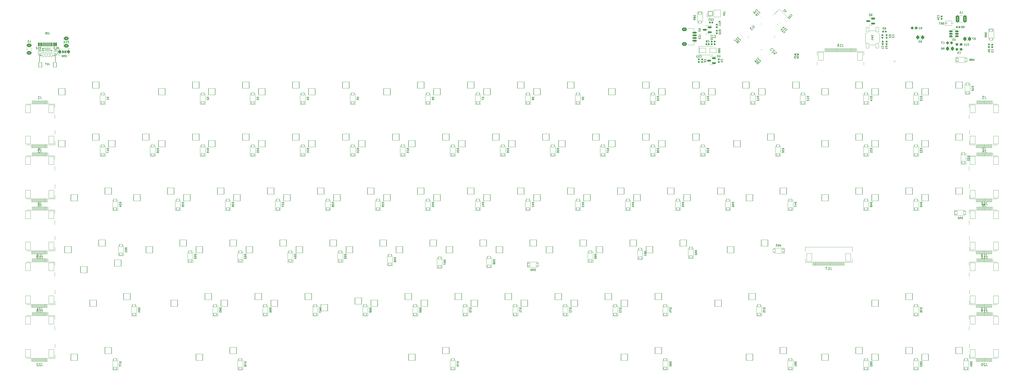
<source format=gbr>
%TF.GenerationSoftware,KiCad,Pcbnew,(6.0.5-0)*%
%TF.CreationDate,2023-01-21T22:01:52+08:00*%
%TF.ProjectId,main,6d61696e-2e6b-4696-9361-645f70636258,Prototype-V1*%
%TF.SameCoordinates,Original*%
%TF.FileFunction,Legend,Bot*%
%TF.FilePolarity,Positive*%
%FSLAX46Y46*%
G04 Gerber Fmt 4.6, Leading zero omitted, Abs format (unit mm)*
G04 Created by KiCad (PCBNEW (6.0.5-0)) date 2023-01-21 22:01:52*
%MOMM*%
%LPD*%
G01*
G04 APERTURE LIST*
G04 Aperture macros list*
%AMRoundRect*
0 Rectangle with rounded corners*
0 $1 Rounding radius*
0 $2 $3 $4 $5 $6 $7 $8 $9 X,Y pos of 4 corners*
0 Add a 4 corners polygon primitive as box body*
4,1,4,$2,$3,$4,$5,$6,$7,$8,$9,$2,$3,0*
0 Add four circle primitives for the rounded corners*
1,1,$1+$1,$2,$3*
1,1,$1+$1,$4,$5*
1,1,$1+$1,$6,$7*
1,1,$1+$1,$8,$9*
0 Add four rect primitives between the rounded corners*
20,1,$1+$1,$2,$3,$4,$5,0*
20,1,$1+$1,$4,$5,$6,$7,0*
20,1,$1+$1,$6,$7,$8,$9,0*
20,1,$1+$1,$8,$9,$2,$3,0*%
G04 Aperture macros list end*
%ADD10C,0.150000*%
%ADD11C,0.120000*%
%ADD12C,0.101600*%
%ADD13C,0.100000*%
%ADD14C,0.400000*%
%ADD15C,0.600000*%
%ADD16C,1.000000*%
%ADD17C,2.602000*%
%ADD18C,1.626000*%
%ADD19C,1.852000*%
%ADD20C,4.089800*%
%ADD21C,5.048000*%
%ADD22C,3.102000*%
%ADD23RoundRect,0.051000X-1.275000X-1.250000X1.275000X-1.250000X1.275000X1.250000X-1.275000X1.250000X0*%
%ADD24C,0.552000*%
%ADD25C,4.802000*%
%ADD26RoundRect,0.051000X1.275000X1.250000X-1.275000X1.250000X-1.275000X-1.250000X1.275000X-1.250000X0*%
%ADD27RoundRect,0.051000X0.600000X-0.450000X0.600000X0.450000X-0.600000X0.450000X-0.600000X-0.450000X0*%
%ADD28C,3.602000*%
%ADD29RoundRect,0.051000X-0.150000X-0.650000X0.150000X-0.650000X0.150000X0.650000X-0.150000X0.650000X0*%
%ADD30RoundRect,0.051000X-1.000000X-1.500000X1.000000X-1.500000X1.000000X1.500000X-1.000000X1.500000X0*%
%ADD31RoundRect,0.051000X-0.600000X0.450000X-0.600000X-0.450000X0.600000X-0.450000X0.600000X0.450000X0*%
%ADD32RoundRect,0.051000X0.150000X0.650000X-0.150000X0.650000X-0.150000X-0.650000X0.150000X-0.650000X0*%
%ADD33RoundRect,0.051000X1.000000X1.500000X-1.000000X1.500000X-1.000000X-1.500000X1.000000X-1.500000X0*%
%ADD34RoundRect,0.301000X0.625000X-0.375000X0.625000X0.375000X-0.625000X0.375000X-0.625000X-0.375000X0*%
%ADD35RoundRect,0.191000X0.170000X-0.140000X0.170000X0.140000X-0.170000X0.140000X-0.170000X-0.140000X0*%
%ADD36RoundRect,0.113500X0.220971X0.309359X-0.309359X-0.220971X-0.220971X-0.309359X0.309359X0.220971X0*%
%ADD37RoundRect,0.113500X-0.220971X0.309359X-0.309359X0.220971X0.220971X-0.309359X0.309359X-0.220971X0*%
%ADD38RoundRect,0.051000X0.000000X3.959798X-3.959798X0.000000X0.000000X-3.959798X3.959798X0.000000X0*%
%ADD39RoundRect,0.276000X-0.225000X-0.250000X0.225000X-0.250000X0.225000X0.250000X-0.225000X0.250000X0*%
%ADD40RoundRect,0.051000X-0.450000X0.250000X-0.450000X-0.250000X0.450000X-0.250000X0.450000X0.250000X0*%
%ADD41RoundRect,0.301000X-0.262500X-0.450000X0.262500X-0.450000X0.262500X0.450000X-0.262500X0.450000X0*%
%ADD42RoundRect,0.191000X-0.021213X0.219203X-0.219203X0.021213X0.021213X-0.219203X0.219203X-0.021213X0*%
%ADD43RoundRect,0.051000X-0.450000X-0.600000X0.450000X-0.600000X0.450000X0.600000X-0.450000X0.600000X0*%
%ADD44RoundRect,0.051000X-0.300000X-0.225000X0.300000X-0.225000X0.300000X0.225000X-0.300000X0.225000X0*%
%ADD45RoundRect,0.191000X-0.219203X-0.021213X-0.021213X-0.219203X0.219203X0.021213X0.021213X0.219203X0*%
%ADD46RoundRect,0.186000X0.135000X0.185000X-0.135000X0.185000X-0.135000X-0.185000X0.135000X-0.185000X0*%
%ADD47RoundRect,0.186000X-0.185000X0.135000X-0.185000X-0.135000X0.185000X-0.135000X0.185000X0.135000X0*%
%ADD48RoundRect,0.186000X-0.135000X-0.185000X0.135000X-0.185000X0.135000X0.185000X-0.135000X0.185000X0*%
%ADD49RoundRect,0.051000X-0.919239X0.070711X0.070711X-0.919239X0.919239X-0.070711X-0.070711X0.919239X0*%
%ADD50RoundRect,0.198500X-0.172500X0.147500X-0.172500X-0.147500X0.172500X-0.147500X0.172500X0.147500X0*%
%ADD51RoundRect,0.186000X0.185000X-0.135000X0.185000X0.135000X-0.185000X0.135000X-0.185000X-0.135000X0*%
%ADD52RoundRect,0.191000X-0.170000X0.140000X-0.170000X-0.140000X0.170000X-0.140000X0.170000X0.140000X0*%
%ADD53RoundRect,0.201000X-0.512500X-0.150000X0.512500X-0.150000X0.512500X0.150000X-0.512500X0.150000X0*%
%ADD54C,1.092600*%
%ADD55C,0.889400*%
%ADD56RoundRect,0.301000X-0.375000X-1.075000X0.375000X-1.075000X0.375000X1.075000X-0.375000X1.075000X0*%
%ADD57RoundRect,0.301000X-0.625000X0.375000X-0.625000X-0.375000X0.625000X-0.375000X0.625000X0.375000X0*%
%ADD58RoundRect,0.191000X0.219203X0.021213X0.021213X0.219203X-0.219203X-0.021213X-0.021213X-0.219203X0*%
%ADD59RoundRect,0.276000X0.225000X0.250000X-0.225000X0.250000X-0.225000X-0.250000X0.225000X-0.250000X0*%
%ADD60RoundRect,0.201000X0.587500X0.150000X-0.587500X0.150000X-0.587500X-0.150000X0.587500X-0.150000X0*%
%ADD61RoundRect,0.201000X0.625000X-0.150000X0.625000X0.150000X-0.625000X0.150000X-0.625000X-0.150000X0*%
%ADD62RoundRect,0.301000X0.650000X-0.350000X0.650000X0.350000X-0.650000X0.350000X-0.650000X-0.350000X0*%
%ADD63RoundRect,0.051000X-1.250000X-0.900000X1.250000X-0.900000X1.250000X0.900000X-1.250000X0.900000X0*%
%ADD64RoundRect,0.191000X0.021213X-0.219203X0.219203X-0.021213X-0.021213X0.219203X-0.219203X0.021213X0*%
%ADD65RoundRect,0.191000X-0.140000X-0.170000X0.140000X-0.170000X0.140000X0.170000X-0.140000X0.170000X0*%
%ADD66RoundRect,0.051000X-0.850000X0.850000X-0.850000X-0.850000X0.850000X-0.850000X0.850000X0.850000X0*%
%ADD67O,1.802000X1.802000*%
%ADD68C,2.000000*%
%ADD69RoundRect,0.051000X0.600000X0.900000X-0.600000X0.900000X-0.600000X-0.900000X0.600000X-0.900000X0*%
%ADD70RoundRect,0.051000X0.300000X0.775000X-0.300000X0.775000X-0.300000X-0.775000X0.300000X-0.775000X0*%
%ADD71RoundRect,0.051000X-0.550000X0.900000X-0.550000X-0.900000X0.550000X-0.900000X0.550000X0.900000X0*%
%ADD72RoundRect,0.301000X0.262500X0.450000X-0.262500X0.450000X-0.262500X-0.450000X0.262500X-0.450000X0*%
%ADD73RoundRect,0.301000X-0.250000X-0.350000X0.250000X-0.350000X0.250000X0.350000X-0.250000X0.350000X0*%
%ADD74RoundRect,0.176000X0.000000X0.150000X0.000000X0.150000X0.000000X-0.150000X0.000000X-0.150000X0*%
%ADD75RoundRect,0.051000X0.125000X0.275000X-0.125000X0.275000X-0.125000X-0.275000X0.125000X-0.275000X0*%
%ADD76RoundRect,0.051000X0.150000X0.275000X-0.150000X0.275000X-0.150000X-0.275000X0.150000X-0.275000X0*%
%ADD77RoundRect,0.051000X0.450000X0.600000X-0.450000X0.600000X-0.450000X-0.600000X0.450000X-0.600000X0*%
%ADD78C,0.752000*%
%ADD79RoundRect,0.201000X-0.150000X-0.575000X0.150000X-0.575000X0.150000X0.575000X-0.150000X0.575000X0*%
%ADD80RoundRect,0.126000X-0.075000X-0.650000X0.075000X-0.650000X0.075000X0.650000X-0.075000X0.650000X0*%
%ADD81O,1.202000X2.302000*%
%ADD82O,1.402000X2.002000*%
G04 APERTURE END LIST*
D10*
X15579166Y-39563300D02*
X14879166Y-39563300D01*
X14879166Y-39729966D01*
X14912500Y-39829966D01*
X14979166Y-39896633D01*
X15045833Y-39929966D01*
X15179166Y-39963300D01*
X15279166Y-39963300D01*
X15412500Y-39929966D01*
X15479166Y-39896633D01*
X15545833Y-39829966D01*
X15579166Y-39729966D01*
X15579166Y-39563300D01*
X14879166Y-40196633D02*
X14879166Y-40629966D01*
X15145833Y-40396633D01*
X15145833Y-40496633D01*
X15179166Y-40563300D01*
X15212500Y-40596633D01*
X15279166Y-40629966D01*
X15445833Y-40629966D01*
X15512500Y-40596633D01*
X15545833Y-40563300D01*
X15579166Y-40496633D01*
X15579166Y-40296633D01*
X15545833Y-40229966D01*
X15512500Y-40196633D01*
X15112500Y-41229966D02*
X15579166Y-41229966D01*
X14845833Y-41063300D02*
X15345833Y-40896633D01*
X15345833Y-41329966D01*
X87016666Y516666D02*
X86316666Y516666D01*
X86316666Y350000D01*
X86350000Y250000D01*
X86416666Y183333D01*
X86483333Y150000D01*
X86616666Y116666D01*
X86716666Y116666D01*
X86850000Y150000D01*
X86916666Y183333D01*
X86983333Y249999D01*
X87016666Y350000D01*
X87016666Y516666D01*
X86550000Y-483333D02*
X87016666Y-483333D01*
X86283333Y-316666D02*
X86783333Y-150000D01*
X86783333Y-583333D01*
X345134523Y-80387680D02*
X345134523Y-81101966D01*
X345182142Y-81244823D01*
X345277380Y-81340061D01*
X345420238Y-81387680D01*
X345515476Y-81387680D01*
X344134523Y-81387680D02*
X344705952Y-81387680D01*
X344420238Y-81387680D02*
X344420238Y-80387680D01*
X344515476Y-80530538D01*
X344610714Y-80625776D01*
X344705952Y-80673395D01*
X343277380Y-80721014D02*
X343277380Y-81387680D01*
X343515476Y-80340061D02*
X343753571Y-81054347D01*
X343134523Y-81054347D01*
X234316666Y31650000D02*
X233616666Y31650000D01*
X233616666Y31483333D01*
X233650000Y31383333D01*
X233716666Y31316666D01*
X233783333Y31283333D01*
X233916666Y31250000D01*
X234016666Y31250000D01*
X234150000Y31283333D01*
X234216666Y31316666D01*
X234283333Y31383333D01*
X234316666Y31483333D01*
X234316666Y31650000D01*
X233916666Y30850000D02*
X233883333Y30916666D01*
X233850000Y30950000D01*
X233783333Y30983333D01*
X233750000Y30983333D01*
X233683333Y30950000D01*
X233650000Y30916666D01*
X233616666Y30850000D01*
X233616666Y30716666D01*
X233650000Y30650000D01*
X233683333Y30616666D01*
X233750000Y30583333D01*
X233783333Y30583333D01*
X233850000Y30616666D01*
X233883333Y30650000D01*
X233916666Y30716666D01*
X233916666Y30850000D01*
X233950000Y30916666D01*
X233983333Y30950000D01*
X234050000Y30983333D01*
X234183333Y30983333D01*
X234250000Y30950000D01*
X234283333Y30916666D01*
X234316666Y30850000D01*
X234316666Y30716666D01*
X234283333Y30650000D01*
X234250000Y30616666D01*
X234183333Y30583333D01*
X234050000Y30583333D01*
X233983333Y30616666D01*
X233950000Y30650000D01*
X233916666Y30716666D01*
X234316666Y30250000D02*
X234316666Y30116666D01*
X234283333Y30050000D01*
X234250000Y30016666D01*
X234150000Y29950000D01*
X234016666Y29916666D01*
X233750000Y29916666D01*
X233683333Y29950000D01*
X233650000Y29983333D01*
X233616666Y30050000D01*
X233616666Y30183333D01*
X233650000Y30250000D01*
X233683333Y30283333D01*
X233750000Y30316666D01*
X233916666Y30316666D01*
X233983333Y30283333D01*
X234016666Y30250000D01*
X234050000Y30183333D01*
X234050000Y30050000D01*
X234016666Y29983333D01*
X233983333Y29950000D01*
X233916666Y29916666D01*
X-15141666Y847619D02*
X-15141666Y133333D01*
X-15094047Y-9523D01*
X-14998809Y-104761D01*
X-14855952Y-152380D01*
X-14760714Y-152380D01*
X-16141666Y-152380D02*
X-15570238Y-152380D01*
X-15855952Y-152380D02*
X-15855952Y847619D01*
X-15760714Y704761D01*
X-15665476Y609523D01*
X-15570238Y561904D01*
X-15141666Y-39565680D02*
X-15141666Y-40279966D01*
X-15094047Y-40422823D01*
X-14998809Y-40518061D01*
X-14855952Y-40565680D01*
X-14760714Y-40565680D01*
X-15665476Y-40565680D02*
X-15855952Y-40565680D01*
X-15951190Y-40518061D01*
X-15998809Y-40470442D01*
X-16094047Y-40327585D01*
X-16141666Y-40137109D01*
X-16141666Y-39756157D01*
X-16094047Y-39660919D01*
X-16046428Y-39613300D01*
X-15951190Y-39565680D01*
X-15760714Y-39565680D01*
X-15665476Y-39613300D01*
X-15617857Y-39660919D01*
X-15570238Y-39756157D01*
X-15570238Y-39994252D01*
X-15617857Y-40089490D01*
X-15665476Y-40137109D01*
X-15760714Y-40184728D01*
X-15951190Y-40184728D01*
X-16046428Y-40137109D01*
X-16094047Y-40089490D01*
X-16141666Y-39994252D01*
X-19391333Y21413333D02*
X-19058000Y21413333D01*
X-19058000Y22113333D01*
X-19558000Y22113333D02*
X-19991333Y22113333D01*
X-19758000Y21846666D01*
X-19858000Y21846666D01*
X-19924666Y21813333D01*
X-19958000Y21780000D01*
X-19991333Y21713333D01*
X-19991333Y21546666D01*
X-19958000Y21480000D01*
X-19924666Y21446666D01*
X-19858000Y21413333D01*
X-19658000Y21413333D01*
X-19591333Y21446666D01*
X-19558000Y21480000D01*
X201316666Y-18935000D02*
X200616666Y-18935000D01*
X200616666Y-19101666D01*
X200650000Y-19201666D01*
X200716666Y-19268333D01*
X200783333Y-19301666D01*
X200916666Y-19335000D01*
X201016666Y-19335000D01*
X201150000Y-19301666D01*
X201216666Y-19268333D01*
X201283333Y-19201666D01*
X201316666Y-19101666D01*
X201316666Y-18935000D01*
X200683333Y-19601666D02*
X200650000Y-19635000D01*
X200616666Y-19701666D01*
X200616666Y-19868333D01*
X200650000Y-19935000D01*
X200683333Y-19968333D01*
X200750000Y-20001666D01*
X200816666Y-20001666D01*
X200916666Y-19968333D01*
X201316666Y-19568333D01*
X201316666Y-20001666D01*
X200616666Y-20235000D02*
X200616666Y-20701666D01*
X201316666Y-20401666D01*
X48916666Y-18935000D02*
X48216666Y-18935000D01*
X48216666Y-19101666D01*
X48250000Y-19201666D01*
X48316666Y-19268333D01*
X48383333Y-19301666D01*
X48516666Y-19335000D01*
X48616666Y-19335000D01*
X48750000Y-19301666D01*
X48816666Y-19268333D01*
X48883333Y-19201666D01*
X48916666Y-19101666D01*
X48916666Y-18935000D01*
X48916666Y-20001666D02*
X48916666Y-19601666D01*
X48916666Y-19801666D02*
X48216666Y-19801666D01*
X48316666Y-19735000D01*
X48383333Y-19668333D01*
X48416666Y-19601666D01*
X48916666Y-20335000D02*
X48916666Y-20468333D01*
X48883333Y-20535000D01*
X48850000Y-20568333D01*
X48750000Y-20635000D01*
X48616666Y-20668333D01*
X48350000Y-20668333D01*
X48283333Y-20635000D01*
X48250000Y-20601666D01*
X48216666Y-20535000D01*
X48216666Y-20401666D01*
X48250000Y-20335000D01*
X48283333Y-20301666D01*
X48350000Y-20268333D01*
X48516666Y-20268333D01*
X48583333Y-20301666D01*
X48616666Y-20335000D01*
X48650000Y-20401666D01*
X48650000Y-20535000D01*
X48616666Y-20601666D01*
X48583333Y-20635000D01*
X48516666Y-20668333D01*
X309862500Y23863666D02*
X309895833Y23897000D01*
X309929166Y23997000D01*
X309929166Y24063666D01*
X309895833Y24163666D01*
X309829166Y24230333D01*
X309762500Y24263666D01*
X309629166Y24297000D01*
X309529166Y24297000D01*
X309395833Y24263666D01*
X309329166Y24230333D01*
X309262500Y24163666D01*
X309229166Y24063666D01*
X309229166Y23997000D01*
X309262500Y23897000D01*
X309295833Y23863666D01*
X309295833Y23597000D02*
X309262500Y23563666D01*
X309229166Y23497000D01*
X309229166Y23330333D01*
X309262500Y23263666D01*
X309295833Y23230333D01*
X309362500Y23197000D01*
X309429166Y23197000D01*
X309529166Y23230333D01*
X309929166Y23630333D01*
X309929166Y23197000D01*
X256165640Y27859228D02*
X256738060Y27286808D01*
X256771732Y27185793D01*
X256771732Y27118449D01*
X256738060Y27017434D01*
X256603373Y26882747D01*
X256502358Y26849075D01*
X256435014Y26849075D01*
X256333999Y26882747D01*
X255761579Y27455167D01*
X255492205Y27185793D02*
X255054473Y26748060D01*
X255559549Y26714388D01*
X255458534Y26613373D01*
X255424862Y26512358D01*
X255424862Y26445014D01*
X255458534Y26343999D01*
X255626892Y26175640D01*
X255727908Y26141968D01*
X255795251Y26141968D01*
X255896266Y26175640D01*
X256098297Y26377671D01*
X256131969Y26478686D01*
X256131969Y26546029D01*
X338666666Y-21922500D02*
X337966666Y-21922500D01*
X337966666Y-22089166D01*
X338000000Y-22189166D01*
X338066666Y-22255833D01*
X338133333Y-22289166D01*
X338266666Y-22322500D01*
X338366666Y-22322500D01*
X338500000Y-22289166D01*
X338566666Y-22255833D01*
X338633333Y-22189166D01*
X338666666Y-22089166D01*
X338666666Y-21922500D01*
X337966666Y-22555833D02*
X337966666Y-22989166D01*
X338233333Y-22755833D01*
X338233333Y-22855833D01*
X338266666Y-22922500D01*
X338300000Y-22955833D01*
X338366666Y-22989166D01*
X338533333Y-22989166D01*
X338600000Y-22955833D01*
X338633333Y-22922500D01*
X338666666Y-22855833D01*
X338666666Y-22655833D01*
X338633333Y-22589166D01*
X338600000Y-22555833D01*
X337966666Y-23222500D02*
X337966666Y-23655833D01*
X338233333Y-23422500D01*
X338233333Y-23522500D01*
X338266666Y-23589166D01*
X338300000Y-23622500D01*
X338366666Y-23655833D01*
X338533333Y-23655833D01*
X338600000Y-23622500D01*
X338633333Y-23589166D01*
X338666666Y-23522500D01*
X338666666Y-23322500D01*
X338633333Y-23255833D01*
X338600000Y-23222500D01*
X15579166Y-100335300D02*
X14879166Y-100335300D01*
X14879166Y-100501966D01*
X14912500Y-100601966D01*
X14979166Y-100668633D01*
X15045833Y-100701966D01*
X15179166Y-100735300D01*
X15279166Y-100735300D01*
X15412500Y-100701966D01*
X15479166Y-100668633D01*
X15545833Y-100601966D01*
X15579166Y-100501966D01*
X15579166Y-100335300D01*
X14879166Y-100968633D02*
X14879166Y-101435300D01*
X15579166Y-101135300D01*
X14879166Y-101635300D02*
X14879166Y-102101966D01*
X15579166Y-101801966D01*
X328619166Y20917000D02*
X328652500Y20883666D01*
X328752500Y20850333D01*
X328819166Y20850333D01*
X328919166Y20883666D01*
X328985833Y20950333D01*
X329019166Y21017000D01*
X329052500Y21150333D01*
X329052500Y21250333D01*
X329019166Y21383666D01*
X328985833Y21450333D01*
X328919166Y21517000D01*
X328819166Y21550333D01*
X328752500Y21550333D01*
X328652500Y21517000D01*
X328619166Y21483666D01*
X328385833Y21550333D02*
X327919166Y21550333D01*
X328219166Y20850333D01*
X-14665476Y-79787680D02*
X-14665476Y-80501966D01*
X-14617857Y-80644823D01*
X-14522619Y-80740061D01*
X-14379761Y-80787680D01*
X-14284523Y-80787680D01*
X-15094047Y-79882919D02*
X-15141666Y-79835300D01*
X-15236904Y-79787680D01*
X-15474999Y-79787680D01*
X-15570238Y-79835300D01*
X-15617857Y-79882919D01*
X-15665476Y-79978157D01*
X-15665476Y-80073395D01*
X-15617857Y-80216252D01*
X-15046428Y-80787680D01*
X-15665476Y-80787680D01*
X-16617857Y-80787680D02*
X-16046428Y-80787680D01*
X-16332142Y-80787680D02*
X-16332142Y-79787680D01*
X-16236904Y-79930538D01*
X-16141666Y-80025776D01*
X-16046428Y-80073395D01*
X144166666Y-18935000D02*
X143466666Y-18935000D01*
X143466666Y-19101666D01*
X143500000Y-19201666D01*
X143566666Y-19268333D01*
X143633333Y-19301666D01*
X143766666Y-19335000D01*
X143866666Y-19335000D01*
X144000000Y-19301666D01*
X144066666Y-19268333D01*
X144133333Y-19201666D01*
X144166666Y-19101666D01*
X144166666Y-18935000D01*
X143533333Y-19601666D02*
X143500000Y-19635000D01*
X143466666Y-19701666D01*
X143466666Y-19868333D01*
X143500000Y-19935000D01*
X143533333Y-19968333D01*
X143600000Y-20001666D01*
X143666666Y-20001666D01*
X143766666Y-19968333D01*
X144166666Y-19568333D01*
X144166666Y-20001666D01*
X143700000Y-20601666D02*
X144166666Y-20601666D01*
X143433333Y-20435000D02*
X143933333Y-20268333D01*
X143933333Y-20701666D01*
X345246666Y25100000D02*
X344546666Y25100000D01*
X344546666Y24933333D01*
X344580000Y24833333D01*
X344646666Y24766666D01*
X344713333Y24733333D01*
X344846666Y24700000D01*
X344946666Y24700000D01*
X345080000Y24733333D01*
X345146666Y24766666D01*
X345213333Y24833333D01*
X345246666Y24933333D01*
X345246666Y25100000D01*
X344846666Y24300000D02*
X344813333Y24366666D01*
X344780000Y24400000D01*
X344713333Y24433333D01*
X344680000Y24433333D01*
X344613333Y24400000D01*
X344580000Y24366666D01*
X344546666Y24300000D01*
X344546666Y24166666D01*
X344580000Y24100000D01*
X344613333Y24066666D01*
X344680000Y24033333D01*
X344713333Y24033333D01*
X344780000Y24066666D01*
X344813333Y24100000D01*
X344846666Y24166666D01*
X344846666Y24300000D01*
X344880000Y24366666D01*
X344913333Y24400000D01*
X344980000Y24433333D01*
X345113333Y24433333D01*
X345180000Y24400000D01*
X345213333Y24366666D01*
X345246666Y24300000D01*
X345246666Y24166666D01*
X345213333Y24100000D01*
X345180000Y24066666D01*
X345113333Y24033333D01*
X344980000Y24033333D01*
X344913333Y24066666D01*
X344880000Y24100000D01*
X344846666Y24166666D01*
X344546666Y23400000D02*
X344546666Y23733333D01*
X344880000Y23766666D01*
X344846666Y23733333D01*
X344813333Y23666666D01*
X344813333Y23500000D01*
X344846666Y23433333D01*
X344880000Y23400000D01*
X344946666Y23366666D01*
X345113333Y23366666D01*
X345180000Y23400000D01*
X345213333Y23433333D01*
X345246666Y23500000D01*
X345246666Y23666666D01*
X345213333Y23733333D01*
X345180000Y23766666D01*
X258466666Y850000D02*
X257766666Y850000D01*
X257766666Y683333D01*
X257800000Y583333D01*
X257866666Y516666D01*
X257933333Y483333D01*
X258066666Y450000D01*
X258166666Y450000D01*
X258300000Y483333D01*
X258366666Y516666D01*
X258433333Y583333D01*
X258466666Y683333D01*
X258466666Y850000D01*
X258466666Y-216666D02*
X258466666Y183333D01*
X258466666Y-16666D02*
X257766666Y-16666D01*
X257866666Y50000D01*
X257933333Y116666D01*
X257966666Y183333D01*
X257833333Y-483333D02*
X257800000Y-516666D01*
X257766666Y-583333D01*
X257766666Y-750000D01*
X257800000Y-816666D01*
X257833333Y-850000D01*
X257900000Y-883333D01*
X257966666Y-883333D01*
X258066666Y-850000D01*
X258466666Y-450000D01*
X258466666Y-883333D01*
X-8771000Y18873333D02*
X-8537666Y19206666D01*
X-8371000Y18873333D02*
X-8371000Y19573333D01*
X-8637666Y19573333D01*
X-8704333Y19540000D01*
X-8737666Y19506666D01*
X-8771000Y19440000D01*
X-8771000Y19340000D01*
X-8737666Y19273333D01*
X-8704333Y19240000D01*
X-8637666Y19206666D01*
X-8371000Y19206666D01*
X-9437666Y18873333D02*
X-9037666Y18873333D01*
X-9237666Y18873333D02*
X-9237666Y19573333D01*
X-9171000Y19473333D01*
X-9104333Y19406666D01*
X-9037666Y19373333D01*
X-9671000Y19573333D02*
X-10104333Y19573333D01*
X-9871000Y19306666D01*
X-9971000Y19306666D01*
X-10037666Y19273333D01*
X-10071000Y19240000D01*
X-10104333Y19173333D01*
X-10104333Y19006666D01*
X-10071000Y18940000D01*
X-10037666Y18906666D01*
X-9971000Y18873333D01*
X-9771000Y18873333D01*
X-9704333Y18906666D01*
X-9671000Y18940000D01*
X320026666Y21293333D02*
X320260000Y21626666D01*
X320426666Y21293333D02*
X320426666Y21993333D01*
X320160000Y21993333D01*
X320093333Y21960000D01*
X320060000Y21926666D01*
X320026666Y21860000D01*
X320026666Y21760000D01*
X320060000Y21693333D01*
X320093333Y21660000D01*
X320160000Y21626666D01*
X320426666Y21626666D01*
X319393333Y21993333D02*
X319726666Y21993333D01*
X319760000Y21660000D01*
X319726666Y21693333D01*
X319660000Y21726666D01*
X319493333Y21726666D01*
X319426666Y21693333D01*
X319393333Y21660000D01*
X319360000Y21593333D01*
X319360000Y21426666D01*
X319393333Y21360000D01*
X319426666Y21326666D01*
X319493333Y21293333D01*
X319660000Y21293333D01*
X319726666Y21326666D01*
X319760000Y21360000D01*
X163216666Y-18935000D02*
X162516666Y-18935000D01*
X162516666Y-19101666D01*
X162550000Y-19201666D01*
X162616666Y-19268333D01*
X162683333Y-19301666D01*
X162816666Y-19335000D01*
X162916666Y-19335000D01*
X163050000Y-19301666D01*
X163116666Y-19268333D01*
X163183333Y-19201666D01*
X163216666Y-19101666D01*
X163216666Y-18935000D01*
X162583333Y-19601666D02*
X162550000Y-19635000D01*
X162516666Y-19701666D01*
X162516666Y-19868333D01*
X162550000Y-19935000D01*
X162583333Y-19968333D01*
X162650000Y-20001666D01*
X162716666Y-20001666D01*
X162816666Y-19968333D01*
X163216666Y-19568333D01*
X163216666Y-20001666D01*
X162516666Y-20635000D02*
X162516666Y-20301666D01*
X162850000Y-20268333D01*
X162816666Y-20301666D01*
X162783333Y-20368333D01*
X162783333Y-20535000D01*
X162816666Y-20601666D01*
X162850000Y-20635000D01*
X162916666Y-20668333D01*
X163083333Y-20668333D01*
X163150000Y-20635000D01*
X163183333Y-20601666D01*
X163216666Y-20535000D01*
X163216666Y-20368333D01*
X163183333Y-20301666D01*
X163150000Y-20268333D01*
X17746666Y-56865800D02*
X17046666Y-56865800D01*
X17046666Y-57032466D01*
X17080000Y-57132466D01*
X17146666Y-57199133D01*
X17213333Y-57232466D01*
X17346666Y-57265800D01*
X17446666Y-57265800D01*
X17580000Y-57232466D01*
X17646666Y-57199133D01*
X17713333Y-57132466D01*
X17746666Y-57032466D01*
X17746666Y-56865800D01*
X17046666Y-57899133D02*
X17046666Y-57565800D01*
X17380000Y-57532466D01*
X17346666Y-57565800D01*
X17313333Y-57632466D01*
X17313333Y-57799133D01*
X17346666Y-57865800D01*
X17380000Y-57899133D01*
X17446666Y-57932466D01*
X17613333Y-57932466D01*
X17680000Y-57899133D01*
X17713333Y-57865800D01*
X17746666Y-57799133D01*
X17746666Y-57632466D01*
X17713333Y-57565800D01*
X17680000Y-57532466D01*
X17746666Y-58599133D02*
X17746666Y-58199133D01*
X17746666Y-58399133D02*
X17046666Y-58399133D01*
X17146666Y-58332466D01*
X17213333Y-58265800D01*
X17246666Y-58199133D01*
X301566666Y850000D02*
X300866666Y850000D01*
X300866666Y683333D01*
X300900000Y583333D01*
X300966666Y516666D01*
X301033333Y483333D01*
X301166666Y450000D01*
X301266666Y450000D01*
X301400000Y483333D01*
X301466666Y516666D01*
X301533333Y583333D01*
X301566666Y683333D01*
X301566666Y850000D01*
X301566666Y-216666D02*
X301566666Y183333D01*
X301566666Y-16666D02*
X300866666Y-16666D01*
X300966666Y50000D01*
X301033333Y116666D01*
X301066666Y183333D01*
X301100000Y-816666D02*
X301566666Y-816666D01*
X300833333Y-650000D02*
X301333333Y-483333D01*
X301333333Y-916666D01*
X340450000Y14373333D02*
X340450000Y15073333D01*
X340283333Y15073333D01*
X340183333Y15040000D01*
X340116666Y14973333D01*
X340083333Y14906666D01*
X340050000Y14773333D01*
X340050000Y14673333D01*
X340083333Y14540000D01*
X340116666Y14473333D01*
X340183333Y14406666D01*
X340283333Y14373333D01*
X340450000Y14373333D01*
X339650000Y14773333D02*
X339716666Y14806666D01*
X339750000Y14840000D01*
X339783333Y14906666D01*
X339783333Y14940000D01*
X339750000Y15006666D01*
X339716666Y15040000D01*
X339650000Y15073333D01*
X339516666Y15073333D01*
X339450000Y15040000D01*
X339416666Y15006666D01*
X339383333Y14940000D01*
X339383333Y14906666D01*
X339416666Y14840000D01*
X339450000Y14806666D01*
X339516666Y14773333D01*
X339650000Y14773333D01*
X339716666Y14740000D01*
X339750000Y14706666D01*
X339783333Y14640000D01*
X339783333Y14506666D01*
X339750000Y14440000D01*
X339716666Y14406666D01*
X339650000Y14373333D01*
X339516666Y14373333D01*
X339450000Y14406666D01*
X339416666Y14440000D01*
X339383333Y14506666D01*
X339383333Y14640000D01*
X339416666Y14706666D01*
X339450000Y14740000D01*
X339516666Y14773333D01*
X338983333Y14773333D02*
X339050000Y14806666D01*
X339083333Y14840000D01*
X339116666Y14906666D01*
X339116666Y14940000D01*
X339083333Y15006666D01*
X339050000Y15040000D01*
X338983333Y15073333D01*
X338850000Y15073333D01*
X338783333Y15040000D01*
X338750000Y15006666D01*
X338716666Y14940000D01*
X338716666Y14906666D01*
X338750000Y14840000D01*
X338783333Y14806666D01*
X338850000Y14773333D01*
X338983333Y14773333D01*
X339050000Y14740000D01*
X339083333Y14706666D01*
X339116666Y14640000D01*
X339116666Y14506666D01*
X339083333Y14440000D01*
X339050000Y14406666D01*
X338983333Y14373333D01*
X338850000Y14373333D01*
X338783333Y14406666D01*
X338750000Y14440000D01*
X338716666Y14506666D01*
X338716666Y14640000D01*
X338750000Y14706666D01*
X338783333Y14740000D01*
X338850000Y14773333D01*
X87016666Y-18935000D02*
X86316666Y-18935000D01*
X86316666Y-19101666D01*
X86350000Y-19201666D01*
X86416666Y-19268333D01*
X86483333Y-19301666D01*
X86616666Y-19335000D01*
X86716666Y-19335000D01*
X86850000Y-19301666D01*
X86916666Y-19268333D01*
X86983333Y-19201666D01*
X87016666Y-19101666D01*
X87016666Y-18935000D01*
X86383333Y-19601666D02*
X86350000Y-19635000D01*
X86316666Y-19701666D01*
X86316666Y-19868333D01*
X86350000Y-19935000D01*
X86383333Y-19968333D01*
X86450000Y-20001666D01*
X86516666Y-20001666D01*
X86616666Y-19968333D01*
X87016666Y-19568333D01*
X87016666Y-20001666D01*
X87016666Y-20668333D02*
X87016666Y-20268333D01*
X87016666Y-20468333D02*
X86316666Y-20468333D01*
X86416666Y-20401666D01*
X86483333Y-20335000D01*
X86516666Y-20268333D01*
X328980000Y28223333D02*
X328980000Y28923333D01*
X328813333Y28923333D01*
X328713333Y28890000D01*
X328646666Y28823333D01*
X328613333Y28756666D01*
X328580000Y28623333D01*
X328580000Y28523333D01*
X328613333Y28390000D01*
X328646666Y28323333D01*
X328713333Y28256666D01*
X328813333Y28223333D01*
X328980000Y28223333D01*
X328180000Y28623333D02*
X328246666Y28656666D01*
X328280000Y28690000D01*
X328313333Y28756666D01*
X328313333Y28790000D01*
X328280000Y28856666D01*
X328246666Y28890000D01*
X328180000Y28923333D01*
X328046666Y28923333D01*
X327980000Y28890000D01*
X327946666Y28856666D01*
X327913333Y28790000D01*
X327913333Y28756666D01*
X327946666Y28690000D01*
X327980000Y28656666D01*
X328046666Y28623333D01*
X328180000Y28623333D01*
X328246666Y28590000D01*
X328280000Y28556666D01*
X328313333Y28490000D01*
X328313333Y28356666D01*
X328280000Y28290000D01*
X328246666Y28256666D01*
X328180000Y28223333D01*
X328046666Y28223333D01*
X327980000Y28256666D01*
X327946666Y28290000D01*
X327913333Y28356666D01*
X327913333Y28490000D01*
X327946666Y28556666D01*
X327980000Y28590000D01*
X328046666Y28623333D01*
X327680000Y28923333D02*
X327213333Y28923333D01*
X327513333Y28223333D01*
X48916666Y516666D02*
X48216666Y516666D01*
X48216666Y350000D01*
X48250000Y250000D01*
X48316666Y183333D01*
X48383333Y150000D01*
X48516666Y116666D01*
X48616666Y116666D01*
X48750000Y150000D01*
X48816666Y183333D01*
X48883333Y249999D01*
X48916666Y350000D01*
X48916666Y516666D01*
X48283333Y-149999D02*
X48250000Y-183333D01*
X48216666Y-249999D01*
X48216666Y-416666D01*
X48250000Y-483333D01*
X48283333Y-516666D01*
X48350000Y-550000D01*
X48416666Y-550000D01*
X48516666Y-516666D01*
X48916666Y-116666D01*
X48916666Y-550000D01*
X82254166Y-59348300D02*
X81554166Y-59348300D01*
X81554166Y-59514966D01*
X81587500Y-59614966D01*
X81654166Y-59681633D01*
X81720833Y-59714966D01*
X81854166Y-59748300D01*
X81954166Y-59748300D01*
X82087500Y-59714966D01*
X82154166Y-59681633D01*
X82220833Y-59614966D01*
X82254166Y-59514966D01*
X82254166Y-59348300D01*
X81554166Y-60381633D02*
X81554166Y-60048300D01*
X81887500Y-60014966D01*
X81854166Y-60048300D01*
X81820833Y-60114966D01*
X81820833Y-60281633D01*
X81854166Y-60348300D01*
X81887500Y-60381633D01*
X81954166Y-60414966D01*
X82120833Y-60414966D01*
X82187500Y-60381633D01*
X82220833Y-60348300D01*
X82254166Y-60281633D01*
X82254166Y-60114966D01*
X82220833Y-60048300D01*
X82187500Y-60014966D01*
X81787500Y-61014966D02*
X82254166Y-61014966D01*
X81520833Y-60848300D02*
X82020833Y-60681633D01*
X82020833Y-61114966D01*
X263797969Y18707106D02*
X263797969Y18774450D01*
X263730625Y18909137D01*
X263663282Y18976480D01*
X263528595Y19043824D01*
X263393908Y19043824D01*
X263292893Y19010152D01*
X263124534Y18909137D01*
X263023519Y18808122D01*
X262922503Y18639763D01*
X262888832Y18538748D01*
X262888832Y18404061D01*
X262956175Y18269374D01*
X263023519Y18202030D01*
X263158206Y18134687D01*
X263225549Y18134687D01*
X263494923Y17865312D02*
X263494923Y17797969D01*
X263528595Y17696954D01*
X263696954Y17528595D01*
X263797969Y17494923D01*
X263865312Y17494923D01*
X263966328Y17528595D01*
X264033671Y17595938D01*
X264101015Y17730625D01*
X264101015Y18538748D01*
X264538748Y18101015D01*
X264471404Y16754145D02*
X264134687Y17090862D01*
X264437732Y17461251D01*
X264437732Y17393908D01*
X264471404Y17292893D01*
X264639763Y17124534D01*
X264740778Y17090862D01*
X264808122Y17090862D01*
X264909137Y17124534D01*
X265077496Y17292893D01*
X265111167Y17393908D01*
X265111167Y17461251D01*
X265077496Y17562267D01*
X264909137Y17730625D01*
X264808122Y17764297D01*
X264740778Y17764297D01*
X115591666Y-39563300D02*
X114891666Y-39563300D01*
X114891666Y-39729966D01*
X114925000Y-39829966D01*
X114991666Y-39896633D01*
X115058333Y-39929966D01*
X115191666Y-39963300D01*
X115291666Y-39963300D01*
X115425000Y-39929966D01*
X115491666Y-39896633D01*
X115558333Y-39829966D01*
X115591666Y-39729966D01*
X115591666Y-39563300D01*
X114891666Y-40196633D02*
X114891666Y-40629966D01*
X115158333Y-40396633D01*
X115158333Y-40496633D01*
X115191666Y-40563300D01*
X115225000Y-40596633D01*
X115291666Y-40629966D01*
X115458333Y-40629966D01*
X115525000Y-40596633D01*
X115558333Y-40563300D01*
X115591666Y-40496633D01*
X115591666Y-40296633D01*
X115558333Y-40229966D01*
X115525000Y-40196633D01*
X115591666Y-40963300D02*
X115591666Y-41096633D01*
X115558333Y-41163300D01*
X115525000Y-41196633D01*
X115425000Y-41263300D01*
X115291666Y-41296633D01*
X115025000Y-41296633D01*
X114958333Y-41263300D01*
X114925000Y-41229966D01*
X114891666Y-41163300D01*
X114891666Y-41029966D01*
X114925000Y-40963300D01*
X114958333Y-40929966D01*
X115025000Y-40896633D01*
X115191666Y-40896633D01*
X115258333Y-40929966D01*
X115291666Y-40963300D01*
X115325000Y-41029966D01*
X115325000Y-41163300D01*
X115291666Y-41229966D01*
X115258333Y-41263300D01*
X115191666Y-41296633D01*
X191791666Y516666D02*
X191091666Y516666D01*
X191091666Y350000D01*
X191125000Y250000D01*
X191191666Y183333D01*
X191258333Y150000D01*
X191391666Y116666D01*
X191491666Y116666D01*
X191625000Y150000D01*
X191691666Y183333D01*
X191758333Y249999D01*
X191791666Y350000D01*
X191791666Y516666D01*
X191791666Y-216666D02*
X191791666Y-350000D01*
X191758333Y-416666D01*
X191725000Y-450000D01*
X191625000Y-516666D01*
X191491666Y-550000D01*
X191225000Y-550000D01*
X191158333Y-516666D01*
X191125000Y-483333D01*
X191091666Y-416666D01*
X191091666Y-283333D01*
X191125000Y-216666D01*
X191158333Y-183333D01*
X191225000Y-149999D01*
X191391666Y-150000D01*
X191458333Y-183333D01*
X191491666Y-216666D01*
X191525000Y-283333D01*
X191525000Y-416666D01*
X191491666Y-483333D01*
X191458333Y-516666D01*
X191391666Y-550000D01*
X336289166Y26860333D02*
X336522500Y27193666D01*
X336689166Y26860333D02*
X336689166Y27560333D01*
X336422500Y27560333D01*
X336355833Y27527000D01*
X336322500Y27493666D01*
X336289166Y27427000D01*
X336289166Y27327000D01*
X336322500Y27260333D01*
X336355833Y27227000D01*
X336422500Y27193666D01*
X336689166Y27193666D01*
X335889166Y27260333D02*
X335955833Y27293666D01*
X335989166Y27327000D01*
X336022500Y27393666D01*
X336022500Y27427000D01*
X335989166Y27493666D01*
X335955833Y27527000D01*
X335889166Y27560333D01*
X335755833Y27560333D01*
X335689166Y27527000D01*
X335655833Y27493666D01*
X335622500Y27427000D01*
X335622500Y27393666D01*
X335655833Y27327000D01*
X335689166Y27293666D01*
X335755833Y27260333D01*
X335889166Y27260333D01*
X335955833Y27227000D01*
X335989166Y27193666D01*
X336022500Y27127000D01*
X336022500Y26993666D01*
X335989166Y26927000D01*
X335955833Y26893666D01*
X335889166Y26860333D01*
X335755833Y26860333D01*
X335689166Y26893666D01*
X335655833Y26927000D01*
X335622500Y26993666D01*
X335622500Y27127000D01*
X335655833Y27193666D01*
X335689166Y27227000D01*
X335755833Y27260333D01*
X308746666Y23866666D02*
X308413333Y24100000D01*
X308746666Y24266666D02*
X308046666Y24266666D01*
X308046666Y24000000D01*
X308080000Y23933333D01*
X308113333Y23900000D01*
X308180000Y23866666D01*
X308280000Y23866666D01*
X308346666Y23900000D01*
X308380000Y23933333D01*
X308413333Y24000000D01*
X308413333Y24266666D01*
X308113333Y23600000D02*
X308080000Y23566666D01*
X308046666Y23500000D01*
X308046666Y23333333D01*
X308080000Y23266666D01*
X308113333Y23233333D01*
X308180000Y23200000D01*
X308246666Y23200000D01*
X308346666Y23233333D01*
X308746666Y23633333D01*
X308746666Y23200000D01*
X272966666Y15177619D02*
X273300000Y15653809D01*
X273538095Y15177619D02*
X273538095Y16177619D01*
X273157142Y16177619D01*
X273061904Y16130000D01*
X273014285Y16082380D01*
X272966666Y15987142D01*
X272966666Y15844285D01*
X273014285Y15749047D01*
X273061904Y15701428D01*
X273157142Y15653809D01*
X273538095Y15653809D01*
X272490476Y15177619D02*
X272300000Y15177619D01*
X272204761Y15225238D01*
X272157142Y15272857D01*
X272061904Y15415714D01*
X272014285Y15606190D01*
X272014285Y15987142D01*
X272061904Y16082380D01*
X272109523Y16130000D01*
X272204761Y16177619D01*
X272395238Y16177619D01*
X272490476Y16130000D01*
X272538095Y16082380D01*
X272585714Y15987142D01*
X272585714Y15749047D01*
X272538095Y15653809D01*
X272490476Y15606190D01*
X272395238Y15558571D01*
X272204761Y15558571D01*
X272109523Y15606190D01*
X272061904Y15653809D01*
X272014285Y15749047D01*
X196554166Y-59348300D02*
X195854166Y-59348300D01*
X195854166Y-59514966D01*
X195887500Y-59614966D01*
X195954166Y-59681633D01*
X196020833Y-59714966D01*
X196154166Y-59748300D01*
X196254166Y-59748300D01*
X196387500Y-59714966D01*
X196454166Y-59681633D01*
X196520833Y-59614966D01*
X196554166Y-59514966D01*
X196554166Y-59348300D01*
X195854166Y-60348300D02*
X195854166Y-60214966D01*
X195887500Y-60148300D01*
X195920833Y-60114966D01*
X196020833Y-60048300D01*
X196154166Y-60014966D01*
X196420833Y-60014966D01*
X196487500Y-60048300D01*
X196520833Y-60081633D01*
X196554166Y-60148300D01*
X196554166Y-60281633D01*
X196520833Y-60348300D01*
X196487500Y-60381633D01*
X196420833Y-60414966D01*
X196254166Y-60414966D01*
X196187500Y-60381633D01*
X196154166Y-60348300D01*
X196120833Y-60281633D01*
X196120833Y-60148300D01*
X196154166Y-60081633D01*
X196187500Y-60048300D01*
X196254166Y-60014966D01*
X195854166Y-60848300D02*
X195854166Y-60914966D01*
X195887500Y-60981633D01*
X195920833Y-61014966D01*
X195987500Y-61048300D01*
X196120833Y-61081633D01*
X196287500Y-61081633D01*
X196420833Y-61048300D01*
X196487500Y-61014966D01*
X196520833Y-60981633D01*
X196554166Y-60914966D01*
X196554166Y-60848300D01*
X196520833Y-60781633D01*
X196487500Y-60748300D01*
X196420833Y-60714966D01*
X196287500Y-60681633D01*
X196120833Y-60681633D01*
X195987500Y-60714966D01*
X195920833Y-60748300D01*
X195887500Y-60781633D01*
X195854166Y-60848300D01*
X268592857Y33120533D02*
X268357155Y32884831D01*
X269017121Y33214814D02*
X268592857Y33120533D01*
X268687138Y33544797D01*
X268498576Y33639078D02*
X268498576Y33686219D01*
X268475006Y33756929D01*
X268357155Y33874781D01*
X268286444Y33898351D01*
X268239303Y33898351D01*
X268168593Y33874781D01*
X268121452Y33827640D01*
X268074312Y33733359D01*
X268074312Y33167674D01*
X267767899Y33474087D01*
X106066666Y516666D02*
X105366666Y516666D01*
X105366666Y350000D01*
X105400000Y250000D01*
X105466666Y183333D01*
X105533333Y150000D01*
X105666666Y116666D01*
X105766666Y116666D01*
X105900000Y150000D01*
X105966666Y183333D01*
X106033333Y249999D01*
X106066666Y350000D01*
X106066666Y516666D01*
X105366666Y-516666D02*
X105366666Y-183333D01*
X105700000Y-150000D01*
X105666666Y-183333D01*
X105633333Y-250000D01*
X105633333Y-416666D01*
X105666666Y-483333D01*
X105700000Y-516666D01*
X105766666Y-550000D01*
X105933333Y-550000D01*
X106000000Y-516666D01*
X106033333Y-483333D01*
X106066666Y-416666D01*
X106066666Y-250000D01*
X106033333Y-183333D01*
X106000000Y-150000D01*
X345134523Y-59950680D02*
X345134523Y-60664966D01*
X345182142Y-60807823D01*
X345277380Y-60903061D01*
X345420238Y-60950680D01*
X345515476Y-60950680D01*
X344134523Y-60950680D02*
X344705952Y-60950680D01*
X344420238Y-60950680D02*
X344420238Y-59950680D01*
X344515476Y-60093538D01*
X344610714Y-60188776D01*
X344705952Y-60236395D01*
X343753571Y-60045919D02*
X343705952Y-59998300D01*
X343610714Y-59950680D01*
X343372619Y-59950680D01*
X343277380Y-59998300D01*
X343229761Y-60045919D01*
X343182142Y-60141157D01*
X343182142Y-60236395D01*
X343229761Y-60379252D01*
X343801190Y-60950680D01*
X343182142Y-60950680D01*
X306346666Y26333333D02*
X306580000Y26666666D01*
X306746666Y26333333D02*
X306746666Y27033333D01*
X306480000Y27033333D01*
X306413333Y27000000D01*
X306380000Y26966666D01*
X306346666Y26900000D01*
X306346666Y26800000D01*
X306380000Y26733333D01*
X306413333Y26700000D01*
X306480000Y26666666D01*
X306746666Y26666666D01*
X306113333Y27033333D02*
X305680000Y27033333D01*
X305913333Y26766666D01*
X305813333Y26766666D01*
X305746666Y26733333D01*
X305713333Y26700000D01*
X305680000Y26633333D01*
X305680000Y26466666D01*
X305713333Y26400000D01*
X305746666Y26366666D01*
X305813333Y26333333D01*
X306013333Y26333333D01*
X306080000Y26366666D01*
X306113333Y26400000D01*
X345134523Y-100937680D02*
X345134523Y-101651966D01*
X345182142Y-101794823D01*
X345277380Y-101890061D01*
X345420238Y-101937680D01*
X345515476Y-101937680D01*
X344705952Y-101032919D02*
X344658333Y-100985300D01*
X344563095Y-100937680D01*
X344325000Y-100937680D01*
X344229761Y-100985300D01*
X344182142Y-101032919D01*
X344134523Y-101128157D01*
X344134523Y-101223395D01*
X344182142Y-101366252D01*
X344753571Y-101937680D01*
X344134523Y-101937680D01*
X343515476Y-100937680D02*
X343420238Y-100937680D01*
X343325000Y-100985300D01*
X343277380Y-101032919D01*
X343229761Y-101128157D01*
X343182142Y-101318633D01*
X343182142Y-101556728D01*
X343229761Y-101747204D01*
X343277380Y-101842442D01*
X343325000Y-101890061D01*
X343420238Y-101937680D01*
X343515476Y-101937680D01*
X343610714Y-101890061D01*
X343658333Y-101842442D01*
X343705952Y-101747204D01*
X343753571Y-101556728D01*
X343753571Y-101318633D01*
X343705952Y-101128157D01*
X343658333Y-101032919D01*
X343610714Y-100985300D01*
X343515476Y-100937680D01*
X148929166Y-79785300D02*
X148229166Y-79785300D01*
X148229166Y-79951966D01*
X148262500Y-80051966D01*
X148329166Y-80118633D01*
X148395833Y-80151966D01*
X148529166Y-80185300D01*
X148629166Y-80185300D01*
X148762500Y-80151966D01*
X148829166Y-80118633D01*
X148895833Y-80051966D01*
X148929166Y-79951966D01*
X148929166Y-79785300D01*
X148229166Y-80418633D02*
X148229166Y-80885300D01*
X148929166Y-80585300D01*
X148229166Y-81285300D02*
X148229166Y-81351966D01*
X148262500Y-81418633D01*
X148295833Y-81451966D01*
X148362500Y-81485300D01*
X148495833Y-81518633D01*
X148662500Y-81518633D01*
X148795833Y-81485300D01*
X148862500Y-81451966D01*
X148895833Y-81418633D01*
X148929166Y-81351966D01*
X148929166Y-81285300D01*
X148895833Y-81218633D01*
X148862500Y-81185300D01*
X148795833Y-81151966D01*
X148662500Y-81118633D01*
X148495833Y-81118633D01*
X148362500Y-81151966D01*
X148295833Y-81185300D01*
X148262500Y-81218633D01*
X148229166Y-81285300D01*
X346469166Y18283666D02*
X346135833Y18517000D01*
X346469166Y18683666D02*
X345769166Y18683666D01*
X345769166Y18417000D01*
X345802500Y18350333D01*
X345835833Y18317000D01*
X345902500Y18283666D01*
X346002500Y18283666D01*
X346069166Y18317000D01*
X346102500Y18350333D01*
X346135833Y18417000D01*
X346135833Y18683666D01*
X346002500Y17683666D02*
X346469166Y17683666D01*
X345735833Y17850333D02*
X346235833Y18017000D01*
X346235833Y17583666D01*
X241939166Y23673666D02*
X241939166Y24007000D01*
X241239166Y24007000D01*
X241305833Y23473666D02*
X241272500Y23440333D01*
X241239166Y23373666D01*
X241239166Y23207000D01*
X241272500Y23140333D01*
X241305833Y23107000D01*
X241372500Y23073666D01*
X241439166Y23073666D01*
X241539166Y23107000D01*
X241939166Y23507000D01*
X241939166Y23073666D01*
X307369166Y19543666D02*
X307035833Y19777000D01*
X307369166Y19943666D02*
X306669166Y19943666D01*
X306669166Y19677000D01*
X306702500Y19610333D01*
X306735833Y19577000D01*
X306802500Y19543666D01*
X306902500Y19543666D01*
X306969166Y19577000D01*
X307002500Y19610333D01*
X307035833Y19677000D01*
X307035833Y19943666D01*
X307369166Y18877000D02*
X307369166Y19277000D01*
X307369166Y19077000D02*
X306669166Y19077000D01*
X306769166Y19143666D01*
X306835833Y19210333D01*
X306869166Y19277000D01*
X-15141666Y-18937380D02*
X-15141666Y-19651666D01*
X-15094047Y-19794523D01*
X-14998809Y-19889761D01*
X-14855952Y-19937380D01*
X-14760714Y-19937380D01*
X-16094047Y-18937380D02*
X-15617857Y-18937380D01*
X-15570238Y-19413571D01*
X-15617857Y-19365952D01*
X-15713095Y-19318333D01*
X-15951190Y-19318333D01*
X-16046428Y-19365952D01*
X-16094047Y-19413571D01*
X-16141666Y-19508809D01*
X-16141666Y-19746904D01*
X-16094047Y-19842142D01*
X-16046428Y-19889761D01*
X-15951190Y-19937380D01*
X-15713095Y-19937380D01*
X-15617857Y-19889761D01*
X-15570238Y-19842142D01*
X347672500Y18263666D02*
X347705833Y18297000D01*
X347739166Y18397000D01*
X347739166Y18463666D01*
X347705833Y18563666D01*
X347639166Y18630333D01*
X347572500Y18663666D01*
X347439166Y18697000D01*
X347339166Y18697000D01*
X347205833Y18663666D01*
X347139166Y18630333D01*
X347072500Y18563666D01*
X347039166Y18463666D01*
X347039166Y18397000D01*
X347072500Y18297000D01*
X347105833Y18263666D01*
X347039166Y18030333D02*
X347039166Y17597000D01*
X347305833Y17830333D01*
X347305833Y17730333D01*
X347339166Y17663666D01*
X347372500Y17630333D01*
X347439166Y17597000D01*
X347605833Y17597000D01*
X347672500Y17630333D01*
X347705833Y17663666D01*
X347739166Y17730333D01*
X347739166Y17930333D01*
X347705833Y17997000D01*
X347672500Y18030333D01*
X234806666Y-57905800D02*
X234106666Y-57905800D01*
X234106666Y-58072466D01*
X234140000Y-58172466D01*
X234206666Y-58239133D01*
X234273333Y-58272466D01*
X234406666Y-58305800D01*
X234506666Y-58305800D01*
X234640000Y-58272466D01*
X234706666Y-58239133D01*
X234773333Y-58172466D01*
X234806666Y-58072466D01*
X234806666Y-57905800D01*
X234106666Y-58905800D02*
X234106666Y-58772466D01*
X234140000Y-58705800D01*
X234173333Y-58672466D01*
X234273333Y-58605800D01*
X234406666Y-58572466D01*
X234673333Y-58572466D01*
X234740000Y-58605800D01*
X234773333Y-58639133D01*
X234806666Y-58705800D01*
X234806666Y-58839133D01*
X234773333Y-58905800D01*
X234740000Y-58939133D01*
X234673333Y-58972466D01*
X234506666Y-58972466D01*
X234440000Y-58939133D01*
X234406666Y-58905800D01*
X234373333Y-58839133D01*
X234373333Y-58705800D01*
X234406666Y-58639133D01*
X234440000Y-58605800D01*
X234506666Y-58572466D01*
X234173333Y-59239133D02*
X234140000Y-59272466D01*
X234106666Y-59339133D01*
X234106666Y-59505800D01*
X234140000Y-59572466D01*
X234173333Y-59605800D01*
X234240000Y-59639133D01*
X234306666Y-59639133D01*
X234406666Y-59605800D01*
X234806666Y-59205800D01*
X234806666Y-59639133D01*
X72729166Y-79785300D02*
X72029166Y-79785300D01*
X72029166Y-79951966D01*
X72062500Y-80051966D01*
X72129166Y-80118633D01*
X72195833Y-80151966D01*
X72329166Y-80185300D01*
X72429166Y-80185300D01*
X72562500Y-80151966D01*
X72629166Y-80118633D01*
X72695833Y-80051966D01*
X72729166Y-79951966D01*
X72729166Y-79785300D01*
X72029166Y-80785300D02*
X72029166Y-80651966D01*
X72062500Y-80585300D01*
X72095833Y-80551966D01*
X72195833Y-80485300D01*
X72329166Y-80451966D01*
X72595833Y-80451966D01*
X72662500Y-80485300D01*
X72695833Y-80518633D01*
X72729166Y-80585300D01*
X72729166Y-80718633D01*
X72695833Y-80785300D01*
X72662500Y-80818633D01*
X72595833Y-80851966D01*
X72429166Y-80851966D01*
X72362500Y-80818633D01*
X72329166Y-80785300D01*
X72295833Y-80718633D01*
X72295833Y-80585300D01*
X72329166Y-80518633D01*
X72362500Y-80485300D01*
X72429166Y-80451966D01*
X72029166Y-81451966D02*
X72029166Y-81318633D01*
X72062500Y-81251966D01*
X72095833Y-81218633D01*
X72195833Y-81151966D01*
X72329166Y-81118633D01*
X72595833Y-81118633D01*
X72662500Y-81151966D01*
X72695833Y-81185300D01*
X72729166Y-81251966D01*
X72729166Y-81385300D01*
X72695833Y-81451966D01*
X72662500Y-81485300D01*
X72595833Y-81518633D01*
X72429166Y-81518633D01*
X72362500Y-81485300D01*
X72329166Y-81451966D01*
X72295833Y-81385300D01*
X72295833Y-81251966D01*
X72329166Y-81185300D01*
X72362500Y-81151966D01*
X72429166Y-81118633D01*
X301566666Y-39563300D02*
X300866666Y-39563300D01*
X300866666Y-39729966D01*
X300900000Y-39829966D01*
X300966666Y-39896633D01*
X301033333Y-39929966D01*
X301166666Y-39963300D01*
X301266666Y-39963300D01*
X301400000Y-39929966D01*
X301466666Y-39896633D01*
X301533333Y-39829966D01*
X301566666Y-39729966D01*
X301566666Y-39563300D01*
X301100000Y-40563300D02*
X301566666Y-40563300D01*
X300833333Y-40396633D02*
X301333333Y-40229966D01*
X301333333Y-40663300D01*
X301166666Y-41029966D02*
X301133333Y-40963300D01*
X301100000Y-40929966D01*
X301033333Y-40896633D01*
X301000000Y-40896633D01*
X300933333Y-40929966D01*
X300900000Y-40963300D01*
X300866666Y-41029966D01*
X300866666Y-41163300D01*
X300900000Y-41229966D01*
X300933333Y-41263300D01*
X301000000Y-41296633D01*
X301033333Y-41296633D01*
X301100000Y-41263300D01*
X301133333Y-41229966D01*
X301166666Y-41163300D01*
X301166666Y-41029966D01*
X301200000Y-40963300D01*
X301233333Y-40929966D01*
X301300000Y-40896633D01*
X301433333Y-40896633D01*
X301500000Y-40929966D01*
X301533333Y-40963300D01*
X301566666Y-41029966D01*
X301566666Y-41163300D01*
X301533333Y-41229966D01*
X301500000Y-41263300D01*
X301433333Y-41296633D01*
X301300000Y-41296633D01*
X301233333Y-41263300D01*
X301200000Y-41229966D01*
X301166666Y-41163300D01*
X215496666Y-58265800D02*
X214796666Y-58265800D01*
X214796666Y-58432466D01*
X214830000Y-58532466D01*
X214896666Y-58599133D01*
X214963333Y-58632466D01*
X215096666Y-58665800D01*
X215196666Y-58665800D01*
X215330000Y-58632466D01*
X215396666Y-58599133D01*
X215463333Y-58532466D01*
X215496666Y-58432466D01*
X215496666Y-58265800D01*
X214796666Y-59265800D02*
X214796666Y-59132466D01*
X214830000Y-59065800D01*
X214863333Y-59032466D01*
X214963333Y-58965800D01*
X215096666Y-58932466D01*
X215363333Y-58932466D01*
X215430000Y-58965800D01*
X215463333Y-58999133D01*
X215496666Y-59065800D01*
X215496666Y-59199133D01*
X215463333Y-59265800D01*
X215430000Y-59299133D01*
X215363333Y-59332466D01*
X215196666Y-59332466D01*
X215130000Y-59299133D01*
X215096666Y-59265800D01*
X215063333Y-59199133D01*
X215063333Y-59065800D01*
X215096666Y-58999133D01*
X215130000Y-58965800D01*
X215196666Y-58932466D01*
X215496666Y-59999133D02*
X215496666Y-59599133D01*
X215496666Y-59799133D02*
X214796666Y-59799133D01*
X214896666Y-59732466D01*
X214963333Y-59665800D01*
X214996666Y-59599133D01*
X225129166Y-79785300D02*
X224429166Y-79785300D01*
X224429166Y-79951966D01*
X224462500Y-80051966D01*
X224529166Y-80118633D01*
X224595833Y-80151966D01*
X224729166Y-80185300D01*
X224829166Y-80185300D01*
X224962500Y-80151966D01*
X225029166Y-80118633D01*
X225095833Y-80051966D01*
X225129166Y-79951966D01*
X225129166Y-79785300D01*
X224429166Y-80418633D02*
X224429166Y-80885300D01*
X225129166Y-80585300D01*
X224662500Y-81451966D02*
X225129166Y-81451966D01*
X224395833Y-81285300D02*
X224895833Y-81118633D01*
X224895833Y-81551966D01*
X344658333Y-40165680D02*
X344658333Y-40879966D01*
X344705952Y-41022823D01*
X344801190Y-41118061D01*
X344944047Y-41165680D01*
X345039285Y-41165680D01*
X344039285Y-40594252D02*
X344134523Y-40546633D01*
X344182142Y-40499014D01*
X344229761Y-40403776D01*
X344229761Y-40356157D01*
X344182142Y-40260919D01*
X344134523Y-40213300D01*
X344039285Y-40165680D01*
X343848809Y-40165680D01*
X343753571Y-40213300D01*
X343705952Y-40260919D01*
X343658333Y-40356157D01*
X343658333Y-40403776D01*
X343705952Y-40499014D01*
X343753571Y-40546633D01*
X343848809Y-40594252D01*
X344039285Y-40594252D01*
X344134523Y-40641871D01*
X344182142Y-40689490D01*
X344229761Y-40784728D01*
X344229761Y-40975204D01*
X344182142Y-41070442D01*
X344134523Y-41118061D01*
X344039285Y-41165680D01*
X343848809Y-41165680D01*
X343753571Y-41118061D01*
X343705952Y-41070442D01*
X343658333Y-40975204D01*
X343658333Y-40784728D01*
X343705952Y-40689490D01*
X343753571Y-40641871D01*
X343848809Y-40594252D01*
X320616666Y850000D02*
X319916666Y850000D01*
X319916666Y683333D01*
X319950000Y583333D01*
X320016666Y516666D01*
X320083333Y483333D01*
X320216666Y450000D01*
X320316666Y450000D01*
X320450000Y483333D01*
X320516666Y516666D01*
X320583333Y583333D01*
X320616666Y683333D01*
X320616666Y850000D01*
X320616666Y-216666D02*
X320616666Y183333D01*
X320616666Y-16666D02*
X319916666Y-16666D01*
X320016666Y50000D01*
X320083333Y116666D01*
X320116666Y183333D01*
X319916666Y-850000D02*
X319916666Y-516666D01*
X320250000Y-483333D01*
X320216666Y-516666D01*
X320183333Y-583333D01*
X320183333Y-750000D01*
X320216666Y-816666D01*
X320250000Y-850000D01*
X320316666Y-883333D01*
X320483333Y-883333D01*
X320550000Y-850000D01*
X320583333Y-816666D01*
X320616666Y-750000D01*
X320616666Y-583333D01*
X320583333Y-516666D01*
X320550000Y-483333D01*
X333275833Y22790333D02*
X333275833Y22223666D01*
X333242500Y22157000D01*
X333209166Y22123666D01*
X333142500Y22090333D01*
X333009166Y22090333D01*
X332942500Y22123666D01*
X332909166Y22157000D01*
X332875833Y22223666D01*
X332875833Y22790333D01*
X332175833Y22090333D02*
X332575833Y22090333D01*
X332375833Y22090333D02*
X332375833Y22790333D01*
X332442500Y22690333D01*
X332509166Y22623666D01*
X332575833Y22590333D01*
X345134523Y-39565680D02*
X345134523Y-40279966D01*
X345182142Y-40422823D01*
X345277380Y-40518061D01*
X345420238Y-40565680D01*
X345515476Y-40565680D01*
X344134523Y-40565680D02*
X344705952Y-40565680D01*
X344420238Y-40565680D02*
X344420238Y-39565680D01*
X344515476Y-39708538D01*
X344610714Y-39803776D01*
X344705952Y-39851395D01*
X343182142Y-40565680D02*
X343753571Y-40565680D01*
X343467857Y-40565680D02*
X343467857Y-39565680D01*
X343563095Y-39708538D01*
X343658333Y-39803776D01*
X343753571Y-39851395D01*
X335576666Y32463333D02*
X335910000Y32463333D01*
X335910000Y33163333D01*
X334976666Y32463333D02*
X335376666Y32463333D01*
X335176666Y32463333D02*
X335176666Y33163333D01*
X335243333Y33063333D01*
X335310000Y32996666D01*
X335376666Y32963333D01*
X-4844333Y21511000D02*
X-4611000Y21511000D01*
X-4611000Y21144333D02*
X-4611000Y21844333D01*
X-4944333Y21844333D01*
X-5577666Y21144333D02*
X-5177666Y21144333D01*
X-5377666Y21144333D02*
X-5377666Y21844333D01*
X-5311000Y21744333D01*
X-5244333Y21677666D01*
X-5177666Y21644333D01*
X-6177666Y21611000D02*
X-6177666Y21144333D01*
X-6011000Y21877666D02*
X-5844333Y21377666D01*
X-6277666Y21377666D01*
X10816666Y516666D02*
X10116666Y516666D01*
X10116666Y350000D01*
X10150000Y250000D01*
X10216666Y183333D01*
X10283333Y150000D01*
X10416666Y116666D01*
X10516666Y116666D01*
X10650000Y150000D01*
X10716666Y183333D01*
X10783333Y249999D01*
X10816666Y350000D01*
X10816666Y516666D01*
X10816666Y-550000D02*
X10816666Y-150000D01*
X10816666Y-350000D02*
X10116666Y-350000D01*
X10216666Y-283333D01*
X10283333Y-216666D01*
X10316666Y-150000D01*
X305870000Y19596666D02*
X305903333Y19630000D01*
X305936666Y19730000D01*
X305936666Y19796666D01*
X305903333Y19896666D01*
X305836666Y19963333D01*
X305770000Y19996666D01*
X305636666Y20030000D01*
X305536666Y20030000D01*
X305403333Y19996666D01*
X305336666Y19963333D01*
X305270000Y19896666D01*
X305236666Y19796666D01*
X305236666Y19730000D01*
X305270000Y19630000D01*
X305303333Y19596666D01*
X305936666Y18930000D02*
X305936666Y19330000D01*
X305936666Y19130000D02*
X305236666Y19130000D01*
X305336666Y19196666D01*
X305403333Y19263333D01*
X305436666Y19330000D01*
X-14665476Y-59950680D02*
X-14665476Y-60664966D01*
X-14617857Y-60807823D01*
X-14522619Y-60903061D01*
X-14379761Y-60950680D01*
X-14284523Y-60950680D01*
X-15665476Y-60950680D02*
X-15094047Y-60950680D01*
X-15379761Y-60950680D02*
X-15379761Y-59950680D01*
X-15284523Y-60093538D01*
X-15189285Y-60188776D01*
X-15094047Y-60236395D01*
X-16284523Y-59950680D02*
X-16379761Y-59950680D01*
X-16474999Y-59998300D01*
X-16522619Y-60045919D01*
X-16570238Y-60141157D01*
X-16617857Y-60331633D01*
X-16617857Y-60569728D01*
X-16570238Y-60760204D01*
X-16522619Y-60855442D01*
X-16474999Y-60903061D01*
X-16379761Y-60950680D01*
X-16284523Y-60950680D01*
X-16189285Y-60903061D01*
X-16141666Y-60855442D01*
X-16094047Y-60760204D01*
X-16046428Y-60569728D01*
X-16046428Y-60331633D01*
X-16094047Y-60141157D01*
X-16141666Y-60045919D01*
X-16189285Y-59998300D01*
X-16284523Y-59950680D01*
X251279328Y22003934D02*
X251326469Y22003934D01*
X251420750Y22051074D01*
X251467890Y22098215D01*
X251515031Y22192496D01*
X251515031Y22286777D01*
X251491460Y22357487D01*
X251420750Y22475338D01*
X251350039Y22546049D01*
X251232188Y22616760D01*
X251161477Y22640330D01*
X251067196Y22640330D01*
X250972915Y22593190D01*
X250925775Y22546049D01*
X250878634Y22451768D01*
X250878634Y22404628D01*
X250855064Y21485389D02*
X251137907Y21768232D01*
X250996486Y21626810D02*
X250501511Y22121785D01*
X250619362Y22098215D01*
X250713643Y22098215D01*
X250784354Y22121785D01*
X250289379Y21485389D02*
X250312949Y21556100D01*
X250312949Y21603240D01*
X250289379Y21673951D01*
X250265809Y21697521D01*
X250195098Y21721091D01*
X250147957Y21721091D01*
X250077247Y21697521D01*
X249982966Y21603240D01*
X249959396Y21532529D01*
X249959396Y21485389D01*
X249982966Y21414678D01*
X250006536Y21391108D01*
X250077247Y21367538D01*
X250124387Y21367538D01*
X250195098Y21391108D01*
X250289379Y21485389D01*
X250360089Y21508959D01*
X250407230Y21508959D01*
X250477941Y21485389D01*
X250572221Y21391108D01*
X250595792Y21320397D01*
X250595792Y21273257D01*
X250572221Y21202546D01*
X250477941Y21108265D01*
X250407230Y21084695D01*
X250360089Y21084695D01*
X250289379Y21108265D01*
X250195098Y21202546D01*
X250171528Y21273257D01*
X250171528Y21320397D01*
X250195098Y21391108D01*
X10816666Y-18935000D02*
X10116666Y-18935000D01*
X10116666Y-19101666D01*
X10150000Y-19201666D01*
X10216666Y-19268333D01*
X10283333Y-19301666D01*
X10416666Y-19335000D01*
X10516666Y-19335000D01*
X10650000Y-19301666D01*
X10716666Y-19268333D01*
X10783333Y-19201666D01*
X10816666Y-19101666D01*
X10816666Y-18935000D01*
X10816666Y-20001666D02*
X10816666Y-19601666D01*
X10816666Y-19801666D02*
X10116666Y-19801666D01*
X10216666Y-19735000D01*
X10283333Y-19668333D01*
X10316666Y-19601666D01*
X10116666Y-20235000D02*
X10116666Y-20701666D01*
X10816666Y-20401666D01*
X229891666Y-39563300D02*
X229191666Y-39563300D01*
X229191666Y-39729966D01*
X229225000Y-39829966D01*
X229291666Y-39896633D01*
X229358333Y-39929966D01*
X229491666Y-39963300D01*
X229591666Y-39963300D01*
X229725000Y-39929966D01*
X229791666Y-39896633D01*
X229858333Y-39829966D01*
X229891666Y-39729966D01*
X229891666Y-39563300D01*
X229425000Y-40563300D02*
X229891666Y-40563300D01*
X229158333Y-40396633D02*
X229658333Y-40229966D01*
X229658333Y-40663300D01*
X229191666Y-41263300D02*
X229191666Y-40929966D01*
X229525000Y-40896633D01*
X229491666Y-40929966D01*
X229458333Y-40996633D01*
X229458333Y-41163300D01*
X229491666Y-41229966D01*
X229525000Y-41263300D01*
X229591666Y-41296633D01*
X229758333Y-41296633D01*
X229825000Y-41263300D01*
X229858333Y-41229966D01*
X229891666Y-41163300D01*
X229891666Y-40996633D01*
X229858333Y-40929966D01*
X229825000Y-40896633D01*
X58441666Y-39563300D02*
X57741666Y-39563300D01*
X57741666Y-39729966D01*
X57775000Y-39829966D01*
X57841666Y-39896633D01*
X57908333Y-39929966D01*
X58041666Y-39963300D01*
X58141666Y-39963300D01*
X58275000Y-39929966D01*
X58341666Y-39896633D01*
X58408333Y-39829966D01*
X58441666Y-39729966D01*
X58441666Y-39563300D01*
X57741666Y-40196633D02*
X57741666Y-40629966D01*
X58008333Y-40396633D01*
X58008333Y-40496633D01*
X58041666Y-40563300D01*
X58075000Y-40596633D01*
X58141666Y-40629966D01*
X58308333Y-40629966D01*
X58375000Y-40596633D01*
X58408333Y-40563300D01*
X58441666Y-40496633D01*
X58441666Y-40296633D01*
X58408333Y-40229966D01*
X58375000Y-40196633D01*
X57741666Y-41229966D02*
X57741666Y-41096633D01*
X57775000Y-41029966D01*
X57808333Y-40996633D01*
X57908333Y-40929966D01*
X58041666Y-40896633D01*
X58308333Y-40896633D01*
X58375000Y-40929966D01*
X58408333Y-40963300D01*
X58441666Y-41029966D01*
X58441666Y-41163300D01*
X58408333Y-41229966D01*
X58375000Y-41263300D01*
X58308333Y-41296633D01*
X58141666Y-41296633D01*
X58075000Y-41263300D01*
X58041666Y-41229966D01*
X58008333Y-41163300D01*
X58008333Y-41029966D01*
X58041666Y-40963300D01*
X58075000Y-40929966D01*
X58141666Y-40896633D01*
X320616666Y-18935000D02*
X319916666Y-18935000D01*
X319916666Y-19101666D01*
X319950000Y-19201666D01*
X320016666Y-19268333D01*
X320083333Y-19301666D01*
X320216666Y-19335000D01*
X320316666Y-19335000D01*
X320450000Y-19301666D01*
X320516666Y-19268333D01*
X320583333Y-19201666D01*
X320616666Y-19101666D01*
X320616666Y-18935000D01*
X319916666Y-19568333D02*
X319916666Y-20001666D01*
X320183333Y-19768333D01*
X320183333Y-19868333D01*
X320216666Y-19935000D01*
X320250000Y-19968333D01*
X320316666Y-20001666D01*
X320483333Y-20001666D01*
X320550000Y-19968333D01*
X320583333Y-19935000D01*
X320616666Y-19868333D01*
X320616666Y-19668333D01*
X320583333Y-19601666D01*
X320550000Y-19568333D01*
X319983333Y-20268333D02*
X319950000Y-20301666D01*
X319916666Y-20368333D01*
X319916666Y-20535000D01*
X319950000Y-20601666D01*
X319983333Y-20635000D01*
X320050000Y-20668333D01*
X320116666Y-20668333D01*
X320216666Y-20635000D01*
X320616666Y-20235000D01*
X320616666Y-20668333D01*
X238222500Y14513666D02*
X238255833Y14547000D01*
X238289166Y14647000D01*
X238289166Y14713666D01*
X238255833Y14813666D01*
X238189166Y14880333D01*
X238122500Y14913666D01*
X237989166Y14947000D01*
X237889166Y14947000D01*
X237755833Y14913666D01*
X237689166Y14880333D01*
X237622500Y14813666D01*
X237589166Y14713666D01*
X237589166Y14647000D01*
X237622500Y14547000D01*
X237655833Y14513666D01*
X238289166Y14180333D02*
X238289166Y14047000D01*
X238255833Y13980333D01*
X238222500Y13947000D01*
X238122500Y13880333D01*
X237989166Y13847000D01*
X237722500Y13847000D01*
X237655833Y13880333D01*
X237622500Y13913666D01*
X237589166Y13980333D01*
X237589166Y14113666D01*
X237622500Y14180333D01*
X237655833Y14213666D01*
X237722500Y14247000D01*
X237889166Y14247000D01*
X237955833Y14213666D01*
X237989166Y14180333D01*
X238022500Y14113666D01*
X238022500Y13980333D01*
X237989166Y13913666D01*
X237955833Y13880333D01*
X237889166Y13847000D01*
X-15502000Y18873333D02*
X-15268666Y19206666D01*
X-15102000Y18873333D02*
X-15102000Y19573333D01*
X-15368666Y19573333D01*
X-15435333Y19540000D01*
X-15468666Y19506666D01*
X-15502000Y19440000D01*
X-15502000Y19340000D01*
X-15468666Y19273333D01*
X-15435333Y19240000D01*
X-15368666Y19206666D01*
X-15102000Y19206666D01*
X-16168666Y18873333D02*
X-15768666Y18873333D01*
X-15968666Y18873333D02*
X-15968666Y19573333D01*
X-15902000Y19473333D01*
X-15835333Y19406666D01*
X-15768666Y19373333D01*
X-16435333Y19506666D02*
X-16468666Y19540000D01*
X-16535333Y19573333D01*
X-16702000Y19573333D01*
X-16768666Y19540000D01*
X-16802000Y19506666D01*
X-16835333Y19440000D01*
X-16835333Y19373333D01*
X-16802000Y19273333D01*
X-16402000Y18873333D01*
X-16835333Y18873333D01*
X267766118Y25206791D02*
X267766118Y25159650D01*
X267813258Y25065369D01*
X267860399Y25018229D01*
X267954680Y24971088D01*
X268048961Y24971088D01*
X268119671Y24994659D01*
X268237522Y25065369D01*
X268308233Y25136080D01*
X268378944Y25253931D01*
X268402514Y25324642D01*
X268402514Y25418923D01*
X268355374Y25513204D01*
X268308233Y25560344D01*
X268213952Y25607485D01*
X268166812Y25607485D01*
X267247573Y25631055D02*
X267530416Y25348212D01*
X267388994Y25489633D02*
X267883969Y25984608D01*
X267860399Y25866757D01*
X267860399Y25772476D01*
X267883969Y25701765D01*
X267577556Y26291021D02*
X267271143Y26597434D01*
X267247573Y26243881D01*
X267176862Y26314591D01*
X267106152Y26338162D01*
X267059011Y26338162D01*
X266988300Y26314591D01*
X266870449Y26196740D01*
X266846879Y26126030D01*
X266846879Y26078889D01*
X266870449Y26008178D01*
X267011871Y25866757D01*
X267082581Y25843187D01*
X267129722Y25843187D01*
X320616666Y-79785300D02*
X319916666Y-79785300D01*
X319916666Y-79951966D01*
X319950000Y-80051966D01*
X320016666Y-80118633D01*
X320083333Y-80151966D01*
X320216666Y-80185300D01*
X320316666Y-80185300D01*
X320450000Y-80151966D01*
X320516666Y-80118633D01*
X320583333Y-80051966D01*
X320616666Y-79951966D01*
X320616666Y-79785300D01*
X319916666Y-80418633D02*
X319916666Y-80885300D01*
X320616666Y-80585300D01*
X319916666Y-81451966D02*
X319916666Y-81318633D01*
X319950000Y-81251966D01*
X319983333Y-81218633D01*
X320083333Y-81151966D01*
X320216666Y-81118633D01*
X320483333Y-81118633D01*
X320550000Y-81151966D01*
X320583333Y-81185300D01*
X320616666Y-81251966D01*
X320616666Y-81385300D01*
X320583333Y-81451966D01*
X320550000Y-81485300D01*
X320483333Y-81518633D01*
X320316666Y-81518633D01*
X320250000Y-81485300D01*
X320216666Y-81451966D01*
X320183333Y-81385300D01*
X320183333Y-81251966D01*
X320216666Y-81185300D01*
X320250000Y-81151966D01*
X320316666Y-81118633D01*
X63204166Y-59348300D02*
X62504166Y-59348300D01*
X62504166Y-59514966D01*
X62537500Y-59614966D01*
X62604166Y-59681633D01*
X62670833Y-59714966D01*
X62804166Y-59748300D01*
X62904166Y-59748300D01*
X63037500Y-59714966D01*
X63104166Y-59681633D01*
X63170833Y-59614966D01*
X63204166Y-59514966D01*
X63204166Y-59348300D01*
X62504166Y-60381633D02*
X62504166Y-60048300D01*
X62837500Y-60014966D01*
X62804166Y-60048300D01*
X62770833Y-60114966D01*
X62770833Y-60281633D01*
X62804166Y-60348300D01*
X62837500Y-60381633D01*
X62904166Y-60414966D01*
X63070833Y-60414966D01*
X63137500Y-60381633D01*
X63170833Y-60348300D01*
X63204166Y-60281633D01*
X63204166Y-60114966D01*
X63170833Y-60048300D01*
X63137500Y-60014966D01*
X62504166Y-60648300D02*
X62504166Y-61081633D01*
X62770833Y-60848300D01*
X62770833Y-60948300D01*
X62804166Y-61014966D01*
X62837500Y-61048300D01*
X62904166Y-61081633D01*
X63070833Y-61081633D01*
X63137500Y-61048300D01*
X63170833Y-61014966D01*
X63204166Y-60948300D01*
X63204166Y-60748300D01*
X63170833Y-60681633D01*
X63137500Y-60648300D01*
X236062500Y15687000D02*
X236095833Y15653666D01*
X236195833Y15620333D01*
X236262500Y15620333D01*
X236362500Y15653666D01*
X236429166Y15720333D01*
X236462500Y15787000D01*
X236495833Y15920333D01*
X236495833Y16020333D01*
X236462500Y16153666D01*
X236429166Y16220333D01*
X236362500Y16287000D01*
X236262500Y16320333D01*
X236195833Y16320333D01*
X236095833Y16287000D01*
X236062500Y16253666D01*
X235395833Y15620333D02*
X235795833Y15620333D01*
X235595833Y15620333D02*
X235595833Y16320333D01*
X235662500Y16220333D01*
X235729166Y16153666D01*
X235795833Y16120333D01*
X235129166Y16253666D02*
X235095833Y16287000D01*
X235029166Y16320333D01*
X234862500Y16320333D01*
X234795833Y16287000D01*
X234762500Y16253666D01*
X234729166Y16187000D01*
X234729166Y16120333D01*
X234762500Y16020333D01*
X235162500Y15620333D01*
X234729166Y15620333D01*
X319895833Y27053000D02*
X319862500Y27086333D01*
X319762500Y27119666D01*
X319695833Y27119666D01*
X319595833Y27086333D01*
X319529166Y27019666D01*
X319495833Y26953000D01*
X319462500Y26819666D01*
X319462500Y26719666D01*
X319495833Y26586333D01*
X319529166Y26519666D01*
X319595833Y26453000D01*
X319695833Y26419666D01*
X319762500Y26419666D01*
X319862500Y26453000D01*
X319895833Y26486333D01*
X320495833Y26419666D02*
X320362500Y26419666D01*
X320295833Y26453000D01*
X320262500Y26486333D01*
X320195833Y26586333D01*
X320162500Y26719666D01*
X320162500Y26986333D01*
X320195833Y27053000D01*
X320229166Y27086333D01*
X320295833Y27119666D01*
X320429166Y27119666D01*
X320495833Y27086333D01*
X320529166Y27053000D01*
X320562500Y26986333D01*
X320562500Y26819666D01*
X320529166Y26753000D01*
X320495833Y26719666D01*
X320429166Y26686333D01*
X320295833Y26686333D01*
X320229166Y26719666D01*
X320195833Y26753000D01*
X320162500Y26819666D01*
X320616666Y-39563300D02*
X319916666Y-39563300D01*
X319916666Y-39729966D01*
X319950000Y-39829966D01*
X320016666Y-39896633D01*
X320083333Y-39929966D01*
X320216666Y-39963300D01*
X320316666Y-39963300D01*
X320450000Y-39929966D01*
X320516666Y-39896633D01*
X320583333Y-39829966D01*
X320616666Y-39729966D01*
X320616666Y-39563300D01*
X320150000Y-40563300D02*
X320616666Y-40563300D01*
X319883333Y-40396633D02*
X320383333Y-40229966D01*
X320383333Y-40663300D01*
X320616666Y-40963300D02*
X320616666Y-41096633D01*
X320583333Y-41163300D01*
X320550000Y-41196633D01*
X320450000Y-41263300D01*
X320316666Y-41296633D01*
X320050000Y-41296633D01*
X319983333Y-41263300D01*
X319950000Y-41229966D01*
X319916666Y-41163300D01*
X319916666Y-41029966D01*
X319950000Y-40963300D01*
X319983333Y-40929966D01*
X320050000Y-40896633D01*
X320216666Y-40896633D01*
X320283333Y-40929966D01*
X320316666Y-40963300D01*
X320350000Y-41029966D01*
X320350000Y-41163300D01*
X320316666Y-41229966D01*
X320283333Y-41263300D01*
X320216666Y-41296633D01*
X250491788Y22638340D02*
X250538929Y22638340D01*
X250633210Y22685480D01*
X250680350Y22732621D01*
X250727491Y22826902D01*
X250727491Y22921183D01*
X250703920Y22991893D01*
X250633210Y23109744D01*
X250562499Y23180455D01*
X250444648Y23251166D01*
X250373937Y23274736D01*
X250279656Y23274736D01*
X250185375Y23227596D01*
X250138235Y23180455D01*
X250091094Y23086174D01*
X250091094Y23039034D01*
X250067524Y22119795D02*
X250350367Y22402638D01*
X250208946Y22261216D02*
X249713971Y22756191D01*
X249831822Y22732621D01*
X249926103Y22732621D01*
X249996814Y22756191D01*
X249407558Y22449778D02*
X249077575Y22119795D01*
X249784681Y21836952D01*
X239416666Y-18935000D02*
X238716666Y-18935000D01*
X238716666Y-19101666D01*
X238750000Y-19201666D01*
X238816666Y-19268333D01*
X238883333Y-19301666D01*
X239016666Y-19335000D01*
X239116666Y-19335000D01*
X239250000Y-19301666D01*
X239316666Y-19268333D01*
X239383333Y-19201666D01*
X239416666Y-19101666D01*
X239416666Y-18935000D01*
X238783333Y-19601666D02*
X238750000Y-19635000D01*
X238716666Y-19701666D01*
X238716666Y-19868333D01*
X238750000Y-19935000D01*
X238783333Y-19968333D01*
X238850000Y-20001666D01*
X238916666Y-20001666D01*
X239016666Y-19968333D01*
X239416666Y-19568333D01*
X239416666Y-20001666D01*
X239416666Y-20335000D02*
X239416666Y-20468333D01*
X239383333Y-20535000D01*
X239350000Y-20568333D01*
X239250000Y-20635000D01*
X239116666Y-20668333D01*
X238850000Y-20668333D01*
X238783333Y-20635000D01*
X238750000Y-20601666D01*
X238716666Y-20535000D01*
X238716666Y-20401666D01*
X238750000Y-20335000D01*
X238783333Y-20301666D01*
X238850000Y-20268333D01*
X239016666Y-20268333D01*
X239083333Y-20301666D01*
X239116666Y-20335000D01*
X239150000Y-20401666D01*
X239150000Y-20535000D01*
X239116666Y-20601666D01*
X239083333Y-20635000D01*
X239016666Y-20668333D01*
X139136666Y-61565800D02*
X138436666Y-61565800D01*
X138436666Y-61732466D01*
X138470000Y-61832466D01*
X138536666Y-61899133D01*
X138603333Y-61932466D01*
X138736666Y-61965800D01*
X138836666Y-61965800D01*
X138970000Y-61932466D01*
X139036666Y-61899133D01*
X139103333Y-61832466D01*
X139136666Y-61732466D01*
X139136666Y-61565800D01*
X138436666Y-62599133D02*
X138436666Y-62265800D01*
X138770000Y-62232466D01*
X138736666Y-62265800D01*
X138703333Y-62332466D01*
X138703333Y-62499133D01*
X138736666Y-62565800D01*
X138770000Y-62599133D01*
X138836666Y-62632466D01*
X139003333Y-62632466D01*
X139070000Y-62599133D01*
X139103333Y-62565800D01*
X139136666Y-62499133D01*
X139136666Y-62332466D01*
X139103333Y-62265800D01*
X139070000Y-62232466D01*
X138436666Y-62865800D02*
X138436666Y-63332466D01*
X139136666Y-63032466D01*
X260847916Y-79785300D02*
X260147916Y-79785300D01*
X260147916Y-79951966D01*
X260181250Y-80051966D01*
X260247916Y-80118633D01*
X260314583Y-80151966D01*
X260447916Y-80185300D01*
X260547916Y-80185300D01*
X260681250Y-80151966D01*
X260747916Y-80118633D01*
X260814583Y-80051966D01*
X260847916Y-79951966D01*
X260847916Y-79785300D01*
X260147916Y-80418633D02*
X260147916Y-80885300D01*
X260847916Y-80585300D01*
X260147916Y-81485300D02*
X260147916Y-81151966D01*
X260481250Y-81118633D01*
X260447916Y-81151966D01*
X260414583Y-81218633D01*
X260414583Y-81385300D01*
X260447916Y-81451966D01*
X260481250Y-81485300D01*
X260547916Y-81518633D01*
X260714583Y-81518633D01*
X260781250Y-81485300D01*
X260814583Y-81451966D01*
X260847916Y-81385300D01*
X260847916Y-81218633D01*
X260814583Y-81151966D01*
X260781250Y-81118633D01*
X336050000Y-45916666D02*
X336050000Y-45216666D01*
X335883333Y-45216666D01*
X335783333Y-45250000D01*
X335716666Y-45316666D01*
X335683333Y-45383333D01*
X335650000Y-45516666D01*
X335650000Y-45616666D01*
X335683333Y-45750000D01*
X335716666Y-45816666D01*
X335783333Y-45883333D01*
X335883333Y-45916666D01*
X336050000Y-45916666D01*
X335016666Y-45216666D02*
X335350000Y-45216666D01*
X335383333Y-45550000D01*
X335350000Y-45516666D01*
X335283333Y-45483333D01*
X335116666Y-45483333D01*
X335050000Y-45516666D01*
X335016666Y-45550000D01*
X334983333Y-45616666D01*
X334983333Y-45783333D01*
X335016666Y-45850000D01*
X335050000Y-45883333D01*
X335116666Y-45916666D01*
X335283333Y-45916666D01*
X335350000Y-45883333D01*
X335383333Y-45850000D01*
X334550000Y-45216666D02*
X334483333Y-45216666D01*
X334416666Y-45250000D01*
X334383333Y-45283333D01*
X334350000Y-45350000D01*
X334316666Y-45483333D01*
X334316666Y-45650000D01*
X334350000Y-45783333D01*
X334383333Y-45850000D01*
X334416666Y-45883333D01*
X334483333Y-45916666D01*
X334550000Y-45916666D01*
X334616666Y-45883333D01*
X334650000Y-45850000D01*
X334683333Y-45783333D01*
X334716666Y-45650000D01*
X334716666Y-45483333D01*
X334683333Y-45350000D01*
X334650000Y-45283333D01*
X334616666Y-45250000D01*
X334550000Y-45216666D01*
X340526666Y22383333D02*
X340760000Y22716666D01*
X340926666Y22383333D02*
X340926666Y23083333D01*
X340660000Y23083333D01*
X340593333Y23050000D01*
X340560000Y23016666D01*
X340526666Y22950000D01*
X340526666Y22850000D01*
X340560000Y22783333D01*
X340593333Y22750000D01*
X340660000Y22716666D01*
X340926666Y22716666D01*
X340293333Y23083333D02*
X339826666Y23083333D01*
X340126666Y22383333D01*
X277516666Y850000D02*
X276816666Y850000D01*
X276816666Y683333D01*
X276850000Y583333D01*
X276916666Y516666D01*
X276983333Y483333D01*
X277116666Y450000D01*
X277216666Y450000D01*
X277350000Y483333D01*
X277416666Y516666D01*
X277483333Y583333D01*
X277516666Y683333D01*
X277516666Y850000D01*
X277516666Y-216666D02*
X277516666Y183333D01*
X277516666Y-16666D02*
X276816666Y-16666D01*
X276916666Y50000D01*
X276983333Y116666D01*
X277016666Y183333D01*
X276816666Y-450000D02*
X276816666Y-883333D01*
X277083333Y-650000D01*
X277083333Y-750000D01*
X277116666Y-816666D01*
X277150000Y-850000D01*
X277216666Y-883333D01*
X277383333Y-883333D01*
X277450000Y-850000D01*
X277483333Y-816666D01*
X277516666Y-750000D01*
X277516666Y-550000D01*
X277483333Y-483333D01*
X277450000Y-450000D01*
X301096666Y31476666D02*
X301163333Y31510000D01*
X301230000Y31576666D01*
X301330000Y31676666D01*
X301396666Y31710000D01*
X301463333Y31710000D01*
X301430000Y31543333D02*
X301496666Y31576666D01*
X301563333Y31643333D01*
X301596666Y31776666D01*
X301596666Y32010000D01*
X301563333Y32143333D01*
X301496666Y32210000D01*
X301430000Y32243333D01*
X301296666Y32243333D01*
X301230000Y32210000D01*
X301163333Y32143333D01*
X301130000Y32010000D01*
X301130000Y31776666D01*
X301163333Y31643333D01*
X301230000Y31576666D01*
X301296666Y31543333D01*
X301430000Y31543333D01*
X300863333Y32176666D02*
X300830000Y32210000D01*
X300763333Y32243333D01*
X300596666Y32243333D01*
X300530000Y32210000D01*
X300496666Y32176666D01*
X300463333Y32110000D01*
X300463333Y32043333D01*
X300496666Y31943333D01*
X300896666Y31543333D01*
X300463333Y31543333D01*
X53679166Y-79785300D02*
X52979166Y-79785300D01*
X52979166Y-79951966D01*
X53012500Y-80051966D01*
X53079166Y-80118633D01*
X53145833Y-80151966D01*
X53279166Y-80185300D01*
X53379166Y-80185300D01*
X53512500Y-80151966D01*
X53579166Y-80118633D01*
X53645833Y-80051966D01*
X53679166Y-79951966D01*
X53679166Y-79785300D01*
X52979166Y-80785300D02*
X52979166Y-80651966D01*
X53012500Y-80585300D01*
X53045833Y-80551966D01*
X53145833Y-80485300D01*
X53279166Y-80451966D01*
X53545833Y-80451966D01*
X53612500Y-80485300D01*
X53645833Y-80518633D01*
X53679166Y-80585300D01*
X53679166Y-80718633D01*
X53645833Y-80785300D01*
X53612500Y-80818633D01*
X53545833Y-80851966D01*
X53379166Y-80851966D01*
X53312500Y-80818633D01*
X53279166Y-80785300D01*
X53245833Y-80718633D01*
X53245833Y-80585300D01*
X53279166Y-80518633D01*
X53312500Y-80485300D01*
X53379166Y-80451966D01*
X52979166Y-81485300D02*
X52979166Y-81151966D01*
X53312500Y-81118633D01*
X53279166Y-81151966D01*
X53245833Y-81218633D01*
X53245833Y-81385300D01*
X53279166Y-81451966D01*
X53312500Y-81485300D01*
X53379166Y-81518633D01*
X53545833Y-81518633D01*
X53612500Y-81485300D01*
X53645833Y-81451966D01*
X53679166Y-81385300D01*
X53679166Y-81218633D01*
X53645833Y-81151966D01*
X53612500Y-81118633D01*
X339666666Y-100335300D02*
X338966666Y-100335300D01*
X338966666Y-100501966D01*
X339000000Y-100601966D01*
X339066666Y-100668633D01*
X339133333Y-100701966D01*
X339266666Y-100735300D01*
X339366666Y-100735300D01*
X339500000Y-100701966D01*
X339566666Y-100668633D01*
X339633333Y-100601966D01*
X339666666Y-100501966D01*
X339666666Y-100335300D01*
X339266666Y-101135300D02*
X339233333Y-101068633D01*
X339200000Y-101035300D01*
X339133333Y-101001966D01*
X339100000Y-101001966D01*
X339033333Y-101035300D01*
X339000000Y-101068633D01*
X338966666Y-101135300D01*
X338966666Y-101268633D01*
X339000000Y-101335300D01*
X339033333Y-101368633D01*
X339100000Y-101401966D01*
X339133333Y-101401966D01*
X339200000Y-101368633D01*
X339233333Y-101335300D01*
X339266666Y-101268633D01*
X339266666Y-101135300D01*
X339300000Y-101068633D01*
X339333333Y-101035300D01*
X339400000Y-101001966D01*
X339533333Y-101001966D01*
X339600000Y-101035300D01*
X339633333Y-101068633D01*
X339666666Y-101135300D01*
X339666666Y-101268633D01*
X339633333Y-101335300D01*
X339600000Y-101368633D01*
X339533333Y-101401966D01*
X339400000Y-101401966D01*
X339333333Y-101368633D01*
X339300000Y-101335300D01*
X339266666Y-101268633D01*
X339200000Y-102001966D02*
X339666666Y-102001966D01*
X338933333Y-101835300D02*
X339433333Y-101668633D01*
X339433333Y-102101966D01*
X327050000Y31250000D02*
X327083333Y31283333D01*
X327116666Y31383333D01*
X327116666Y31450000D01*
X327083333Y31550000D01*
X327016666Y31616666D01*
X326950000Y31650000D01*
X326816666Y31683333D01*
X326716666Y31683333D01*
X326583333Y31650000D01*
X326516666Y31616666D01*
X326450000Y31550000D01*
X326416666Y31450000D01*
X326416666Y31383333D01*
X326450000Y31283333D01*
X326483333Y31250000D01*
X326483333Y30983333D02*
X326450000Y30950000D01*
X326416666Y30883333D01*
X326416666Y30716666D01*
X326450000Y30650000D01*
X326483333Y30616666D01*
X326550000Y30583333D01*
X326616666Y30583333D01*
X326716666Y30616666D01*
X327116666Y31016666D01*
X327116666Y30583333D01*
X326650000Y29983333D02*
X327116666Y29983333D01*
X326383333Y30150000D02*
X326883333Y30316666D01*
X326883333Y29883333D01*
X235544466Y24091666D02*
X236044466Y24091666D01*
X236144466Y24125000D01*
X236211133Y24191666D01*
X236244466Y24291666D01*
X236244466Y24358333D01*
X235611133Y23791666D02*
X235577800Y23758333D01*
X235544466Y23691666D01*
X235544466Y23525000D01*
X235577800Y23458333D01*
X235611133Y23425000D01*
X235677800Y23391666D01*
X235744466Y23391666D01*
X235844466Y23425000D01*
X236244466Y23825000D01*
X236244466Y23391666D01*
X235544466Y23158333D02*
X235544466Y22725000D01*
X235811133Y22958333D01*
X235811133Y22858333D01*
X235844466Y22791666D01*
X235877800Y22758333D01*
X235944466Y22725000D01*
X236111133Y22725000D01*
X236177800Y22758333D01*
X236211133Y22791666D01*
X236244466Y22858333D01*
X236244466Y23058333D01*
X236211133Y23125000D01*
X236177800Y23158333D01*
X243679166Y19087000D02*
X242979166Y19087000D01*
X242979166Y18920333D01*
X243012500Y18820333D01*
X243079166Y18753666D01*
X243145833Y18720333D01*
X243279166Y18687000D01*
X243379166Y18687000D01*
X243512500Y18720333D01*
X243579166Y18753666D01*
X243645833Y18820333D01*
X243679166Y18920333D01*
X243679166Y19087000D01*
X243279166Y18287000D02*
X243245833Y18353666D01*
X243212500Y18387000D01*
X243145833Y18420333D01*
X243112500Y18420333D01*
X243045833Y18387000D01*
X243012500Y18353666D01*
X242979166Y18287000D01*
X242979166Y18153666D01*
X243012500Y18087000D01*
X243045833Y18053666D01*
X243112500Y18020333D01*
X243145833Y18020333D01*
X243212500Y18053666D01*
X243245833Y18087000D01*
X243279166Y18153666D01*
X243279166Y18287000D01*
X243312500Y18353666D01*
X243345833Y18387000D01*
X243412500Y18420333D01*
X243545833Y18420333D01*
X243612500Y18387000D01*
X243645833Y18353666D01*
X243679166Y18287000D01*
X243679166Y18153666D01*
X243645833Y18087000D01*
X243612500Y18053666D01*
X243545833Y18020333D01*
X243412500Y18020333D01*
X243345833Y18053666D01*
X243312500Y18087000D01*
X243279166Y18153666D01*
X242979166Y17420333D02*
X242979166Y17553666D01*
X243012500Y17620333D01*
X243045833Y17653666D01*
X243145833Y17720333D01*
X243279166Y17753666D01*
X243545833Y17753666D01*
X243612500Y17720333D01*
X243645833Y17687000D01*
X243679166Y17620333D01*
X243679166Y17487000D01*
X243645833Y17420333D01*
X243612500Y17387000D01*
X243545833Y17353666D01*
X243379166Y17353666D01*
X243312500Y17387000D01*
X243279166Y17420333D01*
X243245833Y17487000D01*
X243245833Y17620333D01*
X243279166Y17687000D01*
X243312500Y17720333D01*
X243379166Y17753666D01*
X134641666Y516666D02*
X133941666Y516666D01*
X133941666Y350000D01*
X133975000Y250000D01*
X134041666Y183333D01*
X134108333Y150000D01*
X134241666Y116666D01*
X134341666Y116666D01*
X134475000Y150000D01*
X134541666Y183333D01*
X134608333Y249999D01*
X134641666Y350000D01*
X134641666Y516666D01*
X133941666Y-483333D02*
X133941666Y-350000D01*
X133975000Y-283333D01*
X134008333Y-249999D01*
X134108333Y-183333D01*
X134241666Y-150000D01*
X134508333Y-150000D01*
X134575000Y-183333D01*
X134608333Y-216666D01*
X134641666Y-283333D01*
X134641666Y-416666D01*
X134608333Y-483333D01*
X134575000Y-516666D01*
X134508333Y-550000D01*
X134341666Y-550000D01*
X134275000Y-516666D01*
X134241666Y-483333D01*
X134208333Y-416666D01*
X134208333Y-283333D01*
X134241666Y-216666D01*
X134275000Y-183333D01*
X134341666Y-150000D01*
X258880530Y13998194D02*
X258927671Y13998194D01*
X259021952Y14045334D01*
X259069092Y14092475D01*
X259116233Y14186756D01*
X259116233Y14281037D01*
X259092662Y14351747D01*
X259021952Y14469598D01*
X258951241Y14540309D01*
X258833390Y14611020D01*
X258762679Y14634590D01*
X258668398Y14634590D01*
X258574117Y14587450D01*
X258526977Y14540309D01*
X258479836Y14446028D01*
X258479836Y14398888D01*
X258291275Y14210326D02*
X258244134Y14210326D01*
X258173423Y14186756D01*
X258055572Y14068905D01*
X258032002Y13998194D01*
X258032002Y13951053D01*
X258055572Y13880343D01*
X258102713Y13833202D01*
X258196994Y13786062D01*
X258762679Y13786062D01*
X258456266Y13479649D01*
X257654878Y13668211D02*
X257607738Y13621070D01*
X257584168Y13550360D01*
X257584168Y13503219D01*
X257607738Y13432508D01*
X257678449Y13314657D01*
X257796300Y13196806D01*
X257914151Y13126095D01*
X257984862Y13102525D01*
X258032002Y13102525D01*
X258102713Y13126095D01*
X258149853Y13173236D01*
X258173423Y13243947D01*
X258173423Y13291087D01*
X258149853Y13361798D01*
X258079143Y13479649D01*
X257961291Y13597500D01*
X257843440Y13668211D01*
X257772730Y13691781D01*
X257725589Y13691781D01*
X257654878Y13668211D01*
X191791666Y-39563300D02*
X191091666Y-39563300D01*
X191091666Y-39729966D01*
X191125000Y-39829966D01*
X191191666Y-39896633D01*
X191258333Y-39929966D01*
X191391666Y-39963300D01*
X191491666Y-39963300D01*
X191625000Y-39929966D01*
X191691666Y-39896633D01*
X191758333Y-39829966D01*
X191791666Y-39729966D01*
X191791666Y-39563300D01*
X191325000Y-40563300D02*
X191791666Y-40563300D01*
X191058333Y-40396633D02*
X191558333Y-40229966D01*
X191558333Y-40663300D01*
X191091666Y-40863300D02*
X191091666Y-41296633D01*
X191358333Y-41063300D01*
X191358333Y-41163300D01*
X191391666Y-41229966D01*
X191425000Y-41263300D01*
X191491666Y-41296633D01*
X191658333Y-41296633D01*
X191725000Y-41263300D01*
X191758333Y-41229966D01*
X191791666Y-41163300D01*
X191791666Y-40963300D01*
X191758333Y-40896633D01*
X191725000Y-40863300D01*
X-14665476Y-100937680D02*
X-14665476Y-101651966D01*
X-14617857Y-101794823D01*
X-14522619Y-101890061D01*
X-14379761Y-101937680D01*
X-14284523Y-101937680D01*
X-15094047Y-101032919D02*
X-15141666Y-100985300D01*
X-15236904Y-100937680D01*
X-15474999Y-100937680D01*
X-15570238Y-100985300D01*
X-15617857Y-101032919D01*
X-15665476Y-101128157D01*
X-15665476Y-101223395D01*
X-15617857Y-101366252D01*
X-15046428Y-101937680D01*
X-15665476Y-101937680D01*
X-16046428Y-101032919D02*
X-16094047Y-100985300D01*
X-16189285Y-100937680D01*
X-16427380Y-100937680D01*
X-16522619Y-100985300D01*
X-16570238Y-101032919D01*
X-16617857Y-101128157D01*
X-16617857Y-101223395D01*
X-16570238Y-101366252D01*
X-15998809Y-101937680D01*
X-16617857Y-101937680D01*
X210841666Y-39563300D02*
X210141666Y-39563300D01*
X210141666Y-39729966D01*
X210175000Y-39829966D01*
X210241666Y-39896633D01*
X210308333Y-39929966D01*
X210441666Y-39963300D01*
X210541666Y-39963300D01*
X210675000Y-39929966D01*
X210741666Y-39896633D01*
X210808333Y-39829966D01*
X210841666Y-39729966D01*
X210841666Y-39563300D01*
X210375000Y-40563300D02*
X210841666Y-40563300D01*
X210108333Y-40396633D02*
X210608333Y-40229966D01*
X210608333Y-40663300D01*
X210375000Y-41229966D02*
X210841666Y-41229966D01*
X210108333Y-41063300D02*
X210608333Y-40896633D01*
X210608333Y-41329966D01*
X101304167Y-59348300D02*
X100604167Y-59348300D01*
X100604167Y-59514966D01*
X100637501Y-59614966D01*
X100704167Y-59681633D01*
X100770834Y-59714966D01*
X100904167Y-59748300D01*
X101004167Y-59748300D01*
X101137501Y-59714966D01*
X101204167Y-59681633D01*
X101270834Y-59614966D01*
X101304167Y-59514966D01*
X101304167Y-59348300D01*
X100604167Y-60381633D02*
X100604167Y-60048300D01*
X100937501Y-60014966D01*
X100904167Y-60048300D01*
X100870834Y-60114966D01*
X100870834Y-60281633D01*
X100904167Y-60348300D01*
X100937501Y-60381633D01*
X101004167Y-60414966D01*
X101170834Y-60414966D01*
X101237501Y-60381633D01*
X101270834Y-60348300D01*
X101304167Y-60281633D01*
X101304167Y-60114966D01*
X101270834Y-60048300D01*
X101237501Y-60014966D01*
X100604167Y-61048300D02*
X100604167Y-60714966D01*
X100937501Y-60681633D01*
X100904167Y-60714966D01*
X100870834Y-60781633D01*
X100870834Y-60948300D01*
X100904167Y-61014966D01*
X100937501Y-61048300D01*
X101004167Y-61081633D01*
X101170834Y-61081633D01*
X101237501Y-61048300D01*
X101270834Y-61014966D01*
X101304167Y-60948300D01*
X101304167Y-60781633D01*
X101270834Y-60714966D01*
X101237501Y-60681633D01*
X182266666Y-18935000D02*
X181566666Y-18935000D01*
X181566666Y-19101666D01*
X181600000Y-19201666D01*
X181666666Y-19268333D01*
X181733333Y-19301666D01*
X181866666Y-19335000D01*
X181966666Y-19335000D01*
X182100000Y-19301666D01*
X182166666Y-19268333D01*
X182233333Y-19201666D01*
X182266666Y-19101666D01*
X182266666Y-18935000D01*
X181633333Y-19601666D02*
X181600000Y-19635000D01*
X181566666Y-19701666D01*
X181566666Y-19868333D01*
X181600000Y-19935000D01*
X181633333Y-19968333D01*
X181700000Y-20001666D01*
X181766666Y-20001666D01*
X181866666Y-19968333D01*
X182266666Y-19568333D01*
X182266666Y-20001666D01*
X181566666Y-20601666D02*
X181566666Y-20468333D01*
X181600000Y-20401666D01*
X181633333Y-20368333D01*
X181733333Y-20301666D01*
X181866666Y-20268333D01*
X182133333Y-20268333D01*
X182200000Y-20301666D01*
X182233333Y-20335000D01*
X182266666Y-20401666D01*
X182266666Y-20535000D01*
X182233333Y-20601666D01*
X182200000Y-20635000D01*
X182133333Y-20668333D01*
X181966666Y-20668333D01*
X181900000Y-20635000D01*
X181866666Y-20601666D01*
X181833333Y-20535000D01*
X181833333Y-20401666D01*
X181866666Y-20335000D01*
X181900000Y-20301666D01*
X181966666Y-20268333D01*
X157946666Y-61405800D02*
X157246666Y-61405800D01*
X157246666Y-61572466D01*
X157280000Y-61672466D01*
X157346666Y-61739133D01*
X157413333Y-61772466D01*
X157546666Y-61805800D01*
X157646666Y-61805800D01*
X157780000Y-61772466D01*
X157846666Y-61739133D01*
X157913333Y-61672466D01*
X157946666Y-61572466D01*
X157946666Y-61405800D01*
X157246666Y-62439133D02*
X157246666Y-62105800D01*
X157580000Y-62072466D01*
X157546666Y-62105800D01*
X157513333Y-62172466D01*
X157513333Y-62339133D01*
X157546666Y-62405800D01*
X157580000Y-62439133D01*
X157646666Y-62472466D01*
X157813333Y-62472466D01*
X157880000Y-62439133D01*
X157913333Y-62405800D01*
X157946666Y-62339133D01*
X157946666Y-62172466D01*
X157913333Y-62105800D01*
X157880000Y-62072466D01*
X157546666Y-62872466D02*
X157513333Y-62805800D01*
X157480000Y-62772466D01*
X157413333Y-62739133D01*
X157380000Y-62739133D01*
X157313333Y-62772466D01*
X157280000Y-62805800D01*
X157246666Y-62872466D01*
X157246666Y-63005800D01*
X157280000Y-63072466D01*
X157313333Y-63105800D01*
X157380000Y-63139133D01*
X157413333Y-63139133D01*
X157480000Y-63105800D01*
X157513333Y-63072466D01*
X157546666Y-63005800D01*
X157546666Y-62872466D01*
X157580000Y-62805800D01*
X157613333Y-62772466D01*
X157680000Y-62739133D01*
X157813333Y-62739133D01*
X157880000Y-62772466D01*
X157913333Y-62805800D01*
X157946666Y-62872466D01*
X157946666Y-63005800D01*
X157913333Y-63072466D01*
X157880000Y-63105800D01*
X157813333Y-63139133D01*
X157680000Y-63139133D01*
X157613333Y-63105800D01*
X157580000Y-63072466D01*
X157546666Y-63005800D01*
X239416666Y850000D02*
X238716666Y850000D01*
X238716666Y683333D01*
X238750000Y583333D01*
X238816666Y516666D01*
X238883333Y483333D01*
X239016666Y450000D01*
X239116666Y450000D01*
X239250000Y483333D01*
X239316666Y516666D01*
X239383333Y583333D01*
X239416666Y683333D01*
X239416666Y850000D01*
X239416666Y-216666D02*
X239416666Y183333D01*
X239416666Y-16666D02*
X238716666Y-16666D01*
X238816666Y50000D01*
X238883333Y116666D01*
X238916666Y183333D01*
X239416666Y-883333D02*
X239416666Y-483333D01*
X239416666Y-683333D02*
X238716666Y-683333D01*
X238816666Y-616666D01*
X238883333Y-550000D01*
X238916666Y-483333D01*
X338030000Y20300000D02*
X338063333Y20266666D01*
X338163333Y20233333D01*
X338230000Y20233333D01*
X338330000Y20266666D01*
X338396666Y20333333D01*
X338430000Y20400000D01*
X338463333Y20533333D01*
X338463333Y20633333D01*
X338430000Y20766666D01*
X338396666Y20833333D01*
X338330000Y20900000D01*
X338230000Y20933333D01*
X338163333Y20933333D01*
X338063333Y20900000D01*
X338030000Y20866666D01*
X337363333Y20233333D02*
X337763333Y20233333D01*
X337563333Y20233333D02*
X337563333Y20933333D01*
X337630000Y20833333D01*
X337696666Y20766666D01*
X337763333Y20733333D01*
X336696666Y20233333D02*
X337096666Y20233333D01*
X336896666Y20233333D02*
X336896666Y20933333D01*
X336963333Y20833333D01*
X337030000Y20766666D01*
X337096666Y20733333D01*
X258152374Y14743198D02*
X258199515Y14743198D01*
X258293796Y14790338D01*
X258340936Y14837479D01*
X258388077Y14931760D01*
X258388077Y15026041D01*
X258364506Y15096751D01*
X258293796Y15214602D01*
X258223085Y15285313D01*
X258105234Y15356024D01*
X258034523Y15379594D01*
X257940242Y15379594D01*
X257845961Y15332454D01*
X257798821Y15285313D01*
X257751680Y15191032D01*
X257751680Y15143892D01*
X257728110Y14224653D02*
X258010953Y14507496D01*
X257869532Y14366074D02*
X257374557Y14861049D01*
X257492408Y14837479D01*
X257586689Y14837479D01*
X257657400Y14861049D01*
X256808871Y14295364D02*
X256903152Y14389644D01*
X256973863Y14413215D01*
X257021003Y14413215D01*
X257138855Y14389644D01*
X257256706Y14318934D01*
X257445267Y14130372D01*
X257468838Y14059661D01*
X257468838Y14012521D01*
X257445267Y13941810D01*
X257350987Y13847529D01*
X257280276Y13823959D01*
X257233135Y13823959D01*
X257162425Y13847529D01*
X257044574Y13965380D01*
X257021003Y14036091D01*
X257021003Y14083232D01*
X257044574Y14153942D01*
X257138855Y14248223D01*
X257209565Y14271793D01*
X257256706Y14271793D01*
X257327416Y14248223D01*
X240687482Y29778855D02*
X240720815Y29745521D01*
X240820815Y29712188D01*
X240887482Y29712188D01*
X240987482Y29745521D01*
X241054148Y29812188D01*
X241087482Y29878855D01*
X241120815Y30012188D01*
X241120815Y30112188D01*
X241087482Y30245521D01*
X241054148Y30312188D01*
X240987482Y30378855D01*
X240887482Y30412188D01*
X240820815Y30412188D01*
X240720815Y30378855D01*
X240687482Y30345521D01*
X240420815Y30345521D02*
X240387482Y30378855D01*
X240320815Y30412188D01*
X240154148Y30412188D01*
X240087482Y30378855D01*
X240054148Y30345521D01*
X240020815Y30278855D01*
X240020815Y30212188D01*
X240054148Y30112188D01*
X240454148Y29712188D01*
X240020815Y29712188D01*
X239787482Y30412188D02*
X239354148Y30412188D01*
X239587482Y30145521D01*
X239487482Y30145521D01*
X239420815Y30112188D01*
X239387482Y30078855D01*
X239354148Y30012188D01*
X239354148Y29845521D01*
X239387482Y29778855D01*
X239420815Y29745521D01*
X239487482Y29712188D01*
X239687482Y29712188D01*
X239754148Y29745521D01*
X239787482Y29778855D01*
X236215833Y26203666D02*
X236182500Y26270333D01*
X236115833Y26337000D01*
X236015833Y26437000D01*
X235982500Y26503666D01*
X235982500Y26570333D01*
X236149166Y26537000D02*
X236115833Y26603666D01*
X236049166Y26670333D01*
X235915833Y26703666D01*
X235682500Y26703666D01*
X235549166Y26670333D01*
X235482500Y26603666D01*
X235449166Y26537000D01*
X235449166Y26403666D01*
X235482500Y26337000D01*
X235549166Y26270333D01*
X235682500Y26237000D01*
X235915833Y26237000D01*
X236049166Y26270333D01*
X236115833Y26337000D01*
X236149166Y26403666D01*
X236149166Y26537000D01*
X235449166Y26003666D02*
X235449166Y25570333D01*
X235715833Y25803666D01*
X235715833Y25703666D01*
X235749166Y25637000D01*
X235782500Y25603666D01*
X235849166Y25570333D01*
X236015833Y25570333D01*
X236082500Y25603666D01*
X236115833Y25637000D01*
X236149166Y25703666D01*
X236149166Y25903666D01*
X236115833Y25970333D01*
X236082500Y26003666D01*
X220366666Y850000D02*
X219666666Y850000D01*
X219666666Y683333D01*
X219700000Y583333D01*
X219766666Y516666D01*
X219833333Y483333D01*
X219966666Y450000D01*
X220066666Y450000D01*
X220200000Y483333D01*
X220266666Y516666D01*
X220333333Y583333D01*
X220366666Y683333D01*
X220366666Y850000D01*
X220366666Y-216666D02*
X220366666Y183333D01*
X220366666Y-16666D02*
X219666666Y-16666D01*
X219766666Y50000D01*
X219833333Y116666D01*
X219866666Y183333D01*
X219666666Y-650000D02*
X219666666Y-716666D01*
X219700000Y-783333D01*
X219733333Y-816666D01*
X219800000Y-850000D01*
X219933333Y-883333D01*
X220100000Y-883333D01*
X220233333Y-850000D01*
X220300000Y-816666D01*
X220333333Y-783333D01*
X220366666Y-716666D01*
X220366666Y-650000D01*
X220333333Y-583333D01*
X220300000Y-550000D01*
X220233333Y-516666D01*
X220100000Y-483333D01*
X219933333Y-483333D01*
X219800000Y-516666D01*
X219733333Y-550000D01*
X219700000Y-583333D01*
X219666666Y-650000D01*
X244859166Y32941666D02*
X245359166Y32941666D01*
X245459166Y32975000D01*
X245525833Y33041666D01*
X245559166Y33141666D01*
X245559166Y33208333D01*
X244925833Y32641666D02*
X244892500Y32608333D01*
X244859166Y32541666D01*
X244859166Y32375000D01*
X244892500Y32308333D01*
X244925833Y32275000D01*
X244992500Y32241666D01*
X245059166Y32241666D01*
X245159166Y32275000D01*
X245559166Y32675000D01*
X245559166Y32241666D01*
X245092500Y31641666D02*
X245559166Y31641666D01*
X244825833Y31808333D02*
X245325833Y31975000D01*
X245325833Y31541666D01*
X285873423Y-64300680D02*
X285873423Y-65014966D01*
X285921042Y-65157823D01*
X286016280Y-65253061D01*
X286159138Y-65300680D01*
X286254376Y-65300680D01*
X284873423Y-65300680D02*
X285444852Y-65300680D01*
X285159138Y-65300680D02*
X285159138Y-64300680D01*
X285254376Y-64443538D01*
X285349614Y-64538776D01*
X285444852Y-64586395D01*
X284540090Y-64300680D02*
X283873423Y-64300680D01*
X284301995Y-65300680D01*
X-11962333Y13447333D02*
X-11962333Y12947333D01*
X-11929000Y12847333D01*
X-11862333Y12780666D01*
X-11762333Y12747333D01*
X-11695666Y12747333D01*
X-12262333Y13380666D02*
X-12295666Y13414000D01*
X-12362333Y13447333D01*
X-12529000Y13447333D01*
X-12595666Y13414000D01*
X-12629000Y13380666D01*
X-12662333Y13314000D01*
X-12662333Y13247333D01*
X-12629000Y13147333D01*
X-12229000Y12747333D01*
X-12662333Y12747333D01*
X-12895666Y13447333D02*
X-13362333Y13447333D01*
X-13062333Y12747333D01*
X243879166Y29097000D02*
X243545833Y29330333D01*
X243879166Y29497000D02*
X243179166Y29497000D01*
X243179166Y29230333D01*
X243212500Y29163666D01*
X243245833Y29130333D01*
X243312500Y29097000D01*
X243412500Y29097000D01*
X243479166Y29130333D01*
X243512500Y29163666D01*
X243545833Y29230333D01*
X243545833Y29497000D01*
X243879166Y28430333D02*
X243879166Y28830333D01*
X243879166Y28630333D02*
X243179166Y28630333D01*
X243279166Y28697000D01*
X243345833Y28763666D01*
X243379166Y28830333D01*
X243879166Y27763666D02*
X243879166Y28163666D01*
X243879166Y27963666D02*
X243179166Y27963666D01*
X243279166Y28030333D01*
X243345833Y28097000D01*
X243379166Y28163666D01*
X334796666Y17120000D02*
X334830000Y17086666D01*
X334930000Y17053333D01*
X334996666Y17053333D01*
X335096666Y17086666D01*
X335163333Y17153333D01*
X335196666Y17220000D01*
X335230000Y17353333D01*
X335230000Y17453333D01*
X335196666Y17586666D01*
X335163333Y17653333D01*
X335096666Y17720000D01*
X334996666Y17753333D01*
X334930000Y17753333D01*
X334830000Y17720000D01*
X334796666Y17686666D01*
X334163333Y17753333D02*
X334496666Y17753333D01*
X334530000Y17420000D01*
X334496666Y17453333D01*
X334430000Y17486666D01*
X334263333Y17486666D01*
X334196666Y17453333D01*
X334163333Y17420000D01*
X334130000Y17353333D01*
X334130000Y17186666D01*
X334163333Y17120000D01*
X334196666Y17086666D01*
X334263333Y17053333D01*
X334430000Y17053333D01*
X334496666Y17086666D01*
X334530000Y17120000D01*
X-14665476Y-59350680D02*
X-14665476Y-60064966D01*
X-14617857Y-60207823D01*
X-14522619Y-60303061D01*
X-14379761Y-60350680D01*
X-14284523Y-60350680D01*
X-15665476Y-60350680D02*
X-15094047Y-60350680D01*
X-15379761Y-60350680D02*
X-15379761Y-59350680D01*
X-15284523Y-59493538D01*
X-15189285Y-59588776D01*
X-15094047Y-59636395D01*
X-16570238Y-59350680D02*
X-16094047Y-59350680D01*
X-16046428Y-59826871D01*
X-16094047Y-59779252D01*
X-16189285Y-59731633D01*
X-16427380Y-59731633D01*
X-16522619Y-59779252D01*
X-16570238Y-59826871D01*
X-16617857Y-59922109D01*
X-16617857Y-60160204D01*
X-16570238Y-60255442D01*
X-16522619Y-60303061D01*
X-16427380Y-60350680D01*
X-16189285Y-60350680D01*
X-16094047Y-60303061D01*
X-16046428Y-60255442D01*
X301953333Y24073333D02*
X301986666Y23973333D01*
X301986666Y23806666D01*
X301953333Y23740000D01*
X301920000Y23706666D01*
X301853333Y23673333D01*
X301786666Y23673333D01*
X301720000Y23706666D01*
X301686666Y23740000D01*
X301653333Y23806666D01*
X301620000Y23940000D01*
X301586666Y24006666D01*
X301553333Y24040000D01*
X301486666Y24073333D01*
X301420000Y24073333D01*
X301353333Y24040000D01*
X301320000Y24006666D01*
X301286666Y23940000D01*
X301286666Y23773333D01*
X301320000Y23673333D01*
X301286666Y23440000D02*
X301986666Y23273333D01*
X301486666Y23140000D01*
X301986666Y23006666D01*
X301286666Y22840000D01*
X301986666Y22206666D02*
X301986666Y22606666D01*
X301986666Y22406666D02*
X301286666Y22406666D01*
X301386666Y22473333D01*
X301453333Y22540000D01*
X301486666Y22606666D01*
X167979166Y-79785300D02*
X167279166Y-79785300D01*
X167279166Y-79951966D01*
X167312500Y-80051966D01*
X167379166Y-80118633D01*
X167445833Y-80151966D01*
X167579166Y-80185300D01*
X167679166Y-80185300D01*
X167812500Y-80151966D01*
X167879166Y-80118633D01*
X167945833Y-80051966D01*
X167979166Y-79951966D01*
X167979166Y-79785300D01*
X167279166Y-80418633D02*
X167279166Y-80885300D01*
X167979166Y-80585300D01*
X167979166Y-81518633D02*
X167979166Y-81118633D01*
X167979166Y-81318633D02*
X167279166Y-81318633D01*
X167379166Y-81251966D01*
X167445833Y-81185300D01*
X167479166Y-81118633D01*
X248941666Y-39563300D02*
X248241666Y-39563300D01*
X248241666Y-39729966D01*
X248275000Y-39829966D01*
X248341666Y-39896633D01*
X248408333Y-39929966D01*
X248541666Y-39963300D01*
X248641666Y-39963300D01*
X248775000Y-39929966D01*
X248841666Y-39896633D01*
X248908333Y-39829966D01*
X248941666Y-39729966D01*
X248941666Y-39563300D01*
X248475000Y-40563300D02*
X248941666Y-40563300D01*
X248208333Y-40396633D02*
X248708333Y-40229966D01*
X248708333Y-40663300D01*
X248241666Y-41229966D02*
X248241666Y-41096633D01*
X248275000Y-41029966D01*
X248308333Y-40996633D01*
X248408333Y-40929966D01*
X248541666Y-40896633D01*
X248808333Y-40896633D01*
X248875000Y-40929966D01*
X248908333Y-40963300D01*
X248941666Y-41029966D01*
X248941666Y-41163300D01*
X248908333Y-41229966D01*
X248875000Y-41263300D01*
X248808333Y-41296633D01*
X248641666Y-41296633D01*
X248575000Y-41263300D01*
X248541666Y-41229966D01*
X248508333Y-41163300D01*
X248508333Y-41029966D01*
X248541666Y-40963300D01*
X248575000Y-40929966D01*
X248641666Y-40896633D01*
X243695833Y16490333D02*
X243695833Y15923666D01*
X243662500Y15857000D01*
X243629166Y15823666D01*
X243562500Y15790333D01*
X243429166Y15790333D01*
X243362500Y15823666D01*
X243329166Y15857000D01*
X243295833Y15923666D01*
X243295833Y16490333D01*
X242995833Y16423666D02*
X242962500Y16457000D01*
X242895833Y16490333D01*
X242729166Y16490333D01*
X242662500Y16457000D01*
X242629166Y16423666D01*
X242595833Y16357000D01*
X242595833Y16290333D01*
X242629166Y16190333D01*
X243029166Y15790333D01*
X242595833Y15790333D01*
X301566666Y-18935000D02*
X300866666Y-18935000D01*
X300866666Y-19101666D01*
X300900000Y-19201666D01*
X300966666Y-19268333D01*
X301033333Y-19301666D01*
X301166666Y-19335000D01*
X301266666Y-19335000D01*
X301400000Y-19301666D01*
X301466666Y-19268333D01*
X301533333Y-19201666D01*
X301566666Y-19101666D01*
X301566666Y-18935000D01*
X300866666Y-19568333D02*
X300866666Y-20001666D01*
X301133333Y-19768333D01*
X301133333Y-19868333D01*
X301166666Y-19935000D01*
X301200000Y-19968333D01*
X301266666Y-20001666D01*
X301433333Y-20001666D01*
X301500000Y-19968333D01*
X301533333Y-19935000D01*
X301566666Y-19868333D01*
X301566666Y-19668333D01*
X301533333Y-19601666D01*
X301500000Y-19568333D01*
X301566666Y-20668333D02*
X301566666Y-20268333D01*
X301566666Y-20468333D02*
X300866666Y-20468333D01*
X300966666Y-20401666D01*
X301033333Y-20335000D01*
X301066666Y-20268333D01*
X44154166Y-59348300D02*
X43454166Y-59348300D01*
X43454166Y-59514966D01*
X43487500Y-59614966D01*
X43554166Y-59681633D01*
X43620833Y-59714966D01*
X43754166Y-59748300D01*
X43854166Y-59748300D01*
X43987500Y-59714966D01*
X44054166Y-59681633D01*
X44120833Y-59614966D01*
X44154166Y-59514966D01*
X44154166Y-59348300D01*
X43454166Y-60381633D02*
X43454166Y-60048300D01*
X43787500Y-60014966D01*
X43754166Y-60048300D01*
X43720833Y-60114966D01*
X43720833Y-60281633D01*
X43754166Y-60348300D01*
X43787500Y-60381633D01*
X43854166Y-60414966D01*
X44020833Y-60414966D01*
X44087500Y-60381633D01*
X44120833Y-60348300D01*
X44154166Y-60281633D01*
X44154166Y-60114966D01*
X44120833Y-60048300D01*
X44087500Y-60014966D01*
X43520833Y-60681633D02*
X43487500Y-60714966D01*
X43454166Y-60781633D01*
X43454166Y-60948300D01*
X43487500Y-61014966D01*
X43520833Y-61048300D01*
X43587500Y-61081633D01*
X43654166Y-61081633D01*
X43754166Y-61048300D01*
X44154166Y-60648300D01*
X44154166Y-61081633D01*
X125116666Y-18935000D02*
X124416666Y-18935000D01*
X124416666Y-19101666D01*
X124450000Y-19201666D01*
X124516666Y-19268333D01*
X124583333Y-19301666D01*
X124716666Y-19335000D01*
X124816666Y-19335000D01*
X124950000Y-19301666D01*
X125016666Y-19268333D01*
X125083333Y-19201666D01*
X125116666Y-19101666D01*
X125116666Y-18935000D01*
X124483333Y-19601666D02*
X124450000Y-19635000D01*
X124416666Y-19701666D01*
X124416666Y-19868333D01*
X124450000Y-19935000D01*
X124483333Y-19968333D01*
X124550000Y-20001666D01*
X124616666Y-20001666D01*
X124716666Y-19968333D01*
X125116666Y-19568333D01*
X125116666Y-20001666D01*
X124416666Y-20235000D02*
X124416666Y-20668333D01*
X124683333Y-20435000D01*
X124683333Y-20535000D01*
X124716666Y-20601666D01*
X124750000Y-20635000D01*
X124816666Y-20668333D01*
X124983333Y-20668333D01*
X125050000Y-20635000D01*
X125083333Y-20601666D01*
X125116666Y-20535000D01*
X125116666Y-20335000D01*
X125083333Y-20268333D01*
X125050000Y-20235000D01*
X63204166Y-100335300D02*
X62504166Y-100335300D01*
X62504166Y-100501966D01*
X62537500Y-100601966D01*
X62604166Y-100668633D01*
X62670833Y-100701966D01*
X62804166Y-100735300D01*
X62904166Y-100735300D01*
X63037500Y-100701966D01*
X63104166Y-100668633D01*
X63170833Y-100601966D01*
X63204166Y-100501966D01*
X63204166Y-100335300D01*
X62504166Y-100968633D02*
X62504166Y-101435300D01*
X63204166Y-101135300D01*
X62804166Y-101801966D02*
X62770833Y-101735300D01*
X62737500Y-101701966D01*
X62670833Y-101668633D01*
X62637500Y-101668633D01*
X62570833Y-101701966D01*
X62537500Y-101735300D01*
X62504166Y-101801966D01*
X62504166Y-101935300D01*
X62537500Y-102001966D01*
X62570833Y-102035300D01*
X62637500Y-102068633D01*
X62670833Y-102068633D01*
X62737500Y-102035300D01*
X62770833Y-102001966D01*
X62804166Y-101935300D01*
X62804166Y-101801966D01*
X62837500Y-101735300D01*
X62870833Y-101701966D01*
X62937500Y-101668633D01*
X63070833Y-101668633D01*
X63137500Y-101701966D01*
X63170833Y-101735300D01*
X63204166Y-101801966D01*
X63204166Y-101935300D01*
X63170833Y-102001966D01*
X63137500Y-102035300D01*
X63070833Y-102068633D01*
X62937500Y-102068633D01*
X62870833Y-102035300D01*
X62837500Y-102001966D01*
X62804166Y-101935300D01*
X244610000Y14516666D02*
X244643333Y14550000D01*
X244676666Y14650000D01*
X244676666Y14716666D01*
X244643333Y14816666D01*
X244576666Y14883333D01*
X244510000Y14916666D01*
X244376666Y14950000D01*
X244276666Y14950000D01*
X244143333Y14916666D01*
X244076666Y14883333D01*
X244010000Y14816666D01*
X243976666Y14716666D01*
X243976666Y14650000D01*
X244010000Y14550000D01*
X244043333Y14516666D01*
X244210000Y13916666D02*
X244676666Y13916666D01*
X243943333Y14083333D02*
X244443333Y14250000D01*
X244443333Y13816666D01*
X268460309Y26086687D02*
X268460309Y26039546D01*
X268507449Y25945265D01*
X268554590Y25898125D01*
X268648871Y25850984D01*
X268743152Y25850984D01*
X268813862Y25874555D01*
X268931713Y25945265D01*
X269002424Y26015976D01*
X269073135Y26133827D01*
X269096705Y26204538D01*
X269096705Y26298819D01*
X269049565Y26393100D01*
X269002424Y26440240D01*
X268908143Y26487381D01*
X268861003Y26487381D01*
X267941764Y26510951D02*
X268224607Y26228108D01*
X268083185Y26369529D02*
X268578160Y26864504D01*
X268554590Y26746653D01*
X268554590Y26652372D01*
X268578160Y26581662D01*
X267847483Y27265198D02*
X267517500Y26935215D01*
X268153896Y27335909D02*
X267918194Y26864504D01*
X267611781Y27170917D01*
X328616666Y18663333D02*
X328850000Y18996666D01*
X329016666Y18663333D02*
X329016666Y19363333D01*
X328750000Y19363333D01*
X328683333Y19330000D01*
X328650000Y19296666D01*
X328616666Y19230000D01*
X328616666Y19130000D01*
X328650000Y19063333D01*
X328683333Y19030000D01*
X328750000Y18996666D01*
X329016666Y18996666D01*
X328016666Y19363333D02*
X328150000Y19363333D01*
X328216666Y19330000D01*
X328250000Y19296666D01*
X328316666Y19196666D01*
X328350000Y19063333D01*
X328350000Y18796666D01*
X328316666Y18730000D01*
X328283333Y18696666D01*
X328216666Y18663333D01*
X328083333Y18663333D01*
X328016666Y18696666D01*
X327983333Y18730000D01*
X327950000Y18796666D01*
X327950000Y18963333D01*
X327983333Y19030000D01*
X328016666Y19063333D01*
X328083333Y19096666D01*
X328216666Y19096666D01*
X328283333Y19063333D01*
X328316666Y19030000D01*
X328350000Y18963333D01*
X172741666Y516666D02*
X172041666Y516666D01*
X172041666Y350000D01*
X172075000Y250000D01*
X172141666Y183333D01*
X172208333Y150000D01*
X172341666Y116666D01*
X172441666Y116666D01*
X172575000Y150000D01*
X172641666Y183333D01*
X172708333Y249999D01*
X172741666Y350000D01*
X172741666Y516666D01*
X172341666Y-283333D02*
X172308333Y-216666D01*
X172275000Y-183333D01*
X172208333Y-150000D01*
X172175000Y-149999D01*
X172108333Y-183333D01*
X172075000Y-216666D01*
X172041666Y-283333D01*
X172041666Y-416666D01*
X172075000Y-483333D01*
X172108333Y-516666D01*
X172175000Y-550000D01*
X172208333Y-550000D01*
X172275000Y-516666D01*
X172308333Y-483333D01*
X172341666Y-416666D01*
X172341666Y-283333D01*
X172375000Y-216666D01*
X172408333Y-183333D01*
X172475000Y-150000D01*
X172608333Y-150000D01*
X172675000Y-183333D01*
X172708333Y-216666D01*
X172741666Y-283333D01*
X172741666Y-416666D01*
X172708333Y-483333D01*
X172675000Y-516666D01*
X172608333Y-550000D01*
X172475000Y-550000D01*
X172408333Y-516666D01*
X172375000Y-483333D01*
X172341666Y-416666D01*
X272754166Y-39563300D02*
X272054166Y-39563300D01*
X272054166Y-39729966D01*
X272087500Y-39829966D01*
X272154166Y-39896633D01*
X272220833Y-39929966D01*
X272354166Y-39963300D01*
X272454166Y-39963300D01*
X272587500Y-39929966D01*
X272654166Y-39896633D01*
X272720833Y-39829966D01*
X272754166Y-39729966D01*
X272754166Y-39563300D01*
X272287500Y-40563300D02*
X272754166Y-40563300D01*
X272020833Y-40396633D02*
X272520833Y-40229966D01*
X272520833Y-40663300D01*
X272054166Y-40863300D02*
X272054166Y-41329966D01*
X272754166Y-41029966D01*
X-5323000Y15810333D02*
X-5323000Y16510333D01*
X-5489666Y16510333D01*
X-5589666Y16477000D01*
X-5656333Y16410333D01*
X-5689666Y16343666D01*
X-5723000Y16210333D01*
X-5723000Y16110333D01*
X-5689666Y15977000D01*
X-5656333Y15910333D01*
X-5589666Y15843666D01*
X-5489666Y15810333D01*
X-5323000Y15810333D01*
X-6056333Y15810333D02*
X-6189666Y15810333D01*
X-6256333Y15843666D01*
X-6289666Y15877000D01*
X-6356333Y15977000D01*
X-6389666Y16110333D01*
X-6389666Y16377000D01*
X-6356333Y16443666D01*
X-6323000Y16477000D01*
X-6256333Y16510333D01*
X-6123000Y16510333D01*
X-6056333Y16477000D01*
X-6023000Y16443666D01*
X-5989666Y16377000D01*
X-5989666Y16210333D01*
X-6023000Y16143666D01*
X-6056333Y16110333D01*
X-6123000Y16077000D01*
X-6256333Y16077000D01*
X-6323000Y16110333D01*
X-6356333Y16143666D01*
X-6389666Y16210333D01*
X-6823000Y16510333D02*
X-6889666Y16510333D01*
X-6956333Y16477000D01*
X-6989666Y16443666D01*
X-7023000Y16377000D01*
X-7056333Y16243666D01*
X-7056333Y16077000D01*
X-7023000Y15943666D01*
X-6989666Y15877000D01*
X-6956333Y15843666D01*
X-6889666Y15810333D01*
X-6823000Y15810333D01*
X-6756333Y15843666D01*
X-6723000Y15877000D01*
X-6689666Y15943666D01*
X-6656333Y16077000D01*
X-6656333Y16243666D01*
X-6689666Y16377000D01*
X-6723000Y16443666D01*
X-6756333Y16477000D01*
X-6823000Y16510333D01*
X240752500Y23697000D02*
X240785833Y23730333D01*
X240819166Y23830333D01*
X240819166Y23897000D01*
X240785833Y23997000D01*
X240719166Y24063666D01*
X240652500Y24097000D01*
X240519166Y24130333D01*
X240419166Y24130333D01*
X240285833Y24097000D01*
X240219166Y24063666D01*
X240152500Y23997000D01*
X240119166Y23897000D01*
X240119166Y23830333D01*
X240152500Y23730333D01*
X240185833Y23697000D01*
X240819166Y23030333D02*
X240819166Y23430333D01*
X240819166Y23230333D02*
X240119166Y23230333D01*
X240219166Y23297000D01*
X240285833Y23363666D01*
X240319166Y23430333D01*
X240119166Y22597000D02*
X240119166Y22530333D01*
X240152500Y22463666D01*
X240185833Y22430333D01*
X240252500Y22397000D01*
X240385833Y22363666D01*
X240552500Y22363666D01*
X240685833Y22397000D01*
X240752500Y22430333D01*
X240785833Y22463666D01*
X240819166Y22530333D01*
X240819166Y22597000D01*
X240785833Y22663666D01*
X240752500Y22697000D01*
X240685833Y22730333D01*
X240552500Y22763666D01*
X240385833Y22763666D01*
X240252500Y22730333D01*
X240185833Y22697000D01*
X240152500Y22663666D01*
X240119166Y22597000D01*
X344658333Y847619D02*
X344658333Y133333D01*
X344705952Y-9523D01*
X344801190Y-104761D01*
X344944047Y-152380D01*
X345039285Y-152380D01*
X344277380Y847619D02*
X343658333Y847619D01*
X343991666Y466666D01*
X343848809Y466666D01*
X343753571Y419047D01*
X343705952Y371428D01*
X343658333Y276190D01*
X343658333Y38095D01*
X343705952Y-57142D01*
X343753571Y-104761D01*
X343848809Y-152380D01*
X344134523Y-152380D01*
X344229761Y-104761D01*
X344277380Y-57142D01*
X243917121Y25802055D02*
X243583788Y26035388D01*
X243917121Y26202055D02*
X243217121Y26202055D01*
X243217121Y25935388D01*
X243250455Y25868721D01*
X243283788Y25835388D01*
X243350455Y25802055D01*
X243450455Y25802055D01*
X243517121Y25835388D01*
X243550455Y25868721D01*
X243583788Y25935388D01*
X243583788Y26202055D01*
X243917121Y25135388D02*
X243917121Y25535388D01*
X243917121Y25335388D02*
X243217121Y25335388D01*
X243317121Y25402055D01*
X243383788Y25468721D01*
X243417121Y25535388D01*
X243217121Y24702055D02*
X243217121Y24635388D01*
X243250455Y24568721D01*
X243283788Y24535388D01*
X243350455Y24502055D01*
X243483788Y24468721D01*
X243650455Y24468721D01*
X243783788Y24502055D01*
X243850455Y24535388D01*
X243883788Y24568721D01*
X243917121Y24635388D01*
X243917121Y24702055D01*
X243883788Y24768721D01*
X243850455Y24802055D01*
X243783788Y24835388D01*
X243650455Y24868721D01*
X243483788Y24868721D01*
X243350455Y24835388D01*
X243283788Y24802055D01*
X243250455Y24768721D01*
X243217121Y24702055D01*
X344658333Y-19537380D02*
X344658333Y-20251666D01*
X344705952Y-20394523D01*
X344801190Y-20489761D01*
X344944047Y-20537380D01*
X345039285Y-20537380D01*
X343753571Y-19870714D02*
X343753571Y-20537380D01*
X343991666Y-19489761D02*
X344229761Y-20204047D01*
X343610714Y-20204047D01*
X172741666Y-39563300D02*
X172041666Y-39563300D01*
X172041666Y-39729966D01*
X172075000Y-39829966D01*
X172141666Y-39896633D01*
X172208333Y-39929966D01*
X172341666Y-39963300D01*
X172441666Y-39963300D01*
X172575000Y-39929966D01*
X172641666Y-39896633D01*
X172708333Y-39829966D01*
X172741666Y-39729966D01*
X172741666Y-39563300D01*
X172275000Y-40563300D02*
X172741666Y-40563300D01*
X172008333Y-40396633D02*
X172508333Y-40229966D01*
X172508333Y-40663300D01*
X172108333Y-40896633D02*
X172075000Y-40929966D01*
X172041666Y-40996633D01*
X172041666Y-41163300D01*
X172075000Y-41229966D01*
X172108333Y-41263300D01*
X172175000Y-41296633D01*
X172241666Y-41296633D01*
X172341666Y-41263300D01*
X172741666Y-40863300D01*
X172741666Y-41296633D01*
X129879166Y-79785300D02*
X129179166Y-79785300D01*
X129179166Y-79951966D01*
X129212500Y-80051966D01*
X129279166Y-80118633D01*
X129345833Y-80151966D01*
X129479166Y-80185300D01*
X129579166Y-80185300D01*
X129712500Y-80151966D01*
X129779166Y-80118633D01*
X129845833Y-80051966D01*
X129879166Y-79951966D01*
X129879166Y-79785300D01*
X129179166Y-80785300D02*
X129179166Y-80651966D01*
X129212500Y-80585300D01*
X129245833Y-80551966D01*
X129345833Y-80485300D01*
X129479166Y-80451966D01*
X129745833Y-80451966D01*
X129812500Y-80485300D01*
X129845833Y-80518633D01*
X129879166Y-80585300D01*
X129879166Y-80718633D01*
X129845833Y-80785300D01*
X129812500Y-80818633D01*
X129745833Y-80851966D01*
X129579166Y-80851966D01*
X129512500Y-80818633D01*
X129479166Y-80785300D01*
X129445833Y-80718633D01*
X129445833Y-80585300D01*
X129479166Y-80518633D01*
X129512500Y-80485300D01*
X129579166Y-80451966D01*
X129879166Y-81185300D02*
X129879166Y-81318633D01*
X129845833Y-81385300D01*
X129812500Y-81418633D01*
X129712500Y-81485300D01*
X129579166Y-81518633D01*
X129312500Y-81518633D01*
X129245833Y-81485300D01*
X129212500Y-81451966D01*
X129179166Y-81385300D01*
X129179166Y-81251966D01*
X129212500Y-81185300D01*
X129245833Y-81151966D01*
X129312500Y-81118633D01*
X129479166Y-81118633D01*
X129545833Y-81151966D01*
X129579166Y-81185300D01*
X129612500Y-81251966D01*
X129612500Y-81385300D01*
X129579166Y-81451966D01*
X129545833Y-81485300D01*
X129479166Y-81518633D01*
X29866666Y-18935000D02*
X29166666Y-18935000D01*
X29166666Y-19101666D01*
X29200000Y-19201666D01*
X29266666Y-19268333D01*
X29333333Y-19301666D01*
X29466666Y-19335000D01*
X29566666Y-19335000D01*
X29700000Y-19301666D01*
X29766666Y-19268333D01*
X29833333Y-19201666D01*
X29866666Y-19101666D01*
X29866666Y-18935000D01*
X29866666Y-20001666D02*
X29866666Y-19601666D01*
X29866666Y-19801666D02*
X29166666Y-19801666D01*
X29266666Y-19735000D01*
X29333333Y-19668333D01*
X29366666Y-19601666D01*
X29466666Y-20401666D02*
X29433333Y-20335000D01*
X29400000Y-20301666D01*
X29333333Y-20268333D01*
X29300000Y-20268333D01*
X29233333Y-20301666D01*
X29200000Y-20335000D01*
X29166666Y-20401666D01*
X29166666Y-20535000D01*
X29200000Y-20601666D01*
X29233333Y-20635000D01*
X29300000Y-20668333D01*
X29333333Y-20668333D01*
X29400000Y-20635000D01*
X29433333Y-20601666D01*
X29466666Y-20535000D01*
X29466666Y-20401666D01*
X29500000Y-20335000D01*
X29533333Y-20301666D01*
X29600000Y-20268333D01*
X29733333Y-20268333D01*
X29800000Y-20301666D01*
X29833333Y-20335000D01*
X29866666Y-20401666D01*
X29866666Y-20535000D01*
X29833333Y-20601666D01*
X29800000Y-20635000D01*
X29733333Y-20668333D01*
X29600000Y-20668333D01*
X29533333Y-20635000D01*
X29500000Y-20601666D01*
X29466666Y-20535000D01*
X290330923Y20772619D02*
X290330923Y20058333D01*
X290378542Y19915476D01*
X290473780Y19820238D01*
X290616638Y19772619D01*
X290711876Y19772619D01*
X289330923Y19772619D02*
X289902352Y19772619D01*
X289616638Y19772619D02*
X289616638Y20772619D01*
X289711876Y20629761D01*
X289807114Y20534523D01*
X289902352Y20486904D01*
X288473780Y20772619D02*
X288664257Y20772619D01*
X288759495Y20725000D01*
X288807114Y20677380D01*
X288902352Y20534523D01*
X288949971Y20344047D01*
X288949971Y19963095D01*
X288902352Y19867857D01*
X288854733Y19820238D01*
X288759495Y19772619D01*
X288569019Y19772619D01*
X288473780Y19820238D01*
X288426161Y19867857D01*
X288378542Y19963095D01*
X288378542Y20201190D01*
X288426161Y20296428D01*
X288473780Y20344047D01*
X288569019Y20391666D01*
X288759495Y20391666D01*
X288854733Y20344047D01*
X288902352Y20296428D01*
X288949971Y20201190D01*
X225129166Y-100335300D02*
X224429166Y-100335300D01*
X224429166Y-100501966D01*
X224462500Y-100601966D01*
X224529166Y-100668633D01*
X224595833Y-100701966D01*
X224729166Y-100735300D01*
X224829166Y-100735300D01*
X224962500Y-100701966D01*
X225029166Y-100668633D01*
X225095833Y-100601966D01*
X225129166Y-100501966D01*
X225129166Y-100335300D01*
X224729166Y-101135300D02*
X224695833Y-101068633D01*
X224662500Y-101035300D01*
X224595833Y-101001966D01*
X224562500Y-101001966D01*
X224495833Y-101035300D01*
X224462500Y-101068633D01*
X224429166Y-101135300D01*
X224429166Y-101268633D01*
X224462500Y-101335300D01*
X224495833Y-101368633D01*
X224562500Y-101401966D01*
X224595833Y-101401966D01*
X224662500Y-101368633D01*
X224695833Y-101335300D01*
X224729166Y-101268633D01*
X224729166Y-101135300D01*
X224762500Y-101068633D01*
X224795833Y-101035300D01*
X224862500Y-101001966D01*
X224995833Y-101001966D01*
X225062500Y-101035300D01*
X225095833Y-101068633D01*
X225129166Y-101135300D01*
X225129166Y-101268633D01*
X225095833Y-101335300D01*
X225062500Y-101368633D01*
X224995833Y-101401966D01*
X224862500Y-101401966D01*
X224795833Y-101368633D01*
X224762500Y-101335300D01*
X224729166Y-101268633D01*
X224429166Y-101835300D02*
X224429166Y-101901966D01*
X224462500Y-101968633D01*
X224495833Y-102001966D01*
X224562500Y-102035300D01*
X224695833Y-102068633D01*
X224862500Y-102068633D01*
X224995833Y-102035300D01*
X225062500Y-102001966D01*
X225095833Y-101968633D01*
X225129166Y-101901966D01*
X225129166Y-101835300D01*
X225095833Y-101768633D01*
X225062500Y-101735300D01*
X224995833Y-101701966D01*
X224862500Y-101668633D01*
X224695833Y-101668633D01*
X224562500Y-101701966D01*
X224495833Y-101735300D01*
X224462500Y-101768633D01*
X224429166Y-101835300D01*
X-14633533Y19174933D02*
X-14066866Y19174933D01*
X-14000200Y19141600D01*
X-13966866Y19108266D01*
X-13933533Y19041600D01*
X-13933533Y18908266D01*
X-13966866Y18841600D01*
X-14000200Y18808266D01*
X-14066866Y18774933D01*
X-14633533Y18774933D01*
X-14400200Y18141600D02*
X-13933533Y18141600D01*
X-14666866Y18308266D02*
X-14166866Y18474933D01*
X-14166866Y18041600D01*
X270834974Y31331421D02*
X270882115Y31331421D01*
X270976396Y31378561D01*
X271023536Y31425702D01*
X271070677Y31519983D01*
X271070677Y31614264D01*
X271047106Y31684974D01*
X270976396Y31802825D01*
X270905685Y31873536D01*
X270787834Y31944247D01*
X270717123Y31967817D01*
X270622842Y31967817D01*
X270528561Y31920677D01*
X270481421Y31873536D01*
X270434280Y31779255D01*
X270434280Y31732115D01*
X270245719Y31543553D02*
X270198578Y31543553D01*
X270127867Y31519983D01*
X270010016Y31402132D01*
X269986446Y31331421D01*
X269986446Y31284280D01*
X270010016Y31213570D01*
X270057157Y31166429D01*
X270151438Y31119289D01*
X270717123Y31119289D01*
X270410710Y30812876D01*
X269774314Y31072148D02*
X269727174Y31072148D01*
X269656463Y31048578D01*
X269538612Y30930727D01*
X269515042Y30860016D01*
X269515042Y30812876D01*
X269538612Y30742165D01*
X269585752Y30695025D01*
X269680033Y30647884D01*
X270245719Y30647884D01*
X269939306Y30341471D01*
X257735660Y33273619D02*
X257782801Y33273619D01*
X257877082Y33320759D01*
X257924222Y33367900D01*
X257971363Y33462181D01*
X257971363Y33556462D01*
X257947792Y33627172D01*
X257877082Y33745023D01*
X257806371Y33815734D01*
X257688520Y33886445D01*
X257617809Y33910015D01*
X257523528Y33910015D01*
X257429247Y33862875D01*
X257382107Y33815734D01*
X257334966Y33721453D01*
X257334966Y33674313D01*
X257311396Y32755074D02*
X257594239Y33037917D01*
X257452818Y32896495D02*
X256957843Y33391470D01*
X257075694Y33367900D01*
X257169975Y33367900D01*
X257240686Y33391470D01*
X256368587Y32802214D02*
X256604289Y33037917D01*
X256863562Y32825785D01*
X256816421Y32825785D01*
X256745711Y32802214D01*
X256627860Y32684363D01*
X256604289Y32613653D01*
X256604289Y32566512D01*
X256627860Y32495801D01*
X256745711Y32377950D01*
X256816421Y32354380D01*
X256863562Y32354380D01*
X256934273Y32377950D01*
X257052124Y32495801D01*
X257075694Y32566512D01*
X257075694Y32613653D01*
X272754166Y-100335300D02*
X272054166Y-100335300D01*
X272054166Y-100501966D01*
X272087500Y-100601966D01*
X272154166Y-100668633D01*
X272220833Y-100701966D01*
X272354166Y-100735300D01*
X272454166Y-100735300D01*
X272587500Y-100701966D01*
X272654166Y-100668633D01*
X272720833Y-100601966D01*
X272754166Y-100501966D01*
X272754166Y-100335300D01*
X272354166Y-101135300D02*
X272320833Y-101068633D01*
X272287500Y-101035300D01*
X272220833Y-101001966D01*
X272187500Y-101001966D01*
X272120833Y-101035300D01*
X272087500Y-101068633D01*
X272054166Y-101135300D01*
X272054166Y-101268633D01*
X272087500Y-101335300D01*
X272120833Y-101368633D01*
X272187500Y-101401966D01*
X272220833Y-101401966D01*
X272287500Y-101368633D01*
X272320833Y-101335300D01*
X272354166Y-101268633D01*
X272354166Y-101135300D01*
X272387500Y-101068633D01*
X272420833Y-101035300D01*
X272487500Y-101001966D01*
X272620833Y-101001966D01*
X272687500Y-101035300D01*
X272720833Y-101068633D01*
X272754166Y-101135300D01*
X272754166Y-101268633D01*
X272720833Y-101335300D01*
X272687500Y-101368633D01*
X272620833Y-101401966D01*
X272487500Y-101401966D01*
X272420833Y-101368633D01*
X272387500Y-101335300D01*
X272354166Y-101268633D01*
X272754166Y-102068633D02*
X272754166Y-101668633D01*
X272754166Y-101868633D02*
X272054166Y-101868633D01*
X272154166Y-101801966D01*
X272220833Y-101735300D01*
X272254166Y-101668633D01*
X120206666Y-60645800D02*
X119506666Y-60645800D01*
X119506666Y-60812466D01*
X119540000Y-60912466D01*
X119606666Y-60979133D01*
X119673333Y-61012466D01*
X119806666Y-61045800D01*
X119906666Y-61045800D01*
X120040000Y-61012466D01*
X120106666Y-60979133D01*
X120173333Y-60912466D01*
X120206666Y-60812466D01*
X120206666Y-60645800D01*
X119506666Y-61679133D02*
X119506666Y-61345800D01*
X119840000Y-61312466D01*
X119806666Y-61345800D01*
X119773333Y-61412466D01*
X119773333Y-61579133D01*
X119806666Y-61645800D01*
X119840000Y-61679133D01*
X119906666Y-61712466D01*
X120073333Y-61712466D01*
X120140000Y-61679133D01*
X120173333Y-61645800D01*
X120206666Y-61579133D01*
X120206666Y-61412466D01*
X120173333Y-61345800D01*
X120140000Y-61312466D01*
X119506666Y-62312466D02*
X119506666Y-62179133D01*
X119540000Y-62112466D01*
X119573333Y-62079133D01*
X119673333Y-62012466D01*
X119806666Y-61979133D01*
X120073333Y-61979133D01*
X120140000Y-62012466D01*
X120173333Y-62045800D01*
X120206666Y-62112466D01*
X120206666Y-62245800D01*
X120173333Y-62312466D01*
X120140000Y-62345800D01*
X120073333Y-62379133D01*
X119906666Y-62379133D01*
X119840000Y-62345800D01*
X119806666Y-62312466D01*
X119773333Y-62245800D01*
X119773333Y-62112466D01*
X119806666Y-62045800D01*
X119840000Y-62012466D01*
X119906666Y-61979133D01*
X110829166Y-79785300D02*
X110129166Y-79785300D01*
X110129166Y-79951966D01*
X110162500Y-80051966D01*
X110229166Y-80118633D01*
X110295833Y-80151966D01*
X110429166Y-80185300D01*
X110529166Y-80185300D01*
X110662500Y-80151966D01*
X110729166Y-80118633D01*
X110795833Y-80051966D01*
X110829166Y-79951966D01*
X110829166Y-79785300D01*
X110129166Y-80785300D02*
X110129166Y-80651966D01*
X110162500Y-80585300D01*
X110195833Y-80551966D01*
X110295833Y-80485300D01*
X110429166Y-80451966D01*
X110695833Y-80451966D01*
X110762500Y-80485300D01*
X110795833Y-80518633D01*
X110829166Y-80585300D01*
X110829166Y-80718633D01*
X110795833Y-80785300D01*
X110762500Y-80818633D01*
X110695833Y-80851966D01*
X110529166Y-80851966D01*
X110462500Y-80818633D01*
X110429166Y-80785300D01*
X110395833Y-80718633D01*
X110395833Y-80585300D01*
X110429166Y-80518633D01*
X110462500Y-80485300D01*
X110529166Y-80451966D01*
X110429166Y-81251966D02*
X110395833Y-81185300D01*
X110362500Y-81151966D01*
X110295833Y-81118633D01*
X110262500Y-81118633D01*
X110195833Y-81151966D01*
X110162500Y-81185300D01*
X110129166Y-81251966D01*
X110129166Y-81385300D01*
X110162500Y-81451966D01*
X110195833Y-81485300D01*
X110262500Y-81518633D01*
X110295833Y-81518633D01*
X110362500Y-81485300D01*
X110395833Y-81451966D01*
X110429166Y-81385300D01*
X110429166Y-81251966D01*
X110462500Y-81185300D01*
X110495833Y-81151966D01*
X110562500Y-81118633D01*
X110695833Y-81118633D01*
X110762500Y-81151966D01*
X110795833Y-81185300D01*
X110829166Y-81251966D01*
X110829166Y-81385300D01*
X110795833Y-81451966D01*
X110762500Y-81485300D01*
X110695833Y-81518633D01*
X110562500Y-81518633D01*
X110495833Y-81485300D01*
X110462500Y-81451966D01*
X110429166Y-81385300D01*
X187029166Y-79785300D02*
X186329166Y-79785300D01*
X186329166Y-79951966D01*
X186362500Y-80051966D01*
X186429166Y-80118633D01*
X186495833Y-80151966D01*
X186629166Y-80185300D01*
X186729166Y-80185300D01*
X186862500Y-80151966D01*
X186929166Y-80118633D01*
X186995833Y-80051966D01*
X187029166Y-79951966D01*
X187029166Y-79785300D01*
X186329166Y-80418633D02*
X186329166Y-80885300D01*
X187029166Y-80585300D01*
X186395833Y-81118633D02*
X186362500Y-81151966D01*
X186329166Y-81218633D01*
X186329166Y-81385300D01*
X186362500Y-81451966D01*
X186395833Y-81485300D01*
X186462500Y-81518633D01*
X186529166Y-81518633D01*
X186629166Y-81485300D01*
X187029166Y-81085300D01*
X187029166Y-81518633D01*
X220366666Y-18935000D02*
X219666666Y-18935000D01*
X219666666Y-19101666D01*
X219700000Y-19201666D01*
X219766666Y-19268333D01*
X219833333Y-19301666D01*
X219966666Y-19335000D01*
X220066666Y-19335000D01*
X220200000Y-19301666D01*
X220266666Y-19268333D01*
X220333333Y-19201666D01*
X220366666Y-19101666D01*
X220366666Y-18935000D01*
X219733333Y-19601666D02*
X219700000Y-19635000D01*
X219666666Y-19701666D01*
X219666666Y-19868333D01*
X219700000Y-19935000D01*
X219733333Y-19968333D01*
X219800000Y-20001666D01*
X219866666Y-20001666D01*
X219966666Y-19968333D01*
X220366666Y-19568333D01*
X220366666Y-20001666D01*
X219966666Y-20401666D02*
X219933333Y-20335000D01*
X219900000Y-20301666D01*
X219833333Y-20268333D01*
X219800000Y-20268333D01*
X219733333Y-20301666D01*
X219700000Y-20335000D01*
X219666666Y-20401666D01*
X219666666Y-20535000D01*
X219700000Y-20601666D01*
X219733333Y-20635000D01*
X219800000Y-20668333D01*
X219833333Y-20668333D01*
X219900000Y-20635000D01*
X219933333Y-20601666D01*
X219966666Y-20535000D01*
X219966666Y-20401666D01*
X220000000Y-20335000D01*
X220033333Y-20301666D01*
X220100000Y-20268333D01*
X220233333Y-20268333D01*
X220300000Y-20301666D01*
X220333333Y-20335000D01*
X220366666Y-20401666D01*
X220366666Y-20535000D01*
X220333333Y-20601666D01*
X220300000Y-20635000D01*
X220233333Y-20668333D01*
X220100000Y-20668333D01*
X220033333Y-20635000D01*
X220000000Y-20601666D01*
X219966666Y-20535000D01*
X320616666Y-100335300D02*
X319916666Y-100335300D01*
X319916666Y-100501966D01*
X319950000Y-100601966D01*
X320016666Y-100668633D01*
X320083333Y-100701966D01*
X320216666Y-100735300D01*
X320316666Y-100735300D01*
X320450000Y-100701966D01*
X320516666Y-100668633D01*
X320583333Y-100601966D01*
X320616666Y-100501966D01*
X320616666Y-100335300D01*
X320216666Y-101135300D02*
X320183333Y-101068633D01*
X320150000Y-101035300D01*
X320083333Y-101001966D01*
X320050000Y-101001966D01*
X319983333Y-101035300D01*
X319950000Y-101068633D01*
X319916666Y-101135300D01*
X319916666Y-101268633D01*
X319950000Y-101335300D01*
X319983333Y-101368633D01*
X320050000Y-101401966D01*
X320083333Y-101401966D01*
X320150000Y-101368633D01*
X320183333Y-101335300D01*
X320216666Y-101268633D01*
X320216666Y-101135300D01*
X320250000Y-101068633D01*
X320283333Y-101035300D01*
X320350000Y-101001966D01*
X320483333Y-101001966D01*
X320550000Y-101035300D01*
X320583333Y-101068633D01*
X320616666Y-101135300D01*
X320616666Y-101268633D01*
X320583333Y-101335300D01*
X320550000Y-101368633D01*
X320483333Y-101401966D01*
X320350000Y-101401966D01*
X320283333Y-101368633D01*
X320250000Y-101335300D01*
X320216666Y-101268633D01*
X319916666Y-101635300D02*
X319916666Y-102068633D01*
X320183333Y-101835300D01*
X320183333Y-101935300D01*
X320216666Y-102001966D01*
X320250000Y-102035300D01*
X320316666Y-102068633D01*
X320483333Y-102068633D01*
X320550000Y-102035300D01*
X320583333Y-102001966D01*
X320616666Y-101935300D01*
X320616666Y-101735300D01*
X320583333Y-101668633D01*
X320550000Y-101635300D01*
X-15141666Y-40165680D02*
X-15141666Y-40879966D01*
X-15094047Y-41022823D01*
X-14998809Y-41118061D01*
X-14855952Y-41165680D01*
X-14760714Y-41165680D01*
X-16046428Y-40165680D02*
X-15855952Y-40165680D01*
X-15760714Y-40213300D01*
X-15713095Y-40260919D01*
X-15617857Y-40403776D01*
X-15570238Y-40594252D01*
X-15570238Y-40975204D01*
X-15617857Y-41070442D01*
X-15665476Y-41118061D01*
X-15760714Y-41165680D01*
X-15951190Y-41165680D01*
X-16046428Y-41118061D01*
X-16094047Y-41070442D01*
X-16141666Y-40975204D01*
X-16141666Y-40737109D01*
X-16094047Y-40641871D01*
X-16046428Y-40594252D01*
X-15951190Y-40546633D01*
X-15760714Y-40546633D01*
X-15665476Y-40594252D01*
X-15617857Y-40641871D01*
X-15570238Y-40737109D01*
X345134523Y-79787680D02*
X345134523Y-80501966D01*
X345182142Y-80644823D01*
X345277380Y-80740061D01*
X345420238Y-80787680D01*
X345515476Y-80787680D01*
X344134523Y-80787680D02*
X344705952Y-80787680D01*
X344420238Y-80787680D02*
X344420238Y-79787680D01*
X344515476Y-79930538D01*
X344610714Y-80025776D01*
X344705952Y-80073395D01*
X343658333Y-80787680D02*
X343467857Y-80787680D01*
X343372619Y-80740061D01*
X343325000Y-80692442D01*
X343229761Y-80549585D01*
X343182142Y-80359109D01*
X343182142Y-79978157D01*
X343229761Y-79882919D01*
X343277380Y-79835300D01*
X343372619Y-79787680D01*
X343563095Y-79787680D01*
X343658333Y-79835300D01*
X343705952Y-79882919D01*
X343753571Y-79978157D01*
X343753571Y-80216252D01*
X343705952Y-80311490D01*
X343658333Y-80359109D01*
X343563095Y-80406728D01*
X343372619Y-80406728D01*
X343277380Y-80359109D01*
X343229761Y-80311490D01*
X343182142Y-80216252D01*
X67966666Y516666D02*
X67266666Y516666D01*
X67266666Y350000D01*
X67300000Y250000D01*
X67366666Y183333D01*
X67433333Y150000D01*
X67566666Y116666D01*
X67666666Y116666D01*
X67800000Y150000D01*
X67866666Y183333D01*
X67933333Y249999D01*
X67966666Y350000D01*
X67966666Y516666D01*
X67266666Y-116666D02*
X67266666Y-550000D01*
X67533333Y-316666D01*
X67533333Y-416666D01*
X67566666Y-483333D01*
X67600000Y-516666D01*
X67666666Y-550000D01*
X67833333Y-550000D01*
X67900000Y-516666D01*
X67933333Y-483333D01*
X67966666Y-416666D01*
X67966666Y-216666D01*
X67933333Y-150000D01*
X67900000Y-116666D01*
X206079166Y-79785300D02*
X205379166Y-79785300D01*
X205379166Y-79951966D01*
X205412500Y-80051966D01*
X205479166Y-80118633D01*
X205545833Y-80151966D01*
X205679166Y-80185300D01*
X205779166Y-80185300D01*
X205912500Y-80151966D01*
X205979166Y-80118633D01*
X206045833Y-80051966D01*
X206079166Y-79951966D01*
X206079166Y-79785300D01*
X205379166Y-80418633D02*
X205379166Y-80885300D01*
X206079166Y-80585300D01*
X205379166Y-81085300D02*
X205379166Y-81518633D01*
X205645833Y-81285300D01*
X205645833Y-81385300D01*
X205679166Y-81451966D01*
X205712500Y-81485300D01*
X205779166Y-81518633D01*
X205945833Y-81518633D01*
X206012500Y-81485300D01*
X206045833Y-81451966D01*
X206079166Y-81385300D01*
X206079166Y-81185300D01*
X206045833Y-81118633D01*
X206012500Y-81085300D01*
X344658333Y-18937380D02*
X344658333Y-19651666D01*
X344705952Y-19794523D01*
X344801190Y-19889761D01*
X344944047Y-19937380D01*
X345039285Y-19937380D01*
X344277380Y-18937380D02*
X343610714Y-18937380D01*
X344039285Y-19937380D01*
X-14665476Y-80387680D02*
X-14665476Y-81101966D01*
X-14617857Y-81244823D01*
X-14522619Y-81340061D01*
X-14379761Y-81387680D01*
X-14284523Y-81387680D01*
X-15665476Y-81387680D02*
X-15094047Y-81387680D01*
X-15379761Y-81387680D02*
X-15379761Y-80387680D01*
X-15284523Y-80530538D01*
X-15189285Y-80625776D01*
X-15094047Y-80673395D01*
X-16236904Y-80816252D02*
X-16141666Y-80768633D01*
X-16094047Y-80721014D01*
X-16046428Y-80625776D01*
X-16046428Y-80578157D01*
X-16094047Y-80482919D01*
X-16141666Y-80435300D01*
X-16236904Y-80387680D01*
X-16427380Y-80387680D01*
X-16522619Y-80435300D01*
X-16570238Y-80482919D01*
X-16617857Y-80578157D01*
X-16617857Y-80625776D01*
X-16570238Y-80721014D01*
X-16522619Y-80768633D01*
X-16427380Y-80816252D01*
X-16236904Y-80816252D01*
X-16141666Y-80863871D01*
X-16094047Y-80911490D01*
X-16046428Y-81006728D01*
X-16046428Y-81197204D01*
X-16094047Y-81292442D01*
X-16141666Y-81340061D01*
X-16236904Y-81387680D01*
X-16427380Y-81387680D01*
X-16522619Y-81340061D01*
X-16570238Y-81292442D01*
X-16617857Y-81197204D01*
X-16617857Y-81006728D01*
X-16570238Y-80911490D01*
X-16522619Y-80863871D01*
X-16427380Y-80816252D01*
X22722916Y-79785300D02*
X22022916Y-79785300D01*
X22022916Y-79951966D01*
X22056250Y-80051966D01*
X22122916Y-80118633D01*
X22189583Y-80151966D01*
X22322916Y-80185300D01*
X22422916Y-80185300D01*
X22556250Y-80151966D01*
X22622916Y-80118633D01*
X22689583Y-80051966D01*
X22722916Y-79951966D01*
X22722916Y-79785300D01*
X22022916Y-80785300D02*
X22022916Y-80651966D01*
X22056250Y-80585300D01*
X22089583Y-80551966D01*
X22189583Y-80485300D01*
X22322916Y-80451966D01*
X22589583Y-80451966D01*
X22656250Y-80485300D01*
X22689583Y-80518633D01*
X22722916Y-80585300D01*
X22722916Y-80718633D01*
X22689583Y-80785300D01*
X22656250Y-80818633D01*
X22589583Y-80851966D01*
X22422916Y-80851966D01*
X22356250Y-80818633D01*
X22322916Y-80785300D01*
X22289583Y-80718633D01*
X22289583Y-80585300D01*
X22322916Y-80518633D01*
X22356250Y-80485300D01*
X22422916Y-80451966D01*
X22256250Y-81451966D02*
X22722916Y-81451966D01*
X21989583Y-81285300D02*
X22489583Y-81118633D01*
X22489583Y-81551966D01*
X266770000Y-56302466D02*
X266770000Y-55602466D01*
X266603333Y-55602466D01*
X266503333Y-55635800D01*
X266436666Y-55702466D01*
X266403333Y-55769133D01*
X266370000Y-55902466D01*
X266370000Y-56002466D01*
X266403333Y-56135800D01*
X266436666Y-56202466D01*
X266503333Y-56269133D01*
X266603333Y-56302466D01*
X266770000Y-56302466D01*
X265770000Y-55602466D02*
X265903333Y-55602466D01*
X265970000Y-55635800D01*
X266003333Y-55669133D01*
X266070000Y-55769133D01*
X266103333Y-55902466D01*
X266103333Y-56169133D01*
X266070000Y-56235800D01*
X266036666Y-56269133D01*
X265970000Y-56302466D01*
X265836666Y-56302466D01*
X265770000Y-56269133D01*
X265736666Y-56235800D01*
X265703333Y-56169133D01*
X265703333Y-56002466D01*
X265736666Y-55935800D01*
X265770000Y-55902466D01*
X265836666Y-55869133D01*
X265970000Y-55869133D01*
X266036666Y-55902466D01*
X266070000Y-55935800D01*
X266103333Y-56002466D01*
X265470000Y-55602466D02*
X265036666Y-55602466D01*
X265270000Y-55869133D01*
X265170000Y-55869133D01*
X265103333Y-55902466D01*
X265070000Y-55935800D01*
X265036666Y-56002466D01*
X265036666Y-56169133D01*
X265070000Y-56235800D01*
X265103333Y-56269133D01*
X265170000Y-56302466D01*
X265370000Y-56302466D01*
X265436666Y-56269133D01*
X265470000Y-56235800D01*
X267991666Y-18935000D02*
X267291666Y-18935000D01*
X267291666Y-19101666D01*
X267325000Y-19201666D01*
X267391666Y-19268333D01*
X267458333Y-19301666D01*
X267591666Y-19335000D01*
X267691666Y-19335000D01*
X267825000Y-19301666D01*
X267891666Y-19268333D01*
X267958333Y-19201666D01*
X267991666Y-19101666D01*
X267991666Y-18935000D01*
X267291666Y-19568333D02*
X267291666Y-20001666D01*
X267558333Y-19768333D01*
X267558333Y-19868333D01*
X267591666Y-19935000D01*
X267625000Y-19968333D01*
X267691666Y-20001666D01*
X267858333Y-20001666D01*
X267925000Y-19968333D01*
X267958333Y-19935000D01*
X267991666Y-19868333D01*
X267991666Y-19668333D01*
X267958333Y-19601666D01*
X267925000Y-19568333D01*
X267291666Y-20435000D02*
X267291666Y-20501666D01*
X267325000Y-20568333D01*
X267358333Y-20601666D01*
X267425000Y-20635000D01*
X267558333Y-20668333D01*
X267725000Y-20668333D01*
X267858333Y-20635000D01*
X267925000Y-20601666D01*
X267958333Y-20568333D01*
X267991666Y-20501666D01*
X267991666Y-20435000D01*
X267958333Y-20368333D01*
X267925000Y-20335000D01*
X267858333Y-20301666D01*
X267725000Y-20268333D01*
X267558333Y-20268333D01*
X267425000Y-20301666D01*
X267358333Y-20335000D01*
X267325000Y-20368333D01*
X267291666Y-20435000D01*
X173300000Y-65662466D02*
X173300000Y-64962466D01*
X173133333Y-64962466D01*
X173033333Y-64995800D01*
X172966666Y-65062466D01*
X172933333Y-65129133D01*
X172900000Y-65262466D01*
X172900000Y-65362466D01*
X172933333Y-65495800D01*
X172966666Y-65562466D01*
X173033333Y-65629133D01*
X173133333Y-65662466D01*
X173300000Y-65662466D01*
X172266666Y-64962466D02*
X172600000Y-64962466D01*
X172633333Y-65295800D01*
X172600000Y-65262466D01*
X172533333Y-65229133D01*
X172366666Y-65229133D01*
X172300000Y-65262466D01*
X172266666Y-65295800D01*
X172233333Y-65362466D01*
X172233333Y-65529133D01*
X172266666Y-65595800D01*
X172300000Y-65629133D01*
X172366666Y-65662466D01*
X172533333Y-65662466D01*
X172600000Y-65629133D01*
X172633333Y-65595800D01*
X171900000Y-65662466D02*
X171766666Y-65662466D01*
X171700000Y-65629133D01*
X171666666Y-65595800D01*
X171600000Y-65495800D01*
X171566666Y-65362466D01*
X171566666Y-65095800D01*
X171600000Y-65029133D01*
X171633333Y-64995800D01*
X171700000Y-64962466D01*
X171833333Y-64962466D01*
X171900000Y-64995800D01*
X171933333Y-65029133D01*
X171966666Y-65095800D01*
X171966666Y-65262466D01*
X171933333Y-65329133D01*
X171900000Y-65362466D01*
X171833333Y-65395800D01*
X171700000Y-65395800D01*
X171633333Y-65362466D01*
X171600000Y-65329133D01*
X171566666Y-65262466D01*
X106066666Y-18935000D02*
X105366666Y-18935000D01*
X105366666Y-19101666D01*
X105400000Y-19201666D01*
X105466666Y-19268333D01*
X105533333Y-19301666D01*
X105666666Y-19335000D01*
X105766666Y-19335000D01*
X105900000Y-19301666D01*
X105966666Y-19268333D01*
X106033333Y-19201666D01*
X106066666Y-19101666D01*
X106066666Y-18935000D01*
X105433333Y-19601666D02*
X105400000Y-19635000D01*
X105366666Y-19701666D01*
X105366666Y-19868333D01*
X105400000Y-19935000D01*
X105433333Y-19968333D01*
X105500000Y-20001666D01*
X105566666Y-20001666D01*
X105666666Y-19968333D01*
X106066666Y-19568333D01*
X106066666Y-20001666D01*
X105433333Y-20268333D02*
X105400000Y-20301666D01*
X105366666Y-20368333D01*
X105366666Y-20535000D01*
X105400000Y-20601666D01*
X105433333Y-20635000D01*
X105500000Y-20668333D01*
X105566666Y-20668333D01*
X105666666Y-20635000D01*
X106066666Y-20235000D01*
X106066666Y-20668333D01*
X134641666Y-39563300D02*
X133941666Y-39563300D01*
X133941666Y-39729966D01*
X133975000Y-39829966D01*
X134041666Y-39896633D01*
X134108333Y-39929966D01*
X134241666Y-39963300D01*
X134341666Y-39963300D01*
X134475000Y-39929966D01*
X134541666Y-39896633D01*
X134608333Y-39829966D01*
X134641666Y-39729966D01*
X134641666Y-39563300D01*
X134175000Y-40563300D02*
X134641666Y-40563300D01*
X133908333Y-40396633D02*
X134408333Y-40229966D01*
X134408333Y-40663300D01*
X133941666Y-41063300D02*
X133941666Y-41129966D01*
X133975000Y-41196633D01*
X134008333Y-41229966D01*
X134075000Y-41263300D01*
X134208333Y-41296633D01*
X134375000Y-41296633D01*
X134508333Y-41263300D01*
X134575000Y-41229966D01*
X134608333Y-41196633D01*
X134641666Y-41129966D01*
X134641666Y-41063300D01*
X134608333Y-40996633D01*
X134575000Y-40963300D01*
X134508333Y-40929966D01*
X134375000Y-40896633D01*
X134208333Y-40896633D01*
X134075000Y-40929966D01*
X134008333Y-40963300D01*
X133975000Y-40996633D01*
X133941666Y-41063300D01*
X67966666Y-18935000D02*
X67266666Y-18935000D01*
X67266666Y-19101666D01*
X67300000Y-19201666D01*
X67366666Y-19268333D01*
X67433333Y-19301666D01*
X67566666Y-19335000D01*
X67666666Y-19335000D01*
X67800000Y-19301666D01*
X67866666Y-19268333D01*
X67933333Y-19201666D01*
X67966666Y-19101666D01*
X67966666Y-18935000D01*
X67333333Y-19601666D02*
X67300000Y-19635000D01*
X67266666Y-19701666D01*
X67266666Y-19868333D01*
X67300000Y-19935000D01*
X67333333Y-19968333D01*
X67400000Y-20001666D01*
X67466666Y-20001666D01*
X67566666Y-19968333D01*
X67966666Y-19568333D01*
X67966666Y-20001666D01*
X67266666Y-20435000D02*
X67266666Y-20501666D01*
X67300000Y-20568333D01*
X67333333Y-20601666D01*
X67400000Y-20635000D01*
X67533333Y-20668333D01*
X67700000Y-20668333D01*
X67833333Y-20635000D01*
X67900000Y-20601666D01*
X67933333Y-20568333D01*
X67966666Y-20501666D01*
X67966666Y-20435000D01*
X67933333Y-20368333D01*
X67900000Y-20335000D01*
X67833333Y-20301666D01*
X67700000Y-20268333D01*
X67533333Y-20268333D01*
X67400000Y-20301666D01*
X67333333Y-20335000D01*
X67300000Y-20368333D01*
X67266666Y-20435000D01*
X340216666Y4680000D02*
X339516666Y4680000D01*
X339516666Y4513333D01*
X339550000Y4413333D01*
X339616666Y4346666D01*
X339683333Y4313333D01*
X339816666Y4280000D01*
X339916666Y4280000D01*
X340050000Y4313333D01*
X340116666Y4346666D01*
X340183333Y4413333D01*
X340216666Y4513333D01*
X340216666Y4680000D01*
X340216666Y3613333D02*
X340216666Y4013333D01*
X340216666Y3813333D02*
X339516666Y3813333D01*
X339616666Y3880000D01*
X339683333Y3946666D01*
X339716666Y4013333D01*
X339516666Y3013333D02*
X339516666Y3146666D01*
X339550000Y3213333D01*
X339583333Y3246666D01*
X339683333Y3313333D01*
X339816666Y3346666D01*
X340083333Y3346666D01*
X340150000Y3313333D01*
X340183333Y3280000D01*
X340216666Y3213333D01*
X340216666Y3080000D01*
X340183333Y3013333D01*
X340150000Y2980000D01*
X340083333Y2946666D01*
X339916666Y2946666D01*
X339850000Y2980000D01*
X339816666Y3013333D01*
X339783333Y3080000D01*
X339783333Y3213333D01*
X339816666Y3280000D01*
X339850000Y3313333D01*
X339916666Y3346666D01*
X-11956333Y25208333D02*
X-11956333Y24708333D01*
X-11923000Y24608333D01*
X-11856333Y24541666D01*
X-11756333Y24508333D01*
X-11689666Y24508333D01*
X-12256333Y25141666D02*
X-12289666Y25175000D01*
X-12356333Y25208333D01*
X-12523000Y25208333D01*
X-12589666Y25175000D01*
X-12623000Y25141666D01*
X-12656333Y25075000D01*
X-12656333Y25008333D01*
X-12623000Y24908333D01*
X-12223000Y24508333D01*
X-12656333Y24508333D01*
X-13256333Y25208333D02*
X-13123000Y25208333D01*
X-13056333Y25175000D01*
X-13023000Y25141666D01*
X-12956333Y25041666D01*
X-12923000Y24908333D01*
X-12923000Y24641666D01*
X-12956333Y24575000D01*
X-12989666Y24541666D01*
X-13056333Y24508333D01*
X-13189666Y24508333D01*
X-13256333Y24541666D01*
X-13289666Y24575000D01*
X-13323000Y24641666D01*
X-13323000Y24808333D01*
X-13289666Y24875000D01*
X-13256333Y24908333D01*
X-13189666Y24941666D01*
X-13056333Y24941666D01*
X-12989666Y24908333D01*
X-12956333Y24875000D01*
X-12923000Y24808333D01*
X-15141666Y-19537380D02*
X-15141666Y-20251666D01*
X-15094047Y-20394523D01*
X-14998809Y-20489761D01*
X-14855952Y-20537380D01*
X-14760714Y-20537380D01*
X-15570238Y-19632619D02*
X-15617857Y-19585000D01*
X-15713095Y-19537380D01*
X-15951190Y-19537380D01*
X-16046428Y-19585000D01*
X-16094047Y-19632619D01*
X-16141666Y-19727857D01*
X-16141666Y-19823095D01*
X-16094047Y-19965952D01*
X-15522619Y-20537380D01*
X-16141666Y-20537380D01*
X153691666Y516666D02*
X152991666Y516666D01*
X152991666Y350000D01*
X153025000Y250000D01*
X153091666Y183333D01*
X153158333Y150000D01*
X153291666Y116666D01*
X153391666Y116666D01*
X153525000Y150000D01*
X153591666Y183333D01*
X153658333Y249999D01*
X153691666Y350000D01*
X153691666Y516666D01*
X152991666Y-116666D02*
X152991666Y-583333D01*
X153691666Y-283333D01*
X96541666Y-39563300D02*
X95841666Y-39563300D01*
X95841666Y-39729966D01*
X95875000Y-39829966D01*
X95941666Y-39896633D01*
X96008333Y-39929966D01*
X96141666Y-39963300D01*
X96241666Y-39963300D01*
X96375000Y-39929966D01*
X96441666Y-39896633D01*
X96508333Y-39829966D01*
X96541666Y-39729966D01*
X96541666Y-39563300D01*
X95841666Y-40196633D02*
X95841666Y-40629966D01*
X96108333Y-40396633D01*
X96108333Y-40496633D01*
X96141666Y-40563300D01*
X96175000Y-40596633D01*
X96241666Y-40629966D01*
X96408333Y-40629966D01*
X96475000Y-40596633D01*
X96508333Y-40563300D01*
X96541666Y-40496633D01*
X96541666Y-40296633D01*
X96508333Y-40229966D01*
X96475000Y-40196633D01*
X96141666Y-41029966D02*
X96108333Y-40963300D01*
X96075000Y-40929966D01*
X96008333Y-40896633D01*
X95975000Y-40896633D01*
X95908333Y-40929966D01*
X95875000Y-40963300D01*
X95841666Y-41029966D01*
X95841666Y-41163300D01*
X95875000Y-41229966D01*
X95908333Y-41263300D01*
X95975000Y-41296633D01*
X96008333Y-41296633D01*
X96075000Y-41263300D01*
X96108333Y-41229966D01*
X96141666Y-41163300D01*
X96141666Y-41029966D01*
X96175000Y-40963300D01*
X96208333Y-40929966D01*
X96275000Y-40896633D01*
X96408333Y-40896633D01*
X96475000Y-40929966D01*
X96508333Y-40963300D01*
X96541666Y-41029966D01*
X96541666Y-41163300D01*
X96508333Y-41229966D01*
X96475000Y-41263300D01*
X96408333Y-41296633D01*
X96275000Y-41296633D01*
X96208333Y-41263300D01*
X96175000Y-41229966D01*
X96141666Y-41163300D01*
X77491666Y-39563300D02*
X76791666Y-39563300D01*
X76791666Y-39729966D01*
X76825000Y-39829966D01*
X76891666Y-39896633D01*
X76958333Y-39929966D01*
X77091666Y-39963300D01*
X77191666Y-39963300D01*
X77325000Y-39929966D01*
X77391666Y-39896633D01*
X77458333Y-39829966D01*
X77491666Y-39729966D01*
X77491666Y-39563300D01*
X76791666Y-40196633D02*
X76791666Y-40629966D01*
X77058333Y-40396633D01*
X77058333Y-40496633D01*
X77091666Y-40563300D01*
X77125000Y-40596633D01*
X77191666Y-40629966D01*
X77358333Y-40629966D01*
X77425000Y-40596633D01*
X77458333Y-40563300D01*
X77491666Y-40496633D01*
X77491666Y-40296633D01*
X77458333Y-40229966D01*
X77425000Y-40196633D01*
X76791666Y-40863300D02*
X76791666Y-41329966D01*
X77491666Y-41029966D01*
X301566666Y-100335300D02*
X300866666Y-100335300D01*
X300866666Y-100501966D01*
X300900000Y-100601966D01*
X300966666Y-100668633D01*
X301033333Y-100701966D01*
X301166666Y-100735300D01*
X301266666Y-100735300D01*
X301400000Y-100701966D01*
X301466666Y-100668633D01*
X301533333Y-100601966D01*
X301566666Y-100501966D01*
X301566666Y-100335300D01*
X301166666Y-101135300D02*
X301133333Y-101068633D01*
X301100000Y-101035300D01*
X301033333Y-101001966D01*
X301000000Y-101001966D01*
X300933333Y-101035300D01*
X300900000Y-101068633D01*
X300866666Y-101135300D01*
X300866666Y-101268633D01*
X300900000Y-101335300D01*
X300933333Y-101368633D01*
X301000000Y-101401966D01*
X301033333Y-101401966D01*
X301100000Y-101368633D01*
X301133333Y-101335300D01*
X301166666Y-101268633D01*
X301166666Y-101135300D01*
X301200000Y-101068633D01*
X301233333Y-101035300D01*
X301300000Y-101001966D01*
X301433333Y-101001966D01*
X301500000Y-101035300D01*
X301533333Y-101068633D01*
X301566666Y-101135300D01*
X301566666Y-101268633D01*
X301533333Y-101335300D01*
X301500000Y-101368633D01*
X301433333Y-101401966D01*
X301300000Y-101401966D01*
X301233333Y-101368633D01*
X301200000Y-101335300D01*
X301166666Y-101268633D01*
X300933333Y-101668633D02*
X300900000Y-101701966D01*
X300866666Y-101768633D01*
X300866666Y-101935300D01*
X300900000Y-102001966D01*
X300933333Y-102035300D01*
X301000000Y-102068633D01*
X301066666Y-102068633D01*
X301166666Y-102035300D01*
X301566666Y-101635300D01*
X301566666Y-102068633D01*
X345134523Y-59350680D02*
X345134523Y-60064966D01*
X345182142Y-60207823D01*
X345277380Y-60303061D01*
X345420238Y-60350680D01*
X345515476Y-60350680D01*
X344134523Y-60350680D02*
X344705952Y-60350680D01*
X344420238Y-60350680D02*
X344420238Y-59350680D01*
X344515476Y-59493538D01*
X344610714Y-59588776D01*
X344705952Y-59636395D01*
X343801190Y-59350680D02*
X343182142Y-59350680D01*
X343515476Y-59731633D01*
X343372619Y-59731633D01*
X343277380Y-59779252D01*
X343229761Y-59826871D01*
X343182142Y-59922109D01*
X343182142Y-60160204D01*
X343229761Y-60255442D01*
X343277380Y-60303061D01*
X343372619Y-60350680D01*
X343658333Y-60350680D01*
X343753571Y-60303061D01*
X343801190Y-60255442D01*
X258581174Y32401954D02*
X258628315Y32401954D01*
X258722596Y32449094D01*
X258769736Y32496235D01*
X258816877Y32590516D01*
X258816877Y32684797D01*
X258793306Y32755507D01*
X258722596Y32873358D01*
X258651885Y32944069D01*
X258534034Y33014780D01*
X258463323Y33038350D01*
X258369042Y33038350D01*
X258274761Y32991210D01*
X258227621Y32944069D01*
X258180480Y32849788D01*
X258180480Y32802648D01*
X258156910Y31883409D02*
X258439753Y32166252D01*
X258298332Y32024830D02*
X257803357Y32519805D01*
X257921208Y32496235D01*
X258015489Y32496235D01*
X258086200Y32519805D01*
X257921208Y31647707D02*
X257826927Y31553426D01*
X257756216Y31529855D01*
X257709076Y31529855D01*
X257591225Y31553426D01*
X257473374Y31624136D01*
X257284812Y31812698D01*
X257261242Y31883409D01*
X257261242Y31930549D01*
X257284812Y32001260D01*
X257379093Y32095541D01*
X257449803Y32119111D01*
X257496944Y32119111D01*
X257567655Y32095541D01*
X257685506Y31977690D01*
X257709076Y31906979D01*
X257709076Y31859839D01*
X257685506Y31789128D01*
X257591225Y31694847D01*
X257520514Y31671277D01*
X257473374Y31671277D01*
X257402663Y31694847D01*
X39391666Y-39563300D02*
X38691666Y-39563300D01*
X38691666Y-39729966D01*
X38725000Y-39829966D01*
X38791666Y-39896633D01*
X38858333Y-39929966D01*
X38991666Y-39963300D01*
X39091666Y-39963300D01*
X39225000Y-39929966D01*
X39291666Y-39896633D01*
X39358333Y-39829966D01*
X39391666Y-39729966D01*
X39391666Y-39563300D01*
X38691666Y-40196633D02*
X38691666Y-40629966D01*
X38958333Y-40396633D01*
X38958333Y-40496633D01*
X38991666Y-40563300D01*
X39025000Y-40596633D01*
X39091666Y-40629966D01*
X39258333Y-40629966D01*
X39325000Y-40596633D01*
X39358333Y-40563300D01*
X39391666Y-40496633D01*
X39391666Y-40296633D01*
X39358333Y-40229966D01*
X39325000Y-40196633D01*
X38691666Y-41263300D02*
X38691666Y-40929966D01*
X39025000Y-40896633D01*
X38991666Y-40929966D01*
X38958333Y-40996633D01*
X38958333Y-41163300D01*
X38991666Y-41229966D01*
X39025000Y-41263300D01*
X39091666Y-41296633D01*
X39258333Y-41296633D01*
X39325000Y-41263300D01*
X39358333Y-41229966D01*
X39391666Y-41163300D01*
X39391666Y-40996633D01*
X39358333Y-40929966D01*
X39325000Y-40896633D01*
X239029166Y21467000D02*
X239062500Y21433666D01*
X239162500Y21400333D01*
X239229166Y21400333D01*
X239329166Y21433666D01*
X239395833Y21500333D01*
X239429166Y21567000D01*
X239462500Y21700333D01*
X239462500Y21800333D01*
X239429166Y21933666D01*
X239395833Y22000333D01*
X239329166Y22067000D01*
X239229166Y22100333D01*
X239162500Y22100333D01*
X239062500Y22067000D01*
X239029166Y22033666D01*
X238629166Y21800333D02*
X238695833Y21833666D01*
X238729166Y21867000D01*
X238762500Y21933666D01*
X238762500Y21967000D01*
X238729166Y22033666D01*
X238695833Y22067000D01*
X238629166Y22100333D01*
X238495833Y22100333D01*
X238429166Y22067000D01*
X238395833Y22033666D01*
X238362500Y21967000D01*
X238362500Y21933666D01*
X238395833Y21867000D01*
X238429166Y21833666D01*
X238495833Y21800333D01*
X238629166Y21800333D01*
X238695833Y21767000D01*
X238729166Y21733666D01*
X238762500Y21667000D01*
X238762500Y21533666D01*
X238729166Y21467000D01*
X238695833Y21433666D01*
X238629166Y21400333D01*
X238495833Y21400333D01*
X238429166Y21433666D01*
X238395833Y21467000D01*
X238362500Y21533666D01*
X238362500Y21667000D01*
X238395833Y21733666D01*
X238429166Y21767000D01*
X238495833Y21800333D01*
X144166666Y-100335300D02*
X143466666Y-100335300D01*
X143466666Y-100501966D01*
X143500000Y-100601966D01*
X143566666Y-100668633D01*
X143633333Y-100701966D01*
X143766666Y-100735300D01*
X143866666Y-100735300D01*
X144000000Y-100701966D01*
X144066666Y-100668633D01*
X144133333Y-100601966D01*
X144166666Y-100501966D01*
X144166666Y-100335300D01*
X143466666Y-100968633D02*
X143466666Y-101435300D01*
X144166666Y-101135300D01*
X144166666Y-101735300D02*
X144166666Y-101868633D01*
X144133333Y-101935300D01*
X144100000Y-101968633D01*
X144000000Y-102035300D01*
X143866666Y-102068633D01*
X143600000Y-102068633D01*
X143533333Y-102035300D01*
X143500000Y-102001966D01*
X143466666Y-101935300D01*
X143466666Y-101801966D01*
X143500000Y-101735300D01*
X143533333Y-101701966D01*
X143600000Y-101668633D01*
X143766666Y-101668633D01*
X143833333Y-101701966D01*
X143866666Y-101735300D01*
X143900000Y-101801966D01*
X143900000Y-101935300D01*
X143866666Y-102001966D01*
X143833333Y-102035300D01*
X143766666Y-102068633D01*
X91779166Y-79785300D02*
X91079166Y-79785300D01*
X91079166Y-79951966D01*
X91112500Y-80051966D01*
X91179166Y-80118633D01*
X91245833Y-80151966D01*
X91379166Y-80185300D01*
X91479166Y-80185300D01*
X91612500Y-80151966D01*
X91679166Y-80118633D01*
X91745833Y-80051966D01*
X91779166Y-79951966D01*
X91779166Y-79785300D01*
X91079166Y-80785300D02*
X91079166Y-80651966D01*
X91112500Y-80585300D01*
X91145833Y-80551966D01*
X91245833Y-80485300D01*
X91379166Y-80451966D01*
X91645833Y-80451966D01*
X91712500Y-80485300D01*
X91745833Y-80518633D01*
X91779166Y-80585300D01*
X91779166Y-80718633D01*
X91745833Y-80785300D01*
X91712500Y-80818633D01*
X91645833Y-80851966D01*
X91479166Y-80851966D01*
X91412500Y-80818633D01*
X91379166Y-80785300D01*
X91345833Y-80718633D01*
X91345833Y-80585300D01*
X91379166Y-80518633D01*
X91412500Y-80485300D01*
X91479166Y-80451966D01*
X91079166Y-81085300D02*
X91079166Y-81551966D01*
X91779166Y-81251966D01*
X153691666Y-39563300D02*
X152991666Y-39563300D01*
X152991666Y-39729966D01*
X153025000Y-39829966D01*
X153091666Y-39896633D01*
X153158333Y-39929966D01*
X153291666Y-39963300D01*
X153391666Y-39963300D01*
X153525000Y-39929966D01*
X153591666Y-39896633D01*
X153658333Y-39829966D01*
X153691666Y-39729966D01*
X153691666Y-39563300D01*
X153225000Y-40563300D02*
X153691666Y-40563300D01*
X152958333Y-40396633D02*
X153458333Y-40229966D01*
X153458333Y-40663300D01*
X153691666Y-41296633D02*
X153691666Y-40896633D01*
X153691666Y-41096633D02*
X152991666Y-41096633D01*
X153091666Y-41029966D01*
X153158333Y-40963300D01*
X153191666Y-40896633D01*
D11*
X14262500Y-42663300D02*
X14262500Y-38763300D01*
X12262500Y-42663300D02*
X12262500Y-38763300D01*
X14262500Y-42663300D02*
X12262500Y-42663300D01*
X85700000Y-2250000D02*
X83700000Y-2250000D01*
X85700000Y-2250000D02*
X85700000Y1650000D01*
X83700000Y-2250000D02*
X83700000Y1650000D01*
X350125000Y-72735300D02*
X350125000Y-74475300D01*
X338625000Y-78535300D02*
X338625000Y-77195300D01*
X347485000Y-78535300D02*
X350125000Y-78535300D01*
X338625000Y-72735300D02*
X350125000Y-72735300D01*
X341165000Y-78535300D02*
X338625000Y-78535300D01*
X338625000Y-74535300D02*
X338625000Y-72735300D01*
X341165000Y-78535300D02*
X341165000Y-79735300D01*
X350125000Y-78535300D02*
X350125000Y-77195300D01*
X235000000Y33050000D02*
X235000000Y29150000D01*
X235000000Y33050000D02*
X237000000Y33050000D01*
X237000000Y33050000D02*
X237000000Y29150000D01*
X-18635000Y-2100000D02*
X-21275000Y-2100000D01*
X-21275000Y-2100000D02*
X-21275000Y-3440000D01*
X-12315000Y-2100000D02*
X-9775000Y-2100000D01*
X-12315000Y-2100000D02*
X-12315000Y-900000D01*
X-9775000Y-6100000D02*
X-9775000Y-7900000D01*
X-9775000Y-2100000D02*
X-9775000Y-3440000D01*
X-21275000Y-7900000D02*
X-21275000Y-6160000D01*
X-9775000Y-7900000D02*
X-21275000Y-7900000D01*
X-21275000Y-48313300D02*
X-21275000Y-46573300D01*
X-12315000Y-42513300D02*
X-12315000Y-41313300D01*
X-9775000Y-48313300D02*
X-21275000Y-48313300D01*
X-21275000Y-42513300D02*
X-21275000Y-43853300D01*
X-9775000Y-46513300D02*
X-9775000Y-48313300D01*
X-12315000Y-42513300D02*
X-9775000Y-42513300D01*
X-9775000Y-42513300D02*
X-9775000Y-43853300D01*
X-18635000Y-42513300D02*
X-21275000Y-42513300D01*
X-20418000Y18191936D02*
X-20418000Y19396064D01*
X-18598000Y18191936D02*
X-18598000Y19396064D01*
X200000000Y-22035000D02*
X200000000Y-18135000D01*
X198000000Y-22035000D02*
X198000000Y-18135000D01*
X200000000Y-22035000D02*
X198000000Y-22035000D01*
X47600000Y-22035000D02*
X45600000Y-22035000D01*
X45600000Y-22035000D02*
X45600000Y-18135000D01*
X47600000Y-22035000D02*
X47600000Y-18135000D01*
X306740000Y23512164D02*
X306740000Y23727836D01*
X307460000Y23512164D02*
X307460000Y23727836D01*
X259086497Y28294435D02*
X259422373Y28630311D01*
X254652938Y23860876D02*
X254317062Y23525000D01*
X259758249Y18755565D02*
X259422373Y18419689D01*
X264527684Y23525000D02*
X264191808Y23860876D01*
X259422373Y18419689D02*
X259086497Y18755565D01*
X264191808Y23189124D02*
X264527684Y23525000D01*
X254317062Y23525000D02*
X254652938Y23189124D01*
X335350000Y-25022500D02*
X335350000Y-21122500D01*
X337350000Y-25022500D02*
X335350000Y-25022500D01*
X337350000Y-25022500D02*
X337350000Y-21122500D01*
X14262500Y-103435300D02*
X14262500Y-99535300D01*
X14262500Y-103435300D02*
X12262500Y-103435300D01*
X12262500Y-103435300D02*
X12262500Y-99535300D01*
X330921120Y20680507D02*
X331202280Y20680507D01*
X330921120Y21700507D02*
X331202280Y21700507D01*
X-9775000Y-86735300D02*
X-9775000Y-88535300D01*
X-21275000Y-88535300D02*
X-21275000Y-86795300D01*
X-9775000Y-88535300D02*
X-21275000Y-88535300D01*
X-9775000Y-82735300D02*
X-9775000Y-84075300D01*
X-12315000Y-82735300D02*
X-12315000Y-81535300D01*
X-12315000Y-82735300D02*
X-9775000Y-82735300D01*
X-18635000Y-82735300D02*
X-21275000Y-82735300D01*
X-21275000Y-82735300D02*
X-21275000Y-84075300D01*
X140850000Y-22035000D02*
X140850000Y-18135000D01*
X142850000Y-22035000D02*
X142850000Y-18135000D01*
X142850000Y-22035000D02*
X140850000Y-22035000D01*
X347930000Y26500000D02*
X347930000Y22600000D01*
X345930000Y26500000D02*
X345930000Y22600000D01*
X345930000Y26500000D02*
X347930000Y26500000D01*
X257150000Y-2250000D02*
X257150000Y1650000D01*
X255150000Y-2250000D02*
X255150000Y1650000D01*
X257150000Y-2250000D02*
X255150000Y-2250000D01*
X-10155000Y18039000D02*
X-10155000Y17039000D01*
X-8795000Y17039000D02*
X-8795000Y18039000D01*
X319682936Y22525000D02*
X320137064Y22525000D01*
X319682936Y23995000D02*
X320137064Y23995000D01*
X159900000Y-22035000D02*
X159900000Y-18135000D01*
X161900000Y-22035000D02*
X159900000Y-22035000D01*
X161900000Y-22035000D02*
X161900000Y-18135000D01*
X14430000Y-59965800D02*
X14430000Y-56065800D01*
X16430000Y-59965800D02*
X14430000Y-59965800D01*
X16430000Y-59965800D02*
X16430000Y-56065800D01*
X300250000Y-2250000D02*
X300250000Y1650000D01*
X300250000Y-2250000D02*
X298250000Y-2250000D01*
X298250000Y-2250000D02*
X298250000Y1650000D01*
X264071693Y33803457D02*
X263919190Y33650954D01*
X264580810Y33294340D02*
X264428307Y33141837D01*
X333410000Y13710000D02*
X333410000Y15710000D01*
X333410000Y15710000D02*
X337310000Y15710000D01*
X333410000Y13710000D02*
X337310000Y13710000D01*
X83700000Y-22035000D02*
X83700000Y-18135000D01*
X85700000Y-22035000D02*
X83700000Y-22035000D01*
X85700000Y-22035000D02*
X85700000Y-18135000D01*
X329430000Y27830000D02*
X331980000Y27830000D01*
X329430000Y27830000D02*
X329430000Y29530000D01*
X329430000Y29530000D02*
X331980000Y29530000D01*
X47600000Y-2250000D02*
X47600000Y1650000D01*
X47600000Y-2250000D02*
X45600000Y-2250000D01*
X45600000Y-2250000D02*
X45600000Y1650000D01*
X78937500Y-62448300D02*
X78937500Y-58548300D01*
X80937500Y-62448300D02*
X78937500Y-62448300D01*
X80937500Y-62448300D02*
X80937500Y-58548300D01*
X263038896Y17470221D02*
X263191399Y17317718D01*
X262529779Y16961104D02*
X262682282Y16808601D01*
X114275000Y-42663300D02*
X114275000Y-38763300D01*
X112275000Y-42663300D02*
X112275000Y-38763300D01*
X114275000Y-42663300D02*
X112275000Y-42663300D01*
X190475000Y-2250000D02*
X188475000Y-2250000D01*
X188475000Y-2250000D02*
X188475000Y1650000D01*
X190475000Y-2250000D02*
X190475000Y1650000D01*
X334543641Y27540000D02*
X334236359Y27540000D01*
X334543641Y26780000D02*
X334236359Y26780000D01*
X305900000Y23783641D02*
X305900000Y23476359D01*
X305140000Y23783641D02*
X305140000Y23476359D01*
X272646359Y17180000D02*
X272953641Y17180000D01*
X272646359Y16420000D02*
X272953641Y16420000D01*
X195237500Y-62448300D02*
X193237500Y-62448300D01*
X195237500Y-62448300D02*
X195237500Y-58548300D01*
X193237500Y-62448300D02*
X193237500Y-58548300D01*
X266206525Y34047815D02*
X269034952Y31219388D01*
X263873072Y31714362D02*
X266206525Y34047815D01*
X104750000Y-2250000D02*
X104750000Y1650000D01*
X102750000Y-2250000D02*
X102750000Y1650000D01*
X104750000Y-2250000D02*
X102750000Y-2250000D01*
X341165000Y-58098300D02*
X341165000Y-59298300D01*
X350125000Y-58098300D02*
X350125000Y-56758300D01*
X338625000Y-58098300D02*
X338625000Y-56758300D01*
X338625000Y-54098300D02*
X338625000Y-52298300D01*
X341165000Y-58098300D02*
X338625000Y-58098300D01*
X350125000Y-52298300D02*
X350125000Y-54038300D01*
X338625000Y-52298300D02*
X350125000Y-52298300D01*
X347485000Y-58098300D02*
X350125000Y-58098300D01*
X306383641Y25100000D02*
X306076359Y25100000D01*
X306383641Y25860000D02*
X306076359Y25860000D01*
X338625000Y-95085300D02*
X338625000Y-93285300D01*
X350125000Y-93285300D02*
X350125000Y-95025300D01*
X341165000Y-99085300D02*
X341165000Y-100285300D01*
X338625000Y-93285300D02*
X350125000Y-93285300D01*
X338625000Y-99085300D02*
X338625000Y-97745300D01*
X347485000Y-99085300D02*
X350125000Y-99085300D01*
X341165000Y-99085300D02*
X338625000Y-99085300D01*
X350125000Y-99085300D02*
X350125000Y-97745300D01*
X145612500Y-82885300D02*
X145612500Y-78985300D01*
X147612500Y-82885300D02*
X145612500Y-82885300D01*
X147612500Y-82885300D02*
X147612500Y-78985300D01*
X345650000Y20183641D02*
X345650000Y19876359D01*
X346410000Y20183641D02*
X346410000Y19876359D01*
X306770000Y21046359D02*
X306770000Y21353641D01*
X307530000Y21046359D02*
X307530000Y21353641D01*
X-12315000Y-21885000D02*
X-12315000Y-20685000D01*
X-12315000Y-21885000D02*
X-9775000Y-21885000D01*
X-9775000Y-21885000D02*
X-9775000Y-23225000D01*
X-21275000Y-27685000D02*
X-21275000Y-25945000D01*
X-9775000Y-27685000D02*
X-21275000Y-27685000D01*
X-21275000Y-21885000D02*
X-21275000Y-23225000D01*
X-9775000Y-25885000D02*
X-9775000Y-27685000D01*
X-18635000Y-21885000D02*
X-21275000Y-21885000D01*
X347010000Y20127836D02*
X347010000Y19912164D01*
X347730000Y20127836D02*
X347730000Y19912164D01*
X233490000Y-61005800D02*
X231490000Y-61005800D01*
X231490000Y-61005800D02*
X231490000Y-57105800D01*
X233490000Y-61005800D02*
X233490000Y-57105800D01*
X71412500Y-82885300D02*
X69412500Y-82885300D01*
X71412500Y-82885300D02*
X71412500Y-78985300D01*
X69412500Y-82885300D02*
X69412500Y-78985300D01*
X300250000Y-42663300D02*
X300250000Y-38763300D01*
X300250000Y-42663300D02*
X298250000Y-42663300D01*
X298250000Y-42663300D02*
X298250000Y-38763300D01*
X212180000Y-61365800D02*
X212180000Y-57465800D01*
X214180000Y-61365800D02*
X214180000Y-57465800D01*
X214180000Y-61365800D02*
X212180000Y-61365800D01*
X223812500Y-82885300D02*
X221812500Y-82885300D01*
X223812500Y-82885300D02*
X223812500Y-78985300D01*
X221812500Y-82885300D02*
X221812500Y-78985300D01*
X338625000Y-38313300D02*
X338625000Y-36973300D01*
X347485000Y-38313300D02*
X350125000Y-38313300D01*
X341165000Y-38313300D02*
X341165000Y-39513300D01*
X338625000Y-32513300D02*
X350125000Y-32513300D01*
X341165000Y-38313300D02*
X338625000Y-38313300D01*
X350125000Y-38313300D02*
X350125000Y-36973300D01*
X338625000Y-34313300D02*
X338625000Y-32513300D01*
X350125000Y-32513300D02*
X350125000Y-34253300D01*
X319300000Y-2250000D02*
X319300000Y1650000D01*
X317300000Y-2250000D02*
X317300000Y1650000D01*
X319300000Y-2250000D02*
X317300000Y-2250000D01*
X332750000Y23090000D02*
X330950000Y23090000D01*
X332750000Y26210000D02*
X331950000Y26210000D01*
X332750000Y26210000D02*
X333550000Y26210000D01*
X332750000Y23090000D02*
X333550000Y23090000D01*
X350025000Y-46513300D02*
X350025000Y-48313300D01*
X347485000Y-42513300D02*
X347485000Y-41313300D01*
X350025000Y-48313300D02*
X338525000Y-48313300D01*
X338525000Y-48313300D02*
X338525000Y-46573300D01*
X338525000Y-42513300D02*
X338525000Y-43853300D01*
X347485000Y-42513300D02*
X350025000Y-42513300D01*
X350025000Y-42513300D02*
X350025000Y-43853300D01*
X341165000Y-42513300D02*
X338525000Y-42513300D01*
X310235000Y14050000D02*
X310235000Y14685000D01*
X309600000Y14050000D02*
X310235000Y14050000D01*
X334877936Y31640000D02*
X336082064Y31640000D01*
X334877936Y28920000D02*
X336082064Y28920000D01*
X-4501000Y22063064D02*
X-4501000Y20858936D01*
X-6321000Y22063064D02*
X-6321000Y20858936D01*
X9500000Y-2250000D02*
X9500000Y1650000D01*
X9500000Y-2250000D02*
X7500000Y-2250000D01*
X7500000Y-2250000D02*
X7500000Y1650000D01*
X305930000Y21122164D02*
X305930000Y21337836D01*
X305210000Y21122164D02*
X305210000Y21337836D01*
X-9675000Y-58098300D02*
X-9675000Y-56758300D01*
X-12315000Y-58098300D02*
X-9675000Y-58098300D01*
X-21175000Y-52298300D02*
X-9675000Y-52298300D01*
X-21175000Y-58098300D02*
X-21175000Y-56758300D01*
X-21175000Y-54098300D02*
X-21175000Y-52298300D01*
X-18635000Y-58098300D02*
X-21175000Y-58098300D01*
X-9675000Y-52298300D02*
X-9675000Y-54038300D01*
X-18635000Y-58098300D02*
X-18635000Y-59298300D01*
X252221693Y23530810D02*
X252069190Y23378307D01*
X252730810Y23021693D02*
X252578307Y22869190D01*
X9500000Y-22035000D02*
X9500000Y-18135000D01*
X9500000Y-22035000D02*
X7500000Y-22035000D01*
X7500000Y-22035000D02*
X7500000Y-18135000D01*
X226575000Y-42663300D02*
X226575000Y-38763300D01*
X228575000Y-42663300D02*
X228575000Y-38763300D01*
X228575000Y-42663300D02*
X226575000Y-42663300D01*
X57125000Y-42663300D02*
X55125000Y-42663300D01*
X57125000Y-42663300D02*
X57125000Y-38763300D01*
X55125000Y-42663300D02*
X55125000Y-38763300D01*
X319300000Y-22035000D02*
X317300000Y-22035000D01*
X317300000Y-22035000D02*
X317300000Y-18135000D01*
X319300000Y-22035000D02*
X319300000Y-18135000D01*
X237160000Y14292164D02*
X237160000Y14507836D01*
X236440000Y14292164D02*
X236440000Y14507836D01*
X-16124000Y18039000D02*
X-16124000Y17039000D01*
X-14764000Y17039000D02*
X-14764000Y18039000D01*
X264912463Y27416136D02*
X264759960Y27568639D01*
X265421580Y27925253D02*
X265269077Y28077756D01*
X319300000Y-82885300D02*
X317300000Y-82885300D01*
X317300000Y-82885300D02*
X317300000Y-78985300D01*
X319300000Y-82885300D02*
X319300000Y-78985300D01*
X61887500Y-62448300D02*
X61887500Y-58548300D01*
X61887500Y-62448300D02*
X59887500Y-62448300D01*
X59887500Y-62448300D02*
X59887500Y-58548300D01*
X235240000Y14292164D02*
X235240000Y14507836D01*
X235960000Y14292164D02*
X235960000Y14507836D01*
X317765580Y26290000D02*
X317484420Y26290000D01*
X317765580Y27310000D02*
X317484420Y27310000D01*
X319300000Y-42663300D02*
X317300000Y-42663300D01*
X317300000Y-42663300D02*
X317300000Y-38763300D01*
X319300000Y-42663300D02*
X319300000Y-38763300D01*
X251998303Y23821693D02*
X251845800Y23669190D01*
X251489186Y24330810D02*
X251336683Y24178307D01*
X238100000Y-22035000D02*
X238100000Y-18135000D01*
X238100000Y-22035000D02*
X236100000Y-22035000D01*
X236100000Y-22035000D02*
X236100000Y-18135000D01*
X137820000Y-64665800D02*
X135820000Y-64665800D01*
X137820000Y-64665800D02*
X137820000Y-60765800D01*
X135820000Y-64665800D02*
X135820000Y-60765800D01*
X259531250Y-82885300D02*
X257531250Y-82885300D01*
X257531250Y-82885300D02*
X257531250Y-78985300D01*
X259531250Y-82885300D02*
X259531250Y-78985300D01*
X332950000Y-44600000D02*
X332950000Y-42600000D01*
X332950000Y-42600000D02*
X336850000Y-42600000D01*
X332950000Y-44600000D02*
X336850000Y-44600000D01*
X337582936Y21975000D02*
X338037064Y21975000D01*
X337582936Y23445000D02*
X338037064Y23445000D01*
X276200000Y-2250000D02*
X274200000Y-2250000D01*
X276200000Y-2250000D02*
X276200000Y1650000D01*
X274200000Y-2250000D02*
X274200000Y1650000D01*
X301030000Y27900000D02*
X301680000Y27900000D01*
X301030000Y27900000D02*
X300380000Y27900000D01*
X301030000Y31020000D02*
X300380000Y31020000D01*
X301030000Y31020000D02*
X302705000Y31020000D01*
X52362500Y-82885300D02*
X52362500Y-78985300D01*
X50362500Y-82885300D02*
X50362500Y-78985300D01*
X52362500Y-82885300D02*
X50362500Y-82885300D01*
X338350000Y-103435300D02*
X338350000Y-99535300D01*
X336350000Y-103435300D02*
X336350000Y-99535300D01*
X338350000Y-103435300D02*
X336350000Y-103435300D01*
X327640000Y30692164D02*
X327640000Y30907836D01*
X328360000Y30692164D02*
X328360000Y30907836D01*
X231232800Y20415000D02*
X233732800Y20415000D01*
X229262800Y21585000D02*
X229262800Y25465000D01*
X233732800Y21465000D02*
X234722800Y21465000D01*
X233732800Y20415000D02*
X233732800Y21465000D01*
X231232800Y26635000D02*
X233732800Y26635000D01*
X233732800Y26635000D02*
X233732800Y25585000D01*
X235582500Y16597000D02*
X235582500Y19897000D01*
X235582500Y19897000D02*
X240982500Y19897000D01*
X235582500Y16597000D02*
X240982500Y16597000D01*
X133325000Y-2250000D02*
X131325000Y-2250000D01*
X131325000Y-2250000D02*
X131325000Y1650000D01*
X133325000Y-2250000D02*
X133325000Y1650000D01*
X259669190Y15378307D02*
X259821693Y15530810D01*
X260178307Y14869190D02*
X260330810Y15021693D01*
X190475000Y-42663300D02*
X190475000Y-38763300D01*
X190475000Y-42663300D02*
X188475000Y-42663300D01*
X188475000Y-42663300D02*
X188475000Y-38763300D01*
X-18635000Y-99085300D02*
X-18635000Y-100285300D01*
X-21175000Y-99085300D02*
X-21175000Y-97745300D01*
X-21175000Y-95085300D02*
X-21175000Y-93285300D01*
X-12315000Y-99085300D02*
X-9675000Y-99085300D01*
X-9675000Y-99085300D02*
X-9675000Y-97745300D01*
X-21175000Y-93285300D02*
X-9675000Y-93285300D01*
X-9675000Y-93285300D02*
X-9675000Y-95025300D01*
X-18635000Y-99085300D02*
X-21175000Y-99085300D01*
X209525000Y-42663300D02*
X209525000Y-38763300D01*
X207525000Y-42663300D02*
X207525000Y-38763300D01*
X209525000Y-42663300D02*
X207525000Y-42663300D01*
X97987500Y-62448300D02*
X97987500Y-58548300D01*
X99987500Y-62448300D02*
X99987500Y-58548300D01*
X99987500Y-62448300D02*
X97987500Y-62448300D01*
X178950000Y-22035000D02*
X178950000Y-18135000D01*
X180950000Y-22035000D02*
X180950000Y-18135000D01*
X180950000Y-22035000D02*
X178950000Y-22035000D01*
X156630000Y-64505800D02*
X156630000Y-60605800D01*
X154630000Y-64505800D02*
X154630000Y-60605800D01*
X156630000Y-64505800D02*
X154630000Y-64505800D01*
X238100000Y-2250000D02*
X238100000Y1650000D01*
X236100000Y-2250000D02*
X236100000Y1650000D01*
X238100000Y-2250000D02*
X236100000Y-2250000D01*
X334820580Y20050000D02*
X334539420Y20050000D01*
X334820580Y21070000D02*
X334539420Y21070000D01*
X259378307Y15669190D02*
X259530810Y15821693D01*
X258869190Y16178307D02*
X259021693Y16330810D01*
X240137146Y29351855D02*
X240352818Y29351855D01*
X240137146Y28631855D02*
X240352818Y28631855D01*
X238800000Y24607913D02*
X238150000Y24607913D01*
X238800000Y27727913D02*
X238150000Y27727913D01*
X238800000Y27727913D02*
X240475000Y27727913D01*
X238800000Y24607913D02*
X239450000Y24607913D01*
X217050000Y-2250000D02*
X217050000Y1650000D01*
X219050000Y-2250000D02*
X219050000Y1650000D01*
X219050000Y-2250000D02*
X217050000Y-2250000D01*
X238620000Y31045000D02*
X239950000Y31045000D01*
X243820000Y33705000D02*
X243820000Y31045000D01*
X238620000Y32375000D02*
X238620000Y31045000D01*
X241220000Y31045000D02*
X243820000Y31045000D01*
X241220000Y33705000D02*
X241220000Y31045000D01*
X241220000Y33705000D02*
X243820000Y33705000D01*
X278903900Y-62448300D02*
X278903900Y-63648300D01*
X276163900Y-56648300D02*
X293963900Y-56678300D01*
X278903900Y-62448300D02*
X276163900Y-62448300D01*
X293963900Y-56678300D02*
X293963900Y-58418300D01*
X276163900Y-62448300D02*
X276163900Y-61108300D01*
X276163900Y-58418300D02*
X276163900Y-56648300D01*
X293963900Y-62448300D02*
X293963900Y-61108300D01*
X291223900Y-62448300D02*
X293963900Y-62448300D01*
D10*
X-9525000Y16275000D02*
X-10525000Y16275000D01*
X-14525000Y16275000D02*
X-15525000Y16275000D01*
X-9525000Y13875000D02*
X-9525000Y16275000D01*
X-15525000Y16275000D02*
X-15525000Y13875000D01*
X-14525000Y12075000D02*
X-10525000Y12075000D01*
D11*
X242780000Y27753641D02*
X242780000Y27446359D01*
X242020000Y27753641D02*
X242020000Y27446359D01*
X334810580Y19240000D02*
X334529420Y19240000D01*
X334810580Y18220000D02*
X334529420Y18220000D01*
X-12315000Y-62298300D02*
X-9775000Y-62298300D01*
X-18635000Y-62298300D02*
X-21275000Y-62298300D01*
X-21275000Y-62298300D02*
X-21275000Y-63638300D01*
X-21275000Y-68098300D02*
X-21275000Y-66358300D01*
X-9775000Y-68098300D02*
X-21275000Y-68098300D01*
X-9775000Y-66298300D02*
X-9775000Y-68098300D01*
X-9775000Y-62298300D02*
X-9775000Y-63638300D01*
X-12315000Y-62298300D02*
X-12315000Y-61098300D01*
X298950000Y21690000D02*
X299440000Y21200000D01*
X302710000Y20420000D02*
X300630000Y20420000D01*
X298950000Y24590000D02*
X298950000Y21690000D01*
X304390000Y21690000D02*
X303900000Y21200000D01*
X302710000Y25860000D02*
X300630000Y25860000D01*
X298950000Y24590000D02*
X299440000Y25080000D01*
X304390000Y24590000D02*
X303900000Y25080000D01*
X304390000Y24590000D02*
X304390000Y21690000D01*
X166662500Y-82885300D02*
X164662500Y-82885300D01*
X164662500Y-82885300D02*
X164662500Y-78985300D01*
X166662500Y-82885300D02*
X166662500Y-78985300D01*
X247625000Y-42663300D02*
X247625000Y-38763300D01*
X247625000Y-42663300D02*
X245625000Y-42663300D01*
X245625000Y-42663300D02*
X245625000Y-38763300D01*
X240400000Y12840000D02*
X241050000Y12840000D01*
X240400000Y15960000D02*
X242075000Y15960000D01*
X240400000Y15960000D02*
X239750000Y15960000D01*
X240400000Y12840000D02*
X239750000Y12840000D01*
X300250000Y-22035000D02*
X300250000Y-18135000D01*
X298250000Y-22035000D02*
X298250000Y-18135000D01*
X300250000Y-22035000D02*
X298250000Y-22035000D01*
X42837500Y-62448300D02*
X40837500Y-62448300D01*
X40837500Y-62448300D02*
X40837500Y-58548300D01*
X42837500Y-62448300D02*
X42837500Y-58548300D01*
X123800000Y-22035000D02*
X121800000Y-22035000D01*
X123800000Y-22035000D02*
X123800000Y-18135000D01*
X121800000Y-22035000D02*
X121800000Y-18135000D01*
X59887500Y-103435300D02*
X59887500Y-99535300D01*
X61887500Y-103435300D02*
X61887500Y-99535300D01*
X61887500Y-103435300D02*
X59887500Y-103435300D01*
X243560000Y14292164D02*
X243560000Y14507836D01*
X242840000Y14292164D02*
X242840000Y14507836D01*
X266239370Y28641213D02*
X266086867Y28793716D01*
X265730253Y28132096D02*
X265577750Y28284599D01*
X331452064Y18265000D02*
X330997936Y18265000D01*
X331452064Y19735000D02*
X330997936Y19735000D01*
X171425000Y-2250000D02*
X169425000Y-2250000D01*
X171425000Y-2250000D02*
X171425000Y1650000D01*
X169425000Y-2250000D02*
X169425000Y1650000D01*
X269437500Y-42663300D02*
X269437500Y-38763300D01*
X271437500Y-42663300D02*
X269437500Y-42663300D01*
X271437500Y-42663300D02*
X271437500Y-38763300D01*
D12*
X-8523000Y18928000D02*
X-7573000Y18928000D01*
D11*
X-6173000Y17143000D02*
X-5919000Y17143000D01*
X-6173000Y18413000D02*
X-6173000Y17143000D01*
X-6173000Y18413000D02*
X-6427000Y18413000D01*
D12*
X-3823000Y16628000D02*
X-3823000Y18928000D01*
X-3823000Y18928000D02*
X-4773000Y18928000D01*
X-8523000Y16628000D02*
X-7573000Y16628000D01*
X-8523000Y18928000D02*
X-8523000Y16628000D01*
X-3823000Y16628000D02*
X-4773000Y16628000D01*
G36*
X-5462000Y17178000D02*
G01*
X-6173000Y17778000D01*
X-5462000Y18378000D01*
X-5462000Y17178000D01*
G37*
D13*
X-5462000Y17178000D02*
X-6173000Y17778000D01*
X-5462000Y18378000D01*
X-5462000Y17178000D01*
G36*
X-6173000Y17778000D02*
G01*
X-6884000Y17178000D01*
X-6884000Y18378000D01*
X-6173000Y17778000D01*
G37*
X-6173000Y17778000D02*
X-6884000Y17178000D01*
X-6884000Y18378000D01*
X-6173000Y17778000D01*
D11*
X240142500Y21069164D02*
X240142500Y21284836D01*
X240862500Y21069164D02*
X240862500Y21284836D01*
X341165000Y-2100000D02*
X338525000Y-2100000D01*
X347485000Y-2100000D02*
X350025000Y-2100000D01*
X350025000Y-6100000D02*
X350025000Y-7900000D01*
X338525000Y-2100000D02*
X338525000Y-3440000D01*
X350025000Y-7900000D02*
X338525000Y-7900000D01*
X347485000Y-2100000D02*
X347485000Y-900000D01*
X338525000Y-7900000D02*
X338525000Y-6160000D01*
X350025000Y-2100000D02*
X350025000Y-3440000D01*
X242810455Y25198414D02*
X242810455Y25505696D01*
X242050455Y25198414D02*
X242050455Y25505696D01*
X350125000Y-11885000D02*
X350125000Y-13625000D01*
X338625000Y-17685000D02*
X338625000Y-16345000D01*
X338625000Y-13685000D02*
X338625000Y-11885000D01*
X341165000Y-17685000D02*
X341165000Y-18885000D01*
X347485000Y-17685000D02*
X350125000Y-17685000D01*
X350125000Y-17685000D02*
X350125000Y-16345000D01*
X341165000Y-17685000D02*
X338625000Y-17685000D01*
X338625000Y-11885000D02*
X350125000Y-11885000D01*
X171425000Y-42663300D02*
X171425000Y-38763300D01*
X171425000Y-42663300D02*
X169425000Y-42663300D01*
X169425000Y-42663300D02*
X169425000Y-38763300D01*
X128562500Y-82885300D02*
X126562500Y-82885300D01*
X126562500Y-82885300D02*
X126562500Y-78985300D01*
X128562500Y-82885300D02*
X128562500Y-78985300D01*
X28550000Y-22035000D02*
X28550000Y-18135000D01*
X26550000Y-22035000D02*
X26550000Y-18135000D01*
X28550000Y-22035000D02*
X26550000Y-22035000D01*
X295681400Y17825000D02*
X298421400Y17825000D01*
X298421400Y13795000D02*
X298421400Y12025000D01*
X280621400Y17825000D02*
X280621400Y16485000D01*
X283361400Y17825000D02*
X280621400Y17825000D01*
X295681400Y17825000D02*
X295681400Y19025000D01*
X280621400Y12055000D02*
X280621400Y13795000D01*
X298421400Y12025000D02*
X280621400Y12055000D01*
X298421400Y17825000D02*
X298421400Y16485000D01*
X223812500Y-103435300D02*
X223812500Y-99535300D01*
X221812500Y-103435300D02*
X221812500Y-99535300D01*
X223812500Y-103435300D02*
X221812500Y-103435300D01*
D14*
X-11023000Y18241600D02*
G75*
G03*
X-11023000Y18241600I0J0D01*
G01*
D11*
X268920221Y29333751D02*
X268767718Y29181248D01*
X268411104Y29842868D02*
X268258601Y29690365D01*
X258656530Y31806344D02*
X258504027Y31653841D01*
X259165647Y31297227D02*
X259013144Y31144724D01*
X271437500Y-103435300D02*
X269437500Y-103435300D01*
X271437500Y-103435300D02*
X271437500Y-99535300D01*
X269437500Y-103435300D02*
X269437500Y-99535300D01*
X116890000Y-63745800D02*
X116890000Y-59845800D01*
X118890000Y-63745800D02*
X116890000Y-63745800D01*
X118890000Y-63745800D02*
X118890000Y-59845800D01*
X109512500Y-82885300D02*
X109512500Y-78985300D01*
X107512500Y-82885300D02*
X107512500Y-78985300D01*
X109512500Y-82885300D02*
X107512500Y-82885300D01*
X185712500Y-82885300D02*
X185712500Y-78985300D01*
X185712500Y-82885300D02*
X183712500Y-82885300D01*
X183712500Y-82885300D02*
X183712500Y-78985300D01*
X217050000Y-22035000D02*
X217050000Y-18135000D01*
X219050000Y-22035000D02*
X217050000Y-22035000D01*
X219050000Y-22035000D02*
X219050000Y-18135000D01*
X319300000Y-103435300D02*
X317300000Y-103435300D01*
X319300000Y-103435300D02*
X319300000Y-99535300D01*
X317300000Y-103435300D02*
X317300000Y-99535300D01*
X-21175000Y-32513300D02*
X-9675000Y-32513300D01*
X-21175000Y-34313300D02*
X-21175000Y-32513300D01*
X-9675000Y-32513300D02*
X-9675000Y-34253300D01*
X-9675000Y-38313300D02*
X-9675000Y-36973300D01*
X-21175000Y-38313300D02*
X-21175000Y-36973300D01*
X-12315000Y-38313300D02*
X-9675000Y-38313300D01*
X-18635000Y-38313300D02*
X-21175000Y-38313300D01*
X-18635000Y-38313300D02*
X-18635000Y-39513300D01*
X341165000Y-82735300D02*
X338525000Y-82735300D01*
X350025000Y-82735300D02*
X350025000Y-84075300D01*
X347485000Y-82735300D02*
X350025000Y-82735300D01*
X347485000Y-82735300D02*
X347485000Y-81535300D01*
X338525000Y-88535300D02*
X338525000Y-86795300D01*
X350025000Y-88535300D02*
X338525000Y-88535300D01*
X350025000Y-86735300D02*
X350025000Y-88535300D01*
X338525000Y-82735300D02*
X338525000Y-84075300D01*
X64650000Y-2250000D02*
X64650000Y1650000D01*
X66650000Y-2250000D02*
X66650000Y1650000D01*
X66650000Y-2250000D02*
X64650000Y-2250000D01*
X204762500Y-82885300D02*
X202762500Y-82885300D01*
X202762500Y-82885300D02*
X202762500Y-78985300D01*
X204762500Y-82885300D02*
X204762500Y-78985300D01*
X350025000Y-25885000D02*
X350025000Y-27685000D01*
X338525000Y-27685000D02*
X338525000Y-25945000D01*
X350025000Y-27685000D02*
X338525000Y-27685000D01*
X341165000Y-21885000D02*
X338525000Y-21885000D01*
X338525000Y-21885000D02*
X338525000Y-23225000D01*
X347485000Y-21885000D02*
X350025000Y-21885000D01*
X350025000Y-21885000D02*
X350025000Y-23225000D01*
X347485000Y-21885000D02*
X347485000Y-20685000D01*
X-18635000Y-78535300D02*
X-21175000Y-78535300D01*
X-21175000Y-72735300D02*
X-9675000Y-72735300D01*
X-21175000Y-74535300D02*
X-21175000Y-72735300D01*
X-12315000Y-78535300D02*
X-9675000Y-78535300D01*
X-18635000Y-78535300D02*
X-18635000Y-79735300D01*
X-9675000Y-72735300D02*
X-9675000Y-74475300D01*
X-9675000Y-78535300D02*
X-9675000Y-77195300D01*
X-21175000Y-78535300D02*
X-21175000Y-77195300D01*
X21406250Y-82885300D02*
X19406250Y-82885300D01*
X19406250Y-82885300D02*
X19406250Y-78985300D01*
X21406250Y-82885300D02*
X21406250Y-78985300D01*
X268170000Y-58985800D02*
X264270000Y-58985800D01*
X268170000Y-56985800D02*
X264270000Y-56985800D01*
X268170000Y-56985800D02*
X268170000Y-58985800D01*
X264675000Y-22035000D02*
X264675000Y-18135000D01*
X266675000Y-22035000D02*
X264675000Y-22035000D01*
X266675000Y-22035000D02*
X266675000Y-18135000D01*
X170200000Y-64345800D02*
X174100000Y-64345800D01*
X170200000Y-64345800D02*
X170200000Y-62345800D01*
X170200000Y-62345800D02*
X174100000Y-62345800D01*
X104750000Y-22035000D02*
X104750000Y-18135000D01*
X102750000Y-22035000D02*
X102750000Y-18135000D01*
X104750000Y-22035000D02*
X102750000Y-22035000D01*
X131325000Y-42663300D02*
X131325000Y-38763300D01*
X133325000Y-42663300D02*
X131325000Y-42663300D01*
X133325000Y-42663300D02*
X133325000Y-38763300D01*
X66650000Y-22035000D02*
X66650000Y-18135000D01*
X64650000Y-22035000D02*
X64650000Y-18135000D01*
X66650000Y-22035000D02*
X64650000Y-22035000D01*
X338900000Y1580000D02*
X336900000Y1580000D01*
X336900000Y1580000D02*
X336900000Y5480000D01*
X338900000Y1580000D02*
X338900000Y5480000D01*
X-21175000Y-13685000D02*
X-21175000Y-11885000D01*
X-18635000Y-17685000D02*
X-18635000Y-18885000D01*
X-9675000Y-11885000D02*
X-9675000Y-13625000D01*
X-18635000Y-17685000D02*
X-21175000Y-17685000D01*
X-21175000Y-17685000D02*
X-21175000Y-16345000D01*
X-12315000Y-17685000D02*
X-9675000Y-17685000D01*
X-21175000Y-11885000D02*
X-9675000Y-11885000D01*
X-9675000Y-17685000D02*
X-9675000Y-16345000D01*
X152375000Y-2250000D02*
X152375000Y1650000D01*
X152375000Y-2250000D02*
X150375000Y-2250000D01*
X150375000Y-2250000D02*
X150375000Y1650000D01*
X95225000Y-42663300D02*
X95225000Y-38763300D01*
X95225000Y-42663300D02*
X93225000Y-42663300D01*
X93225000Y-42663300D02*
X93225000Y-38763300D01*
X76175000Y-42663300D02*
X76175000Y-38763300D01*
X76175000Y-42663300D02*
X74175000Y-42663300D01*
X74175000Y-42663300D02*
X74175000Y-38763300D01*
X300250000Y-103435300D02*
X298250000Y-103435300D01*
X300250000Y-103435300D02*
X300250000Y-99535300D01*
X298250000Y-103435300D02*
X298250000Y-99535300D01*
X338525000Y-62298300D02*
X338525000Y-63638300D01*
X350025000Y-68098300D02*
X338525000Y-68098300D01*
X347485000Y-62298300D02*
X350025000Y-62298300D01*
X338525000Y-68098300D02*
X338525000Y-66358300D01*
X347485000Y-62298300D02*
X347485000Y-61098300D01*
X350025000Y-62298300D02*
X350025000Y-63638300D01*
X341165000Y-62298300D02*
X338525000Y-62298300D01*
X350025000Y-66298300D02*
X350025000Y-68098300D01*
X259543846Y30945916D02*
X259391343Y30793413D01*
X260052963Y30436799D02*
X259900460Y30284296D01*
X38075000Y-42663300D02*
X36075000Y-42663300D01*
X36075000Y-42663300D02*
X36075000Y-38763300D01*
X38075000Y-42663300D02*
X38075000Y-38763300D01*
X238824664Y20337000D02*
X239040336Y20337000D01*
X238824664Y21057000D02*
X239040336Y21057000D01*
X140850000Y-103435300D02*
X140850000Y-99535300D01*
X142850000Y-103435300D02*
X140850000Y-103435300D01*
X142850000Y-103435300D02*
X142850000Y-99535300D01*
X90462500Y-82885300D02*
X88462500Y-82885300D01*
X90462500Y-82885300D02*
X90462500Y-78985300D01*
X88462500Y-82885300D02*
X88462500Y-78985300D01*
X150375000Y-42663300D02*
X150375000Y-38763300D01*
X152375000Y-42663300D02*
X150375000Y-42663300D01*
X152375000Y-42663300D02*
X152375000Y-38763300D01*
%LPC*%
D15*
X19883676Y-72635337D02*
G75*
G03*
X22726295Y-71808532I-76J5300237D01*
G01*
X-2127187Y-90593019D02*
G75*
G03*
X2063687Y-90593019I2095437J1702687D01*
G01*
X242779625Y-32413345D02*
G75*
G03*
X247694375Y-32413345I2457375J2795001D01*
G01*
D16*
X75121045Y-109854332D02*
G75*
G03*
X77278955Y-109854332I1078955J1684000D01*
G01*
X349875000Y32925000D02*
G75*
G03*
X347875000Y34925000I-2000000J0D01*
G01*
X-18525000Y7800000D02*
X347375000Y7800000D01*
X347375000Y-108985332D02*
X194546081Y-108985332D01*
D15*
X82408702Y-93185332D02*
X184291298Y-93185332D01*
X78295437Y-91227644D02*
G75*
G03*
X74104563Y-91227644I-2095437J-1702689D01*
G01*
X239830022Y-72299779D02*
G75*
G03*
X245580190Y-72635332I3025778J2414579D01*
G01*
X249064452Y-68198372D02*
G75*
G03*
X244951187Y-70156032I-152J-5299728D01*
G01*
X192595455Y-91227629D02*
G75*
G03*
X196708702Y-93185332I4113245J3342229D01*
G01*
X187925515Y-88635332D02*
X78774485Y-88635332D01*
X-21225000Y13625000D02*
G75*
G03*
X-19525000Y11925000I1699998J-2D01*
G01*
X270816324Y-52198345D02*
X349875000Y-52198345D01*
X21269765Y-93185332D02*
G75*
G03*
X26418735Y-93185332I2574485J2794999D01*
G01*
D16*
X194546081Y-108985339D02*
G75*
G03*
X191578955Y-109854332I-81J-5499761D01*
G01*
D15*
X349875000Y-48413345D02*
X-21025000Y-48413345D01*
X262904298Y-27785000D02*
X251445702Y-27785000D01*
X349875000Y-27785000D02*
X275321702Y-27785000D01*
X249283081Y-11785000D02*
X265152426Y-11785000D01*
X-21025000Y-52198345D02*
X238809669Y-52198345D01*
X244042613Y-51360926D02*
G75*
G03*
X246901831Y-52198345I2859187J4462326D01*
G01*
X259873813Y-90593019D02*
G75*
G03*
X264064687Y-90593019I2095437J1702687D01*
G01*
X-21025000Y-11785000D02*
X241190919Y-11785000D01*
X264636297Y-70156045D02*
G75*
G03*
X260523048Y-68198345I-4113397J-3342555D01*
G01*
X192595437Y-91227644D02*
G75*
G03*
X188404563Y-91227644I-2095437J-1702689D01*
G01*
X268177952Y-88635364D02*
G75*
G03*
X264064687Y-90593019I-152J-5299736D01*
G01*
X-5525000Y11925000D02*
G75*
G03*
X-3825000Y13625000I2J1699998D01*
G01*
D16*
X-21025000Y-106485332D02*
G75*
G03*
X-18525000Y-108985332I2500000J0D01*
G01*
D15*
X255760548Y-88635332D02*
X244301952Y-88635332D01*
X-6240452Y-88635332D02*
X-21025000Y-88635332D01*
X269394545Y-72635332D02*
X349875000Y-72635332D01*
D16*
X347375000Y-108985400D02*
G75*
G03*
X349875000Y-106485332I-100J2500100D01*
G01*
D15*
X30052952Y-88635332D02*
G75*
G03*
X25939687Y-90593019I-2J-5299998D01*
G01*
D16*
X349875000Y-11785000D02*
X349875000Y-27785000D01*
D15*
X241190919Y-11784972D02*
G75*
G03*
X244050149Y-10947600I81J5299872D01*
G01*
X275321702Y-27785001D02*
G75*
G03*
X271208437Y-29742687I-2J-5299999D01*
G01*
D16*
X349875000Y-72635332D02*
X349875000Y-88635332D01*
D15*
X244301952Y-88635364D02*
G75*
G03*
X240188687Y-90593019I-152J-5299736D01*
G01*
X1155101Y-71797932D02*
G75*
G03*
X-1218601Y-71797932I-1186851J-1852402D01*
G01*
D16*
X186453920Y-108985332D02*
X80246081Y-108985332D01*
D15*
X78295455Y-91227629D02*
G75*
G03*
X82408702Y-93185332I4113245J3342229D01*
G01*
X273197574Y-11785000D02*
X349875000Y-11785000D01*
X349875000Y-68198345D02*
X272940452Y-68198345D01*
X193074485Y-88635332D02*
G75*
G03*
X187925515Y-88635332I-2574485J-2794999D01*
G01*
D16*
X75121054Y-109854318D02*
G75*
G03*
X72153919Y-108985332I-2967154J-4631182D01*
G01*
D15*
X27928824Y-72635332D02*
X234047169Y-72635332D01*
X-19525000Y11925000D02*
X-5525000Y11925000D01*
X243141563Y-29742687D02*
G75*
G03*
X247332437Y-29742687I2095437J1702687D01*
G01*
X6176952Y-88635332D02*
G75*
G03*
X2063687Y-90593019I-2J-5299998D01*
G01*
X262771176Y-52198348D02*
G75*
G03*
X265613795Y-51371545I-76J5300248D01*
G01*
X247694375Y-32413345D02*
X266655625Y-32413345D01*
D16*
X229167900Y14125000D02*
G75*
G03*
X231167843Y12125000I1999900J-100D01*
G01*
D15*
X-2606235Y-93185332D02*
G75*
G03*
X2542735Y-93185332I2574485J2794999D01*
G01*
D16*
X-21025000Y-68198345D02*
X-21025000Y-52198345D01*
D15*
X21748813Y-90593019D02*
G75*
G03*
X25939687Y-90593019I2095437J1702687D01*
G01*
X259394765Y-93185332D02*
G75*
G03*
X264543735Y-93185332I2574485J2794999D01*
G01*
D16*
X349875000Y-93185332D02*
X349875000Y-106485332D01*
D15*
X-5525000Y27825000D02*
X-19525000Y27825000D01*
X272940452Y-68198372D02*
G75*
G03*
X268827187Y-70156032I-152J-5299728D01*
G01*
D16*
X-18525000Y7800000D02*
G75*
G03*
X-21025000Y5300000I0J-2500000D01*
G01*
X189421045Y-109854332D02*
G75*
G03*
X191578955Y-109854332I1078955J1684000D01*
G01*
D15*
X-21025000Y-72635332D02*
X-4077831Y-72635332D01*
X21748813Y-90593019D02*
G75*
G03*
X17635548Y-88635332I-4113263J-3342311D01*
G01*
X1155102Y-71797930D02*
G75*
G03*
X4014331Y-72635332I2859228J4462580D01*
G01*
X246901831Y-52198345D02*
X262771176Y-52198345D01*
X264636313Y-70156032D02*
G75*
G03*
X268827187Y-70156032I2095437J1702687D01*
G01*
D16*
X349875000Y-32413345D02*
X349875000Y-48413345D01*
D15*
X240667735Y-93185332D02*
X259394765Y-93185332D01*
X234047169Y-72635316D02*
G75*
G03*
X236906399Y-71797932I-69J5300316D01*
G01*
X25086212Y-71808521D02*
G75*
G03*
X27928824Y-72635332I2842588J4473021D01*
G01*
X235997800Y-90593029D02*
G75*
G03*
X231884548Y-88635332I-4113400J-3342571D01*
G01*
D16*
X231167843Y34925057D02*
G75*
G03*
X229167843Y32925000I57J-2000057D01*
G01*
D15*
X2542735Y-93185332D02*
X21269765Y-93185332D01*
X240760297Y-70156045D02*
G75*
G03*
X236647048Y-68198345I-4113397J-3342555D01*
G01*
X240760313Y-70156032D02*
G75*
G03*
X244951187Y-70156032I2095437J1702687D01*
G01*
X73625515Y-88635332D02*
X30052952Y-88635332D01*
X-2127187Y-90593019D02*
G75*
G03*
X-6240452Y-88635332I-4113265J-3342314D01*
G01*
X270354955Y-10958200D02*
G75*
G03*
X267995045Y-10958200I-1179955J-1856800D01*
G01*
X-21225000Y26125000D02*
X-21225000Y13625000D01*
X78774485Y-88635332D02*
G75*
G03*
X73625515Y-88635332I-2574485J-2794999D01*
G01*
D16*
X72153920Y-108985332D02*
X-18525000Y-108985332D01*
D15*
X239827879Y-72297247D02*
G75*
G03*
X236906399Y-71797932I-1734679J-1353153D01*
G01*
X260523048Y-68198345D02*
X249064452Y-68198345D01*
D16*
X80246081Y-108985339D02*
G75*
G03*
X77278955Y-109854332I-81J-5499761D01*
G01*
D15*
X246423851Y-10947600D02*
G75*
G03*
X244050149Y-10947600I-1186851J-1852402D01*
G01*
X349875000Y-8000000D02*
X-21025000Y-8000000D01*
D16*
X-21025000Y-88635332D02*
X-21025000Y-72635332D01*
D15*
X25086205Y-71808532D02*
G75*
G03*
X22726295Y-71808532I-1179955J-1856800D01*
G01*
X-19525000Y27825000D02*
G75*
G03*
X-21225000Y26125000I-2J-1699998D01*
G01*
X271570375Y-32413345D02*
X349875000Y-32413345D01*
X196708702Y-93185332D02*
X235518765Y-93185332D01*
D16*
X231167843Y12125000D02*
X347875000Y12125000D01*
D15*
X270354946Y-10958214D02*
G75*
G03*
X273197574Y-11785000I2842654J4473414D01*
G01*
D16*
X349875000Y5300000D02*
X349875000Y-8000000D01*
D15*
X259873800Y-90593029D02*
G75*
G03*
X255760548Y-88635332I-4113400J-3342571D01*
G01*
X267973705Y-51371545D02*
G75*
G03*
X265613795Y-51371545I-1179955J-1856800D01*
G01*
X267973719Y-51371522D02*
G75*
G03*
X270816324Y-52198345I2842581J4472922D01*
G01*
X236647048Y-68198345D02*
X-21025000Y-68198345D01*
X246423848Y-10947605D02*
G75*
G03*
X249283081Y-11785000I2859252J4462705D01*
G01*
X-21025000Y-32413345D02*
X242779625Y-32413345D01*
D16*
X349875000Y14125000D02*
X349875000Y32925000D01*
D15*
X258008676Y-72635337D02*
G75*
G03*
X260851295Y-71808532I-76J5300237D01*
G01*
X349875000Y-88635332D02*
X268177952Y-88635332D01*
X265152426Y-11784992D02*
G75*
G03*
X267995045Y-10958200I74J5299792D01*
G01*
X251445702Y-27785001D02*
G75*
G03*
X247332437Y-29742687I-2J-5299999D01*
G01*
X239028298Y-27785000D02*
X-21025000Y-27785000D01*
X267017563Y-29742687D02*
G75*
G03*
X271208437Y-29742687I2095437J1702687D01*
G01*
X4014331Y-72635332D02*
X19883676Y-72635332D01*
X-21025000Y-93185332D02*
X-2606235Y-93185332D01*
X266655625Y-32413345D02*
G75*
G03*
X271570375Y-32413345I2457375J2795001D01*
G01*
X267017564Y-29742687D02*
G75*
G03*
X262904298Y-27785000I-4113264J-3342313D01*
G01*
D16*
X229167843Y32925000D02*
X229167843Y14125000D01*
X349875000Y5300000D02*
G75*
G03*
X347375000Y7800000I-2500000J0D01*
G01*
D15*
X235518765Y-93185332D02*
G75*
G03*
X240667735Y-93185332I2574485J2794999D01*
G01*
D16*
X-21025000Y-27785000D02*
X-21025000Y-11785000D01*
D15*
X231884548Y-88635332D02*
X193074485Y-88635332D01*
X264543735Y-93185332D02*
X349875000Y-93185332D01*
X263723048Y-72258923D02*
G75*
G03*
X260851295Y-71808532I-1691748J-1406277D01*
G01*
X69991298Y-93185282D02*
G75*
G03*
X74104563Y-91227644I2J5300082D01*
G01*
X184291298Y-93185282D02*
G75*
G03*
X188404563Y-91227644I2J5300082D01*
G01*
D16*
X-21025000Y-8000000D02*
X-21025000Y5300000D01*
X349875000Y-52198345D02*
X349875000Y-68198345D01*
D15*
X26418735Y-93185332D02*
X69991298Y-93185332D01*
D16*
X347875000Y34925000D02*
X231167843Y34925000D01*
D15*
X235997813Y-90593019D02*
G75*
G03*
X240188687Y-90593019I2095437J1702687D01*
G01*
X-3825000Y26125000D02*
G75*
G03*
X-5525000Y27825000I-1699998J2D01*
G01*
X238809669Y-52198327D02*
G75*
G03*
X241668899Y-51360945I-69J5300327D01*
G01*
X263719682Y-72254764D02*
G75*
G03*
X269394545Y-72635332I3012118J2414564D01*
G01*
X243141564Y-29742687D02*
G75*
G03*
X239028298Y-27785000I-4113264J-3342313D01*
G01*
D16*
X-21025000Y-48413345D02*
X-21025000Y-32413345D01*
X189421054Y-109854318D02*
G75*
G03*
X186453919Y-108985332I-2967154J-4631182D01*
G01*
D15*
X244042601Y-51360945D02*
G75*
G03*
X241668899Y-51360945I-1186851J-1852402D01*
G01*
D16*
X-21025000Y-106485332D02*
X-21025000Y-93185332D01*
D15*
X-3825000Y13625000D02*
X-3825000Y26125000D01*
X17635548Y-88635332D02*
X6176952Y-88635332D01*
D16*
X347875000Y12125000D02*
G75*
G03*
X349875000Y14125000I0J2000000D01*
G01*
D15*
X245580190Y-72635332D02*
X258008676Y-72635332D01*
X-4077831Y-72635332D02*
G75*
G03*
X-1218601Y-71797932I-4J5300010D01*
G01*
D17*
X324307500Y32125000D03*
X324307500Y16125000D03*
X342307500Y32125000D03*
X342307500Y16125000D03*
D18*
X341307500Y20315000D03*
X341307500Y27935000D03*
X324257500Y20625000D03*
X326257500Y21625000D03*
X324257500Y22625000D03*
X326257500Y23625000D03*
X324257500Y24625000D03*
X326257500Y25625000D03*
X324257500Y26625000D03*
X326257500Y27625000D03*
D19*
X262255000Y-19785000D03*
D20*
X257175000Y-19785000D03*
X269113000Y-28040000D03*
D21*
X245237000Y-12800000D03*
D22*
X253365000Y-17245000D03*
X259715000Y-14705000D03*
D20*
X245237000Y-28040000D03*
D21*
X269113000Y-12800000D03*
D19*
X252095000Y-19785000D03*
D23*
X250090000Y-17245000D03*
X263017000Y-14705000D03*
D20*
X219075000Y-40413300D03*
D19*
X213995000Y-40413300D03*
X224155000Y-40413300D03*
D22*
X221615000Y-35333300D03*
X215265000Y-37873300D03*
D23*
X211990000Y-37873300D03*
X224917000Y-35333300D03*
D22*
X45402500Y-75555300D03*
D19*
X37782500Y-80635300D03*
D20*
X42862500Y-80635300D03*
D19*
X47942500Y-80635300D03*
D22*
X39052500Y-78095300D03*
D23*
X35777500Y-78095300D03*
X48704500Y-75555300D03*
D24*
X288621400Y11425000D03*
X289221400Y11425000D03*
X290421400Y11425000D03*
X286821400Y11425000D03*
X291621400Y11425000D03*
X289821400Y11425000D03*
X291021400Y11425000D03*
X287421400Y11425000D03*
X292221400Y11425000D03*
X288021400Y11425000D03*
D22*
X7302500Y-35333300D03*
D19*
X9842500Y-40413300D03*
D22*
X952500Y-37873300D03*
D20*
X4762500Y-40413300D03*
D19*
X-317500Y-40413300D03*
D23*
X-2322500Y-37873300D03*
X10604500Y-35333300D03*
D19*
X33655000Y-40413300D03*
D22*
X24765000Y-37873300D03*
D19*
X23495000Y-40413300D03*
D20*
X28575000Y-40413300D03*
D22*
X31115000Y-35333300D03*
D23*
X21490000Y-37873300D03*
X34417000Y-35333300D03*
D24*
X286714250Y-11285000D03*
X291514250Y-11285000D03*
X289714250Y-11285000D03*
X292114250Y-11285000D03*
X287314250Y-11285000D03*
X290314250Y-11285000D03*
X287914250Y-11285000D03*
X290914250Y-11285000D03*
X289114250Y-11285000D03*
X288514250Y-11285000D03*
D25*
X231167800Y14125000D03*
D24*
X-3325000Y20175000D03*
X-3325000Y18375000D03*
X-3325000Y19575000D03*
X-3325000Y17775000D03*
X-3325000Y20775000D03*
X-3325000Y22575000D03*
X-3325000Y17175000D03*
X-3325000Y21375000D03*
X-3325000Y21975000D03*
X-3325000Y18975000D03*
D22*
X258127500Y-98645300D03*
D19*
X267017500Y-101185300D03*
X256857500Y-101185300D03*
D22*
X264477500Y-96105300D03*
D20*
X261937500Y-101185300D03*
D23*
X254852500Y-98645300D03*
X267779500Y-96105300D03*
D20*
X76200000Y-19785000D03*
D19*
X81280000Y-19785000D03*
D22*
X78740000Y-14705000D03*
D19*
X71120000Y-19785000D03*
D22*
X72390000Y-17245000D03*
D23*
X69115000Y-17245000D03*
X82042000Y-14705000D03*
D20*
X147637500Y-60198300D03*
D19*
X142557500Y-60198300D03*
X152717500Y-60198300D03*
D22*
X143827500Y-57658300D03*
X150177500Y-55118300D03*
D23*
X140552500Y-57658300D03*
X153479500Y-55118300D03*
D22*
X220027500Y-57658300D03*
D20*
X223837500Y-60198300D03*
D19*
X228917500Y-60198300D03*
D22*
X226377500Y-55118300D03*
D19*
X218757500Y-60198300D03*
D23*
X216752500Y-57658300D03*
X229679500Y-55118300D03*
D19*
X267017500Y-40413300D03*
D20*
X261937500Y-40413300D03*
D22*
X258127500Y-37873300D03*
D19*
X256857500Y-40413300D03*
D22*
X264477500Y-35333300D03*
D23*
X254852500Y-37873300D03*
X267779500Y-35333300D03*
D22*
X331390000Y5080000D03*
D19*
X333930000Y0D03*
D20*
X328850000Y0D03*
D19*
X323770000Y0D03*
D22*
X325040000Y2540000D03*
D23*
X321765000Y2540000D03*
X334692000Y5080000D03*
D19*
X-317500Y-101185300D03*
D22*
X952500Y-98645300D03*
X7302500Y-96105300D03*
D20*
X4762500Y-101185300D03*
D19*
X9842500Y-101185300D03*
D23*
X-2322500Y-98645300D03*
X10604500Y-96105300D03*
D24*
X-21725000Y-62898300D03*
X-21725000Y-59298300D03*
X-21725000Y-57498300D03*
X-21725000Y-58098300D03*
X-21725000Y-61098300D03*
X-21725000Y-58698300D03*
X-21725000Y-59898300D03*
X-21725000Y-61698300D03*
X-21725000Y-62298300D03*
X-21725000Y-60498300D03*
X350600000Y21500000D03*
X350600000Y23300000D03*
X350600000Y22700000D03*
X350600000Y24500000D03*
X350600000Y23900000D03*
X350600000Y22100000D03*
X350600000Y20900000D03*
X350600000Y26300000D03*
X350600000Y25100000D03*
X350600000Y25700000D03*
D19*
X75882500Y-80635300D03*
D22*
X77152500Y-78095300D03*
X83502500Y-75555300D03*
D20*
X80962500Y-80635300D03*
D19*
X86042500Y-80635300D03*
D23*
X73877500Y-78095300D03*
X86804500Y-75555300D03*
D19*
X12223750Y-60198300D03*
X2063750Y-60198300D03*
D20*
X7143750Y-60198300D03*
D22*
X4603750Y-65278300D03*
X10953750Y-62738300D03*
D26*
X14228750Y-62738300D03*
X1301750Y-65278300D03*
D19*
X304720000Y-40413300D03*
D20*
X309800000Y-40413300D03*
D22*
X305990000Y-37873300D03*
D19*
X314880000Y-40413300D03*
D22*
X312340000Y-35333300D03*
D23*
X302715000Y-37873300D03*
X315642000Y-35333300D03*
D19*
X295830000Y0D03*
D22*
X286940000Y2540000D03*
D20*
X290750000Y0D03*
D22*
X293290000Y5080000D03*
D19*
X285670000Y0D03*
D23*
X283665000Y2540000D03*
X296592000Y5080000D03*
D22*
X196215000Y-37873300D03*
D20*
X200025000Y-40413300D03*
D19*
X194945000Y-40413300D03*
X205105000Y-40413300D03*
D22*
X202565000Y-35333300D03*
D23*
X192940000Y-37873300D03*
X205867000Y-35333300D03*
D22*
X231140000Y5080000D03*
X224790000Y2540000D03*
D19*
X223520000Y0D03*
D20*
X228600000Y0D03*
D19*
X233680000Y0D03*
D23*
X221515000Y2540000D03*
X234442000Y5080000D03*
D22*
X72390000Y2540000D03*
D19*
X81280000Y0D03*
D22*
X78740000Y5080000D03*
D20*
X76200000Y0D03*
D19*
X71120000Y0D03*
D23*
X69115000Y2540000D03*
X82042000Y5080000D03*
D22*
X312340000Y5080000D03*
X305990000Y2540000D03*
D20*
X309800000Y0D03*
D19*
X304720000Y0D03*
X314880000Y0D03*
D23*
X302715000Y2540000D03*
X315642000Y5080000D03*
D24*
X288021400Y-72135300D03*
X291021400Y-72135300D03*
X287421400Y-72135300D03*
X289821400Y-72135300D03*
X292221400Y-72135300D03*
X289221400Y-72135300D03*
X288621400Y-72135300D03*
X286821400Y-72135300D03*
X290421400Y-72135300D03*
X291621400Y-72135300D03*
D22*
X159702500Y-75555300D03*
D20*
X157162500Y-80635300D03*
D19*
X152082500Y-80635300D03*
X162242500Y-80635300D03*
D22*
X153352500Y-78095300D03*
D23*
X150077500Y-78095300D03*
X163004500Y-75555300D03*
D22*
X243840000Y2540000D03*
X250190000Y5080000D03*
D20*
X247650000Y0D03*
D19*
X242570000Y0D03*
X252730000Y0D03*
D23*
X240565000Y2540000D03*
X253492000Y5080000D03*
D22*
X205740000Y2540000D03*
X212090000Y5080000D03*
D19*
X214630000Y0D03*
D20*
X209550000Y0D03*
D19*
X204470000Y0D03*
D23*
X202465000Y2540000D03*
X215392000Y5080000D03*
D22*
X-3810000Y2540000D03*
D20*
X0Y0D03*
D19*
X5080000Y0D03*
D22*
X2540000Y5080000D03*
D19*
X-5080000Y0D03*
D23*
X-7085000Y2540000D03*
X5842000Y5080000D03*
D22*
X158115000Y2540000D03*
X164465000Y5080000D03*
D19*
X156845000Y0D03*
X167005000Y0D03*
D20*
X161925000Y0D03*
D23*
X154840000Y2540000D03*
X167767000Y5080000D03*
D19*
X157480000Y-19785000D03*
X147320000Y-19785000D03*
D22*
X148590000Y-17245000D03*
X154940000Y-14705000D03*
D20*
X152400000Y-19785000D03*
D23*
X145315000Y-17245000D03*
X158242000Y-14705000D03*
D20*
X114300000Y-19785000D03*
D22*
X110490000Y-17245000D03*
D19*
X109220000Y-19785000D03*
D22*
X116840000Y-14705000D03*
D19*
X119380000Y-19785000D03*
D23*
X107215000Y-17245000D03*
X120142000Y-14705000D03*
D22*
X325040000Y-98645300D03*
D19*
X323770000Y-101185300D03*
D22*
X331390000Y-96105300D03*
D20*
X328850000Y-101185300D03*
D19*
X333930000Y-101185300D03*
D23*
X321765000Y-98645300D03*
X334692000Y-96105300D03*
D24*
X228467800Y23825000D03*
X228467800Y25025000D03*
X228467800Y20825000D03*
X228467800Y22025000D03*
X228467800Y26225000D03*
X228467800Y22625000D03*
X228467800Y24425000D03*
X228467800Y23225000D03*
X228467800Y25625000D03*
X228467800Y21425000D03*
D19*
X176530000Y-19785000D03*
X166370000Y-19785000D03*
D22*
X173990000Y-14705000D03*
X167640000Y-17245000D03*
D20*
X171450000Y-19785000D03*
D23*
X164365000Y-17245000D03*
X177292000Y-14705000D03*
D20*
X-31750Y-88890300D03*
X11906250Y-80635300D03*
D19*
X6826250Y-80635300D03*
X16986250Y-80635300D03*
D21*
X23844250Y-73650300D03*
D20*
X23844250Y-88890300D03*
D21*
X-31750Y-73650300D03*
D22*
X14446250Y-75555300D03*
X8096250Y-78095300D03*
D23*
X4821250Y-78095300D03*
X17748250Y-75555300D03*
D22*
X257333750Y-55118300D03*
D19*
X259873750Y-60198300D03*
D20*
X254793750Y-60198300D03*
X266731750Y-68453300D03*
D19*
X249713750Y-60198300D03*
D20*
X242855750Y-68453300D03*
D21*
X242855750Y-53213300D03*
D22*
X250983750Y-57658300D03*
D21*
X266731750Y-53213300D03*
D23*
X247708750Y-57658300D03*
X260635750Y-55118300D03*
D19*
X323770000Y-40413300D03*
D22*
X331390000Y-35333300D03*
D20*
X328850000Y-40413300D03*
D22*
X325040000Y-37873300D03*
D19*
X333930000Y-40413300D03*
D23*
X321765000Y-37873300D03*
X334692000Y-35333300D03*
D19*
X181292500Y-80635300D03*
D20*
X176212500Y-80635300D03*
D19*
X171132500Y-80635300D03*
D22*
X178752500Y-75555300D03*
X172402500Y-78095300D03*
D23*
X169127500Y-78095300D03*
X182054500Y-75555300D03*
D19*
X57467500Y-60198300D03*
D20*
X52387500Y-60198300D03*
D22*
X48577500Y-57658300D03*
D19*
X47307500Y-60198300D03*
D22*
X54927500Y-55118300D03*
D23*
X45302500Y-57658300D03*
X58229500Y-55118300D03*
D19*
X7480000Y-60185800D03*
D22*
X4940000Y-55105800D03*
X-1410000Y-57645800D03*
D19*
X-2680000Y-60185800D03*
D20*
X2400000Y-60185800D03*
D23*
X-4685000Y-57645800D03*
X8242000Y-55105800D03*
D24*
X-21725000Y-21285000D03*
X-21725000Y-19485000D03*
X-21725000Y-22485000D03*
X-21725000Y-17085000D03*
X-21725000Y-18885000D03*
X-21725000Y-20085000D03*
X-21725000Y-20685000D03*
X-21725000Y-18285000D03*
X-21725000Y-17685000D03*
X-21725000Y-21885000D03*
D19*
X114617500Y-60198300D03*
X104457500Y-60198300D03*
D22*
X112077500Y-55118300D03*
D20*
X109537500Y-60198300D03*
D22*
X105727500Y-57658300D03*
D23*
X102452500Y-57658300D03*
X115379500Y-55118300D03*
D24*
X98771400Y-68698300D03*
X96371400Y-68698300D03*
X101171400Y-68698300D03*
X99971400Y-68698300D03*
X101771400Y-68698300D03*
X100571400Y-68698300D03*
X98171400Y-68698300D03*
X96971400Y-68698300D03*
X99371400Y-68698300D03*
X97571400Y-68698300D03*
D19*
X156845000Y-40413300D03*
X167005000Y-40413300D03*
D20*
X161925000Y-40413300D03*
D22*
X158115000Y-37873300D03*
X164465000Y-35333300D03*
D23*
X154840000Y-37873300D03*
X167767000Y-35333300D03*
D22*
X97790000Y5080000D03*
D20*
X95250000Y0D03*
D22*
X91440000Y2540000D03*
D19*
X100330000Y0D03*
X90170000Y0D03*
D23*
X88165000Y2540000D03*
X101092000Y5080000D03*
D19*
X128270000Y-19785000D03*
D22*
X129540000Y-17245000D03*
X135890000Y-14705000D03*
D20*
X133350000Y-19785000D03*
D19*
X138430000Y-19785000D03*
D23*
X126265000Y-17245000D03*
X139192000Y-14705000D03*
D24*
X350575000Y-61098300D03*
X350575000Y-62898300D03*
X350575000Y-58098300D03*
X350575000Y-62298300D03*
X350575000Y-58698300D03*
X350575000Y-59298300D03*
X350575000Y-61698300D03*
X350575000Y-60498300D03*
X350575000Y-59898300D03*
X350575000Y-57498300D03*
D22*
X53340000Y-17245000D03*
D20*
X57150000Y-19785000D03*
D19*
X52070000Y-19785000D03*
X62230000Y-19785000D03*
D22*
X59690000Y-14705000D03*
D23*
X50065000Y-17245000D03*
X62992000Y-14705000D03*
D24*
X350575000Y-102085300D03*
X350575000Y-98485300D03*
X350575000Y-102685300D03*
X350575000Y-103285300D03*
X350575000Y-100885300D03*
X350575000Y-99085300D03*
X350575000Y-100285300D03*
X350575000Y-101485300D03*
X350575000Y-99685300D03*
X350575000Y-103885300D03*
D19*
X285670000Y-19785000D03*
X295830000Y-19785000D03*
D22*
X293290000Y-14705000D03*
D20*
X290750000Y-19785000D03*
D22*
X286940000Y-17245000D03*
D23*
X283665000Y-17245000D03*
X296592000Y-14705000D03*
D24*
X-21725000Y-37713300D03*
X-21725000Y-43113300D03*
X-21725000Y-38313300D03*
X-21725000Y-41913300D03*
X-21725000Y-41313300D03*
X-21725000Y-42513300D03*
X-21725000Y-40113300D03*
X-21725000Y-39513300D03*
X-21725000Y-40713300D03*
X-21725000Y-38913300D03*
X350575000Y-20085000D03*
X350575000Y-18285000D03*
X350575000Y-18885000D03*
X350575000Y-19485000D03*
X350575000Y-21285000D03*
X350575000Y-20685000D03*
X350575000Y-17685000D03*
X350575000Y-22485000D03*
X350575000Y-21885000D03*
X350575000Y-17085000D03*
D19*
X57467500Y-101185300D03*
D20*
X52387500Y-101185300D03*
D22*
X54927500Y-96105300D03*
D19*
X47307500Y-101185300D03*
D22*
X48577500Y-98645300D03*
D23*
X45302500Y-98645300D03*
X58229500Y-96105300D03*
D19*
X323770000Y-19785000D03*
D20*
X328850000Y-19785000D03*
D19*
X333930000Y-19785000D03*
D22*
X325040000Y-17245000D03*
X331390000Y-14705000D03*
D23*
X321765000Y-17245000D03*
X334692000Y-14705000D03*
D19*
X180657500Y-60198300D03*
X190817500Y-60198300D03*
D22*
X181927500Y-57658300D03*
D20*
X185737500Y-60198300D03*
D22*
X188277500Y-55118300D03*
D23*
X178652500Y-57658300D03*
X191579500Y-55118300D03*
D20*
X190500000Y-19785000D03*
D19*
X195580000Y-19785000D03*
D22*
X186690000Y-17245000D03*
D19*
X185420000Y-19785000D03*
D22*
X193040000Y-14705000D03*
D23*
X183415000Y-17245000D03*
X196342000Y-1
... [33442 chars truncated]
</source>
